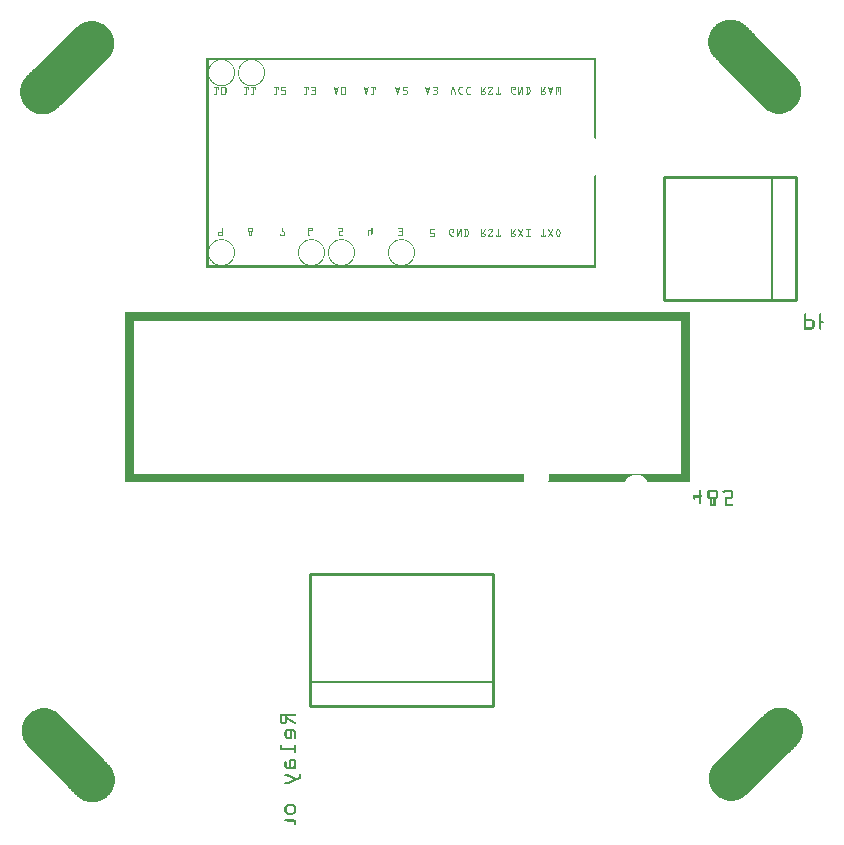
<source format=gbo>
G04 MADE WITH FRITZING*
G04 WWW.FRITZING.ORG*
G04 DOUBLE SIDED*
G04 HOLES PLATED*
G04 CONTOUR ON CENTER OF CONTOUR VECTOR*
%ASAXBY*%
%FSLAX23Y23*%
%MOIN*%
%OFA0B0*%
%SFA1.0B1.0*%
%ADD10C,0.010000*%
%ADD11C,0.005000*%
%ADD12R,0.001000X0.001000*%
%LNSILK0*%
G90*
G70*
G54D10*
X1039Y836D02*
X1649Y836D01*
D02*
X1649Y836D02*
X1649Y396D01*
D02*
X1649Y396D02*
X1039Y396D01*
D02*
X1039Y396D02*
X1039Y836D01*
G54D11*
D02*
X1649Y476D02*
X1039Y476D01*
G54D10*
D02*
X2220Y1750D02*
X2220Y2160D01*
D02*
X2220Y2160D02*
X2660Y2160D01*
D02*
X2660Y2160D02*
X2660Y1750D01*
D02*
X2660Y1750D02*
X2220Y1750D01*
G54D11*
D02*
X2580Y2160D02*
X2580Y1750D01*
G54D12*
X2433Y2683D02*
X2448Y2683D01*
X2426Y2682D02*
X2454Y2682D01*
X2422Y2681D02*
X2458Y2681D01*
X2418Y2680D02*
X2462Y2680D01*
X2416Y2679D02*
X2465Y2679D01*
X305Y2678D02*
X318Y2678D01*
X2413Y2678D02*
X2468Y2678D01*
X298Y2677D02*
X325Y2677D01*
X2411Y2677D02*
X2470Y2677D01*
X294Y2676D02*
X330Y2676D01*
X2408Y2676D02*
X2472Y2676D01*
X290Y2675D02*
X333Y2675D01*
X2406Y2675D02*
X2474Y2675D01*
X287Y2674D02*
X336Y2674D01*
X2405Y2674D02*
X2476Y2674D01*
X284Y2673D02*
X339Y2673D01*
X2403Y2673D02*
X2478Y2673D01*
X282Y2672D02*
X341Y2672D01*
X2401Y2672D02*
X2479Y2672D01*
X280Y2671D02*
X343Y2671D01*
X2400Y2671D02*
X2481Y2671D01*
X278Y2670D02*
X346Y2670D01*
X2398Y2670D02*
X2482Y2670D01*
X276Y2669D02*
X347Y2669D01*
X2397Y2669D02*
X2484Y2669D01*
X274Y2668D02*
X349Y2668D01*
X2395Y2668D02*
X2485Y2668D01*
X273Y2667D02*
X351Y2667D01*
X2394Y2667D02*
X2486Y2667D01*
X271Y2666D02*
X352Y2666D01*
X2393Y2666D02*
X2488Y2666D01*
X270Y2665D02*
X354Y2665D01*
X2392Y2665D02*
X2489Y2665D01*
X268Y2664D02*
X355Y2664D01*
X2391Y2664D02*
X2490Y2664D01*
X267Y2663D02*
X356Y2663D01*
X2390Y2663D02*
X2491Y2663D01*
X266Y2662D02*
X358Y2662D01*
X2388Y2662D02*
X2492Y2662D01*
X265Y2661D02*
X359Y2661D01*
X2388Y2661D02*
X2493Y2661D01*
X263Y2660D02*
X360Y2660D01*
X2387Y2660D02*
X2494Y2660D01*
X262Y2659D02*
X361Y2659D01*
X2386Y2659D02*
X2495Y2659D01*
X261Y2658D02*
X362Y2658D01*
X2385Y2658D02*
X2496Y2658D01*
X260Y2657D02*
X363Y2657D01*
X2384Y2657D02*
X2497Y2657D01*
X259Y2656D02*
X364Y2656D01*
X2383Y2656D02*
X2498Y2656D01*
X258Y2655D02*
X365Y2655D01*
X2382Y2655D02*
X2499Y2655D01*
X257Y2654D02*
X366Y2654D01*
X2382Y2654D02*
X2500Y2654D01*
X256Y2653D02*
X367Y2653D01*
X2381Y2653D02*
X2501Y2653D01*
X255Y2652D02*
X368Y2652D01*
X2380Y2652D02*
X2502Y2652D01*
X254Y2651D02*
X369Y2651D01*
X2379Y2651D02*
X2503Y2651D01*
X253Y2650D02*
X370Y2650D01*
X2379Y2650D02*
X2504Y2650D01*
X252Y2649D02*
X370Y2649D01*
X2378Y2649D02*
X2505Y2649D01*
X251Y2648D02*
X371Y2648D01*
X2377Y2648D02*
X2506Y2648D01*
X250Y2647D02*
X372Y2647D01*
X2377Y2647D02*
X2507Y2647D01*
X249Y2646D02*
X373Y2646D01*
X2376Y2646D02*
X2508Y2646D01*
X248Y2645D02*
X373Y2645D01*
X2376Y2645D02*
X2509Y2645D01*
X247Y2644D02*
X374Y2644D01*
X2375Y2644D02*
X2510Y2644D01*
X246Y2643D02*
X375Y2643D01*
X2375Y2643D02*
X2511Y2643D01*
X245Y2642D02*
X375Y2642D01*
X2374Y2642D02*
X2512Y2642D01*
X244Y2641D02*
X376Y2641D01*
X2374Y2641D02*
X2513Y2641D01*
X243Y2640D02*
X376Y2640D01*
X2373Y2640D02*
X2514Y2640D01*
X242Y2639D02*
X377Y2639D01*
X2373Y2639D02*
X2515Y2639D01*
X241Y2638D02*
X377Y2638D01*
X2372Y2638D02*
X2516Y2638D01*
X240Y2637D02*
X378Y2637D01*
X2372Y2637D02*
X2517Y2637D01*
X239Y2636D02*
X378Y2636D01*
X2371Y2636D02*
X2518Y2636D01*
X238Y2635D02*
X379Y2635D01*
X2371Y2635D02*
X2519Y2635D01*
X237Y2634D02*
X379Y2634D01*
X2371Y2634D02*
X2520Y2634D01*
X236Y2633D02*
X380Y2633D01*
X2370Y2633D02*
X2521Y2633D01*
X235Y2632D02*
X380Y2632D01*
X2370Y2632D02*
X2521Y2632D01*
X234Y2631D02*
X381Y2631D01*
X2370Y2631D02*
X2522Y2631D01*
X233Y2630D02*
X381Y2630D01*
X2369Y2630D02*
X2523Y2630D01*
X232Y2629D02*
X381Y2629D01*
X2369Y2629D02*
X2524Y2629D01*
X231Y2628D02*
X382Y2628D01*
X2369Y2628D02*
X2525Y2628D01*
X229Y2627D02*
X382Y2627D01*
X2369Y2627D02*
X2526Y2627D01*
X228Y2626D02*
X382Y2626D01*
X2368Y2626D02*
X2527Y2626D01*
X227Y2625D02*
X383Y2625D01*
X2368Y2625D02*
X2528Y2625D01*
X226Y2624D02*
X383Y2624D01*
X2368Y2624D02*
X2529Y2624D01*
X225Y2623D02*
X383Y2623D01*
X2368Y2623D02*
X2530Y2623D01*
X224Y2622D02*
X383Y2622D01*
X2368Y2622D02*
X2531Y2622D01*
X223Y2621D02*
X384Y2621D01*
X2367Y2621D02*
X2532Y2621D01*
X222Y2620D02*
X384Y2620D01*
X2367Y2620D02*
X2533Y2620D01*
X221Y2619D02*
X384Y2619D01*
X2367Y2619D02*
X2534Y2619D01*
X220Y2618D02*
X384Y2618D01*
X2367Y2618D02*
X2535Y2618D01*
X219Y2617D02*
X384Y2617D01*
X2367Y2617D02*
X2536Y2617D01*
X218Y2616D02*
X385Y2616D01*
X2367Y2616D02*
X2537Y2616D01*
X217Y2615D02*
X385Y2615D01*
X2367Y2615D02*
X2538Y2615D01*
X216Y2614D02*
X385Y2614D01*
X2367Y2614D02*
X2539Y2614D01*
X215Y2613D02*
X385Y2613D01*
X2367Y2613D02*
X2540Y2613D01*
X214Y2612D02*
X385Y2612D01*
X2367Y2612D02*
X2541Y2612D01*
X213Y2611D02*
X385Y2611D01*
X2367Y2611D02*
X2542Y2611D01*
X212Y2610D02*
X385Y2610D01*
X2366Y2610D02*
X2543Y2610D01*
X211Y2609D02*
X385Y2609D01*
X2366Y2609D02*
X2544Y2609D01*
X210Y2608D02*
X385Y2608D01*
X2367Y2608D02*
X2545Y2608D01*
X209Y2607D02*
X385Y2607D01*
X2367Y2607D02*
X2546Y2607D01*
X208Y2606D02*
X385Y2606D01*
X2367Y2606D02*
X2547Y2606D01*
X207Y2605D02*
X386Y2605D01*
X2367Y2605D02*
X2548Y2605D01*
X206Y2604D02*
X386Y2604D01*
X2367Y2604D02*
X2549Y2604D01*
X205Y2603D02*
X386Y2603D01*
X2367Y2603D02*
X2550Y2603D01*
X204Y2602D02*
X386Y2602D01*
X2367Y2602D02*
X2551Y2602D01*
X203Y2601D02*
X385Y2601D01*
X2367Y2601D02*
X2552Y2601D01*
X202Y2600D02*
X385Y2600D01*
X2367Y2600D02*
X2553Y2600D01*
X201Y2599D02*
X385Y2599D01*
X2367Y2599D02*
X2554Y2599D01*
X200Y2598D02*
X385Y2598D01*
X2367Y2598D02*
X2555Y2598D01*
X199Y2597D02*
X385Y2597D01*
X2367Y2597D02*
X2556Y2597D01*
X198Y2596D02*
X385Y2596D01*
X2368Y2596D02*
X2557Y2596D01*
X197Y2595D02*
X385Y2595D01*
X2368Y2595D02*
X2558Y2595D01*
X196Y2594D02*
X385Y2594D01*
X2368Y2594D02*
X2559Y2594D01*
X195Y2593D02*
X385Y2593D01*
X2368Y2593D02*
X2560Y2593D01*
X194Y2592D02*
X385Y2592D01*
X2369Y2592D02*
X2561Y2592D01*
X193Y2591D02*
X384Y2591D01*
X2369Y2591D02*
X2562Y2591D01*
X192Y2590D02*
X384Y2590D01*
X2369Y2590D02*
X2563Y2590D01*
X191Y2589D02*
X384Y2589D01*
X2369Y2589D02*
X2564Y2589D01*
X190Y2588D02*
X384Y2588D01*
X2370Y2588D02*
X2565Y2588D01*
X189Y2587D02*
X384Y2587D01*
X2370Y2587D02*
X2566Y2587D01*
X188Y2586D02*
X383Y2586D01*
X2370Y2586D02*
X2567Y2586D01*
X187Y2585D02*
X383Y2585D01*
X2371Y2585D02*
X2568Y2585D01*
X186Y2584D02*
X383Y2584D01*
X2371Y2584D02*
X2569Y2584D01*
X185Y2583D02*
X383Y2583D01*
X2371Y2583D02*
X2570Y2583D01*
X184Y2582D02*
X382Y2582D01*
X2372Y2582D02*
X2571Y2582D01*
X183Y2581D02*
X382Y2581D01*
X2372Y2581D02*
X2572Y2581D01*
X182Y2580D02*
X382Y2580D01*
X2372Y2580D02*
X2573Y2580D01*
X181Y2579D02*
X381Y2579D01*
X2373Y2579D02*
X2573Y2579D01*
X180Y2578D02*
X381Y2578D01*
X2373Y2578D02*
X2574Y2578D01*
X179Y2577D02*
X380Y2577D01*
X2374Y2577D02*
X2575Y2577D01*
X178Y2576D02*
X380Y2576D01*
X2374Y2576D02*
X2576Y2576D01*
X176Y2575D02*
X380Y2575D01*
X2375Y2575D02*
X2577Y2575D01*
X175Y2574D02*
X379Y2574D01*
X2375Y2574D02*
X2578Y2574D01*
X174Y2573D02*
X379Y2573D01*
X2376Y2573D02*
X2579Y2573D01*
X173Y2572D02*
X378Y2572D01*
X2376Y2572D02*
X2580Y2572D01*
X172Y2571D02*
X378Y2571D01*
X2377Y2571D02*
X2581Y2571D01*
X171Y2570D02*
X377Y2570D01*
X2378Y2570D02*
X2582Y2570D01*
X170Y2569D02*
X377Y2569D01*
X2378Y2569D02*
X2583Y2569D01*
X169Y2568D02*
X376Y2568D01*
X2379Y2568D02*
X2584Y2568D01*
X168Y2567D02*
X376Y2567D01*
X2380Y2567D02*
X2585Y2567D01*
X167Y2566D02*
X375Y2566D01*
X2380Y2566D02*
X2586Y2566D01*
X166Y2565D02*
X374Y2565D01*
X2381Y2565D02*
X2587Y2565D01*
X165Y2564D02*
X374Y2564D01*
X2382Y2564D02*
X2588Y2564D01*
X164Y2563D02*
X373Y2563D01*
X2382Y2563D02*
X2589Y2563D01*
X163Y2562D02*
X373Y2562D01*
X2383Y2562D02*
X2590Y2562D01*
X162Y2561D02*
X372Y2561D01*
X2384Y2561D02*
X2591Y2561D01*
X161Y2560D02*
X371Y2560D01*
X2385Y2560D02*
X2592Y2560D01*
X160Y2559D02*
X370Y2559D01*
X2386Y2559D02*
X2593Y2559D01*
X159Y2558D02*
X370Y2558D01*
X2387Y2558D02*
X2594Y2558D01*
X158Y2557D02*
X369Y2557D01*
X2388Y2557D02*
X2595Y2557D01*
X157Y2556D02*
X368Y2556D01*
X694Y2556D02*
X1993Y2556D01*
X2389Y2556D02*
X2596Y2556D01*
X156Y2555D02*
X367Y2555D01*
X694Y2555D02*
X1993Y2555D01*
X2390Y2555D02*
X2597Y2555D01*
X155Y2554D02*
X366Y2554D01*
X694Y2554D02*
X1993Y2554D01*
X2391Y2554D02*
X2598Y2554D01*
X154Y2553D02*
X365Y2553D01*
X694Y2553D02*
X1993Y2553D01*
X2392Y2553D02*
X2599Y2553D01*
X153Y2552D02*
X364Y2552D01*
X694Y2552D02*
X1993Y2552D01*
X2393Y2552D02*
X2600Y2552D01*
X152Y2551D02*
X363Y2551D01*
X694Y2551D02*
X1993Y2551D01*
X2394Y2551D02*
X2601Y2551D01*
X151Y2550D02*
X362Y2550D01*
X694Y2550D02*
X1993Y2550D01*
X2395Y2550D02*
X2602Y2550D01*
X150Y2549D02*
X361Y2549D01*
X694Y2549D02*
X1993Y2549D01*
X2396Y2549D02*
X2603Y2549D01*
X149Y2548D02*
X360Y2548D01*
X694Y2548D02*
X701Y2548D01*
X727Y2548D02*
X737Y2548D01*
X750Y2548D02*
X761Y2548D01*
X827Y2548D02*
X837Y2548D01*
X850Y2548D02*
X860Y2548D01*
X1986Y2548D02*
X1993Y2548D01*
X2397Y2548D02*
X2604Y2548D01*
X148Y2547D02*
X359Y2547D01*
X694Y2547D02*
X701Y2547D01*
X725Y2547D02*
X732Y2547D01*
X755Y2547D02*
X763Y2547D01*
X825Y2547D02*
X832Y2547D01*
X855Y2547D02*
X863Y2547D01*
X1986Y2547D02*
X1993Y2547D01*
X2398Y2547D02*
X2605Y2547D01*
X147Y2546D02*
X358Y2546D01*
X694Y2546D02*
X701Y2546D01*
X723Y2546D02*
X729Y2546D01*
X758Y2546D02*
X765Y2546D01*
X823Y2546D02*
X829Y2546D01*
X858Y2546D02*
X865Y2546D01*
X1986Y2546D02*
X1993Y2546D01*
X2399Y2546D02*
X2606Y2546D01*
X146Y2545D02*
X357Y2545D01*
X694Y2545D02*
X701Y2545D01*
X721Y2545D02*
X726Y2545D01*
X761Y2545D02*
X766Y2545D01*
X821Y2545D02*
X826Y2545D01*
X861Y2545D02*
X866Y2545D01*
X1986Y2545D02*
X1993Y2545D01*
X2400Y2545D02*
X2607Y2545D01*
X145Y2544D02*
X356Y2544D01*
X694Y2544D02*
X701Y2544D01*
X719Y2544D02*
X724Y2544D01*
X763Y2544D02*
X768Y2544D01*
X819Y2544D02*
X824Y2544D01*
X863Y2544D02*
X868Y2544D01*
X1986Y2544D02*
X1993Y2544D01*
X2401Y2544D02*
X2608Y2544D01*
X144Y2543D02*
X355Y2543D01*
X694Y2543D02*
X701Y2543D01*
X718Y2543D02*
X722Y2543D01*
X765Y2543D02*
X769Y2543D01*
X818Y2543D02*
X822Y2543D01*
X865Y2543D02*
X869Y2543D01*
X1986Y2543D02*
X1993Y2543D01*
X2401Y2543D02*
X2609Y2543D01*
X143Y2542D02*
X354Y2542D01*
X694Y2542D02*
X701Y2542D01*
X717Y2542D02*
X721Y2542D01*
X767Y2542D02*
X771Y2542D01*
X817Y2542D02*
X821Y2542D01*
X867Y2542D02*
X871Y2542D01*
X1986Y2542D02*
X1993Y2542D01*
X2402Y2542D02*
X2610Y2542D01*
X142Y2541D02*
X353Y2541D01*
X694Y2541D02*
X701Y2541D01*
X715Y2541D02*
X719Y2541D01*
X768Y2541D02*
X772Y2541D01*
X815Y2541D02*
X819Y2541D01*
X868Y2541D02*
X872Y2541D01*
X1986Y2541D02*
X1993Y2541D01*
X2403Y2541D02*
X2611Y2541D01*
X141Y2540D02*
X352Y2540D01*
X694Y2540D02*
X701Y2540D01*
X714Y2540D02*
X718Y2540D01*
X769Y2540D02*
X773Y2540D01*
X814Y2540D02*
X818Y2540D01*
X869Y2540D02*
X873Y2540D01*
X1986Y2540D02*
X1993Y2540D01*
X2404Y2540D02*
X2612Y2540D01*
X140Y2539D02*
X351Y2539D01*
X694Y2539D02*
X701Y2539D01*
X713Y2539D02*
X717Y2539D01*
X771Y2539D02*
X774Y2539D01*
X813Y2539D02*
X817Y2539D01*
X871Y2539D02*
X874Y2539D01*
X1986Y2539D02*
X1993Y2539D01*
X2405Y2539D02*
X2613Y2539D01*
X139Y2538D02*
X350Y2538D01*
X694Y2538D02*
X701Y2538D01*
X712Y2538D02*
X715Y2538D01*
X772Y2538D02*
X775Y2538D01*
X812Y2538D02*
X815Y2538D01*
X872Y2538D02*
X875Y2538D01*
X1986Y2538D02*
X1993Y2538D01*
X2406Y2538D02*
X2614Y2538D01*
X138Y2537D02*
X349Y2537D01*
X694Y2537D02*
X701Y2537D01*
X711Y2537D02*
X714Y2537D01*
X773Y2537D02*
X776Y2537D01*
X811Y2537D02*
X814Y2537D01*
X873Y2537D02*
X876Y2537D01*
X1986Y2537D02*
X1993Y2537D01*
X2407Y2537D02*
X2615Y2537D01*
X137Y2536D02*
X348Y2536D01*
X694Y2536D02*
X701Y2536D01*
X710Y2536D02*
X713Y2536D01*
X774Y2536D02*
X777Y2536D01*
X810Y2536D02*
X813Y2536D01*
X874Y2536D02*
X877Y2536D01*
X1986Y2536D02*
X1993Y2536D01*
X2408Y2536D02*
X2616Y2536D01*
X136Y2535D02*
X347Y2535D01*
X694Y2535D02*
X701Y2535D01*
X709Y2535D02*
X712Y2535D01*
X775Y2535D02*
X778Y2535D01*
X809Y2535D02*
X812Y2535D01*
X875Y2535D02*
X878Y2535D01*
X1986Y2535D02*
X1993Y2535D01*
X2409Y2535D02*
X2617Y2535D01*
X135Y2534D02*
X346Y2534D01*
X694Y2534D02*
X701Y2534D01*
X709Y2534D02*
X711Y2534D01*
X776Y2534D02*
X779Y2534D01*
X809Y2534D02*
X811Y2534D01*
X876Y2534D02*
X879Y2534D01*
X1986Y2534D02*
X1993Y2534D01*
X2410Y2534D02*
X2618Y2534D01*
X134Y2533D02*
X345Y2533D01*
X694Y2533D02*
X701Y2533D01*
X708Y2533D02*
X711Y2533D01*
X777Y2533D02*
X779Y2533D01*
X808Y2533D02*
X811Y2533D01*
X877Y2533D02*
X879Y2533D01*
X1986Y2533D02*
X1993Y2533D01*
X2411Y2533D02*
X2619Y2533D01*
X133Y2532D02*
X344Y2532D01*
X694Y2532D02*
X701Y2532D01*
X707Y2532D02*
X710Y2532D01*
X777Y2532D02*
X780Y2532D01*
X807Y2532D02*
X810Y2532D01*
X877Y2532D02*
X880Y2532D01*
X1986Y2532D02*
X1993Y2532D01*
X2412Y2532D02*
X2620Y2532D01*
X132Y2531D02*
X343Y2531D01*
X694Y2531D02*
X701Y2531D01*
X707Y2531D02*
X709Y2531D01*
X778Y2531D02*
X781Y2531D01*
X806Y2531D02*
X809Y2531D01*
X878Y2531D02*
X881Y2531D01*
X1986Y2531D02*
X1993Y2531D01*
X2413Y2531D02*
X2621Y2531D01*
X131Y2530D02*
X342Y2530D01*
X694Y2530D02*
X701Y2530D01*
X706Y2530D02*
X708Y2530D01*
X779Y2530D02*
X781Y2530D01*
X806Y2530D02*
X808Y2530D01*
X879Y2530D02*
X881Y2530D01*
X1986Y2530D02*
X1993Y2530D01*
X2414Y2530D02*
X2622Y2530D01*
X130Y2529D02*
X341Y2529D01*
X694Y2529D02*
X701Y2529D01*
X705Y2529D02*
X708Y2529D01*
X780Y2529D02*
X782Y2529D01*
X805Y2529D02*
X808Y2529D01*
X880Y2529D02*
X882Y2529D01*
X1986Y2529D02*
X1993Y2529D01*
X2415Y2529D02*
X2623Y2529D01*
X129Y2528D02*
X340Y2528D01*
X694Y2528D02*
X701Y2528D01*
X705Y2528D02*
X707Y2528D01*
X780Y2528D02*
X783Y2528D01*
X805Y2528D02*
X807Y2528D01*
X880Y2528D02*
X883Y2528D01*
X1986Y2528D02*
X1993Y2528D01*
X2416Y2528D02*
X2624Y2528D01*
X128Y2527D02*
X339Y2527D01*
X694Y2527D02*
X701Y2527D01*
X704Y2527D02*
X707Y2527D01*
X781Y2527D02*
X783Y2527D01*
X804Y2527D02*
X807Y2527D01*
X881Y2527D02*
X883Y2527D01*
X1986Y2527D02*
X1993Y2527D01*
X2417Y2527D02*
X2625Y2527D01*
X127Y2526D02*
X338Y2526D01*
X694Y2526D02*
X701Y2526D01*
X704Y2526D02*
X706Y2526D01*
X781Y2526D02*
X784Y2526D01*
X804Y2526D02*
X806Y2526D01*
X881Y2526D02*
X884Y2526D01*
X1986Y2526D02*
X1993Y2526D01*
X2418Y2526D02*
X2625Y2526D01*
X126Y2525D02*
X337Y2525D01*
X694Y2525D02*
X701Y2525D01*
X703Y2525D02*
X706Y2525D01*
X782Y2525D02*
X784Y2525D01*
X803Y2525D02*
X805Y2525D01*
X882Y2525D02*
X884Y2525D01*
X1986Y2525D02*
X1993Y2525D01*
X2419Y2525D02*
X2626Y2525D01*
X125Y2524D02*
X336Y2524D01*
X694Y2524D02*
X701Y2524D01*
X703Y2524D02*
X705Y2524D01*
X782Y2524D02*
X785Y2524D01*
X803Y2524D02*
X805Y2524D01*
X882Y2524D02*
X885Y2524D01*
X1986Y2524D02*
X1993Y2524D01*
X2420Y2524D02*
X2627Y2524D01*
X123Y2523D02*
X335Y2523D01*
X694Y2523D02*
X705Y2523D01*
X783Y2523D02*
X785Y2523D01*
X802Y2523D02*
X805Y2523D01*
X883Y2523D02*
X885Y2523D01*
X1986Y2523D02*
X1993Y2523D01*
X2421Y2523D02*
X2628Y2523D01*
X122Y2522D02*
X334Y2522D01*
X694Y2522D02*
X704Y2522D01*
X783Y2522D02*
X785Y2522D01*
X802Y2522D02*
X804Y2522D01*
X883Y2522D02*
X885Y2522D01*
X1986Y2522D02*
X1993Y2522D01*
X2422Y2522D02*
X2629Y2522D01*
X121Y2521D02*
X333Y2521D01*
X694Y2521D02*
X704Y2521D01*
X784Y2521D02*
X786Y2521D01*
X802Y2521D02*
X804Y2521D01*
X884Y2521D02*
X886Y2521D01*
X1986Y2521D02*
X1993Y2521D01*
X2423Y2521D02*
X2630Y2521D01*
X120Y2520D02*
X332Y2520D01*
X694Y2520D02*
X703Y2520D01*
X784Y2520D02*
X786Y2520D01*
X801Y2520D02*
X803Y2520D01*
X884Y2520D02*
X886Y2520D01*
X1986Y2520D02*
X1993Y2520D01*
X2424Y2520D02*
X2631Y2520D01*
X119Y2519D02*
X331Y2519D01*
X694Y2519D02*
X703Y2519D01*
X784Y2519D02*
X786Y2519D01*
X801Y2519D02*
X803Y2519D01*
X884Y2519D02*
X886Y2519D01*
X1986Y2519D02*
X1993Y2519D01*
X2425Y2519D02*
X2632Y2519D01*
X118Y2518D02*
X330Y2518D01*
X694Y2518D02*
X703Y2518D01*
X785Y2518D02*
X787Y2518D01*
X801Y2518D02*
X803Y2518D01*
X884Y2518D02*
X887Y2518D01*
X1986Y2518D02*
X1993Y2518D01*
X2426Y2518D02*
X2633Y2518D01*
X117Y2517D02*
X329Y2517D01*
X694Y2517D02*
X703Y2517D01*
X785Y2517D02*
X787Y2517D01*
X801Y2517D02*
X803Y2517D01*
X885Y2517D02*
X887Y2517D01*
X1986Y2517D02*
X1993Y2517D01*
X2427Y2517D02*
X2634Y2517D01*
X116Y2516D02*
X328Y2516D01*
X694Y2516D02*
X702Y2516D01*
X785Y2516D02*
X787Y2516D01*
X800Y2516D02*
X802Y2516D01*
X885Y2516D02*
X887Y2516D01*
X1986Y2516D02*
X1993Y2516D01*
X2428Y2516D02*
X2635Y2516D01*
X115Y2515D02*
X327Y2515D01*
X694Y2515D02*
X702Y2515D01*
X785Y2515D02*
X787Y2515D01*
X800Y2515D02*
X802Y2515D01*
X885Y2515D02*
X887Y2515D01*
X1986Y2515D02*
X1993Y2515D01*
X2429Y2515D02*
X2636Y2515D01*
X114Y2514D02*
X326Y2514D01*
X694Y2514D02*
X702Y2514D01*
X785Y2514D02*
X787Y2514D01*
X800Y2514D02*
X802Y2514D01*
X885Y2514D02*
X887Y2514D01*
X1986Y2514D02*
X1993Y2514D01*
X2430Y2514D02*
X2637Y2514D01*
X113Y2513D02*
X325Y2513D01*
X694Y2513D02*
X702Y2513D01*
X786Y2513D02*
X788Y2513D01*
X800Y2513D02*
X802Y2513D01*
X886Y2513D02*
X888Y2513D01*
X1986Y2513D02*
X1993Y2513D01*
X2431Y2513D02*
X2638Y2513D01*
X112Y2512D02*
X324Y2512D01*
X694Y2512D02*
X702Y2512D01*
X786Y2512D02*
X788Y2512D01*
X800Y2512D02*
X802Y2512D01*
X886Y2512D02*
X888Y2512D01*
X1986Y2512D02*
X1993Y2512D01*
X2432Y2512D02*
X2639Y2512D01*
X111Y2511D02*
X323Y2511D01*
X694Y2511D02*
X701Y2511D01*
X786Y2511D02*
X788Y2511D01*
X799Y2511D02*
X801Y2511D01*
X886Y2511D02*
X888Y2511D01*
X1986Y2511D02*
X1993Y2511D01*
X2433Y2511D02*
X2640Y2511D01*
X110Y2510D02*
X322Y2510D01*
X694Y2510D02*
X701Y2510D01*
X786Y2510D02*
X788Y2510D01*
X799Y2510D02*
X801Y2510D01*
X886Y2510D02*
X888Y2510D01*
X1986Y2510D02*
X1993Y2510D01*
X2434Y2510D02*
X2641Y2510D01*
X109Y2509D02*
X321Y2509D01*
X694Y2509D02*
X701Y2509D01*
X786Y2509D02*
X788Y2509D01*
X799Y2509D02*
X801Y2509D01*
X886Y2509D02*
X888Y2509D01*
X1986Y2509D02*
X1993Y2509D01*
X2435Y2509D02*
X2642Y2509D01*
X108Y2508D02*
X320Y2508D01*
X694Y2508D02*
X701Y2508D01*
X786Y2508D02*
X788Y2508D01*
X799Y2508D02*
X801Y2508D01*
X886Y2508D02*
X888Y2508D01*
X1986Y2508D02*
X1993Y2508D01*
X2436Y2508D02*
X2643Y2508D01*
X107Y2507D02*
X318Y2507D01*
X694Y2507D02*
X701Y2507D01*
X786Y2507D02*
X788Y2507D01*
X799Y2507D02*
X801Y2507D01*
X886Y2507D02*
X888Y2507D01*
X1986Y2507D02*
X1993Y2507D01*
X2437Y2507D02*
X2644Y2507D01*
X106Y2506D02*
X317Y2506D01*
X694Y2506D02*
X701Y2506D01*
X786Y2506D02*
X788Y2506D01*
X799Y2506D02*
X801Y2506D01*
X886Y2506D02*
X888Y2506D01*
X1986Y2506D02*
X1993Y2506D01*
X2438Y2506D02*
X2645Y2506D01*
X105Y2505D02*
X316Y2505D01*
X694Y2505D02*
X701Y2505D01*
X786Y2505D02*
X788Y2505D01*
X799Y2505D02*
X801Y2505D01*
X886Y2505D02*
X888Y2505D01*
X1986Y2505D02*
X1993Y2505D01*
X2439Y2505D02*
X2646Y2505D01*
X104Y2504D02*
X315Y2504D01*
X694Y2504D02*
X701Y2504D01*
X786Y2504D02*
X788Y2504D01*
X799Y2504D02*
X801Y2504D01*
X886Y2504D02*
X888Y2504D01*
X1986Y2504D02*
X1993Y2504D01*
X2440Y2504D02*
X2647Y2504D01*
X103Y2503D02*
X314Y2503D01*
X694Y2503D02*
X701Y2503D01*
X786Y2503D02*
X788Y2503D01*
X799Y2503D02*
X801Y2503D01*
X886Y2503D02*
X888Y2503D01*
X1986Y2503D02*
X1993Y2503D01*
X2441Y2503D02*
X2648Y2503D01*
X102Y2502D02*
X313Y2502D01*
X694Y2502D02*
X702Y2502D01*
X786Y2502D02*
X788Y2502D01*
X799Y2502D02*
X801Y2502D01*
X886Y2502D02*
X888Y2502D01*
X1986Y2502D02*
X1993Y2502D01*
X2442Y2502D02*
X2649Y2502D01*
X101Y2501D02*
X312Y2501D01*
X694Y2501D02*
X702Y2501D01*
X786Y2501D02*
X788Y2501D01*
X800Y2501D02*
X802Y2501D01*
X886Y2501D02*
X888Y2501D01*
X1986Y2501D02*
X1993Y2501D01*
X2443Y2501D02*
X2650Y2501D01*
X100Y2500D02*
X311Y2500D01*
X694Y2500D02*
X702Y2500D01*
X786Y2500D02*
X788Y2500D01*
X800Y2500D02*
X802Y2500D01*
X886Y2500D02*
X888Y2500D01*
X1986Y2500D02*
X1993Y2500D01*
X2444Y2500D02*
X2651Y2500D01*
X99Y2499D02*
X310Y2499D01*
X694Y2499D02*
X702Y2499D01*
X785Y2499D02*
X787Y2499D01*
X800Y2499D02*
X802Y2499D01*
X885Y2499D02*
X887Y2499D01*
X1986Y2499D02*
X1993Y2499D01*
X2445Y2499D02*
X2652Y2499D01*
X98Y2498D02*
X309Y2498D01*
X694Y2498D02*
X702Y2498D01*
X785Y2498D02*
X787Y2498D01*
X800Y2498D02*
X802Y2498D01*
X885Y2498D02*
X887Y2498D01*
X1986Y2498D02*
X1993Y2498D01*
X2446Y2498D02*
X2653Y2498D01*
X97Y2497D02*
X308Y2497D01*
X694Y2497D02*
X702Y2497D01*
X785Y2497D02*
X787Y2497D01*
X800Y2497D02*
X802Y2497D01*
X885Y2497D02*
X887Y2497D01*
X1986Y2497D02*
X1993Y2497D01*
X2447Y2497D02*
X2654Y2497D01*
X96Y2496D02*
X307Y2496D01*
X694Y2496D02*
X703Y2496D01*
X785Y2496D02*
X787Y2496D01*
X801Y2496D02*
X803Y2496D01*
X885Y2496D02*
X887Y2496D01*
X1986Y2496D02*
X1993Y2496D01*
X2448Y2496D02*
X2655Y2496D01*
X95Y2495D02*
X306Y2495D01*
X694Y2495D02*
X703Y2495D01*
X784Y2495D02*
X787Y2495D01*
X801Y2495D02*
X803Y2495D01*
X884Y2495D02*
X887Y2495D01*
X1986Y2495D02*
X1993Y2495D01*
X2449Y2495D02*
X2656Y2495D01*
X94Y2494D02*
X305Y2494D01*
X694Y2494D02*
X703Y2494D01*
X784Y2494D02*
X786Y2494D01*
X801Y2494D02*
X803Y2494D01*
X884Y2494D02*
X886Y2494D01*
X1986Y2494D02*
X1993Y2494D01*
X2450Y2494D02*
X2657Y2494D01*
X93Y2493D02*
X304Y2493D01*
X694Y2493D02*
X704Y2493D01*
X784Y2493D02*
X786Y2493D01*
X801Y2493D02*
X803Y2493D01*
X884Y2493D02*
X886Y2493D01*
X1986Y2493D02*
X1993Y2493D01*
X2451Y2493D02*
X2658Y2493D01*
X92Y2492D02*
X303Y2492D01*
X694Y2492D02*
X704Y2492D01*
X784Y2492D02*
X786Y2492D01*
X802Y2492D02*
X804Y2492D01*
X883Y2492D02*
X886Y2492D01*
X1986Y2492D02*
X1993Y2492D01*
X2452Y2492D02*
X2658Y2492D01*
X91Y2491D02*
X302Y2491D01*
X694Y2491D02*
X704Y2491D01*
X783Y2491D02*
X785Y2491D01*
X802Y2491D02*
X804Y2491D01*
X883Y2491D02*
X885Y2491D01*
X1986Y2491D02*
X1993Y2491D01*
X2453Y2491D02*
X2659Y2491D01*
X90Y2490D02*
X301Y2490D01*
X694Y2490D02*
X701Y2490D01*
X703Y2490D02*
X705Y2490D01*
X783Y2490D02*
X785Y2490D01*
X802Y2490D02*
X805Y2490D01*
X883Y2490D02*
X885Y2490D01*
X1986Y2490D02*
X1993Y2490D01*
X2454Y2490D02*
X2660Y2490D01*
X90Y2489D02*
X300Y2489D01*
X694Y2489D02*
X701Y2489D01*
X703Y2489D02*
X705Y2489D01*
X782Y2489D02*
X784Y2489D01*
X803Y2489D02*
X805Y2489D01*
X882Y2489D02*
X884Y2489D01*
X1986Y2489D02*
X1993Y2489D01*
X2454Y2489D02*
X2661Y2489D01*
X89Y2488D02*
X299Y2488D01*
X694Y2488D02*
X701Y2488D01*
X703Y2488D02*
X706Y2488D01*
X782Y2488D02*
X784Y2488D01*
X803Y2488D02*
X806Y2488D01*
X882Y2488D02*
X884Y2488D01*
X1986Y2488D02*
X1993Y2488D01*
X2455Y2488D02*
X2662Y2488D01*
X88Y2487D02*
X298Y2487D01*
X694Y2487D02*
X701Y2487D01*
X704Y2487D02*
X706Y2487D01*
X781Y2487D02*
X784Y2487D01*
X804Y2487D02*
X806Y2487D01*
X881Y2487D02*
X884Y2487D01*
X1986Y2487D02*
X1993Y2487D01*
X2456Y2487D02*
X2662Y2487D01*
X87Y2486D02*
X297Y2486D01*
X694Y2486D02*
X701Y2486D01*
X704Y2486D02*
X707Y2486D01*
X781Y2486D02*
X783Y2486D01*
X804Y2486D02*
X807Y2486D01*
X881Y2486D02*
X883Y2486D01*
X1986Y2486D02*
X1993Y2486D01*
X2457Y2486D02*
X2663Y2486D01*
X87Y2485D02*
X296Y2485D01*
X694Y2485D02*
X701Y2485D01*
X705Y2485D02*
X707Y2485D01*
X780Y2485D02*
X783Y2485D01*
X805Y2485D02*
X807Y2485D01*
X880Y2485D02*
X883Y2485D01*
X1986Y2485D02*
X1993Y2485D01*
X2458Y2485D02*
X2664Y2485D01*
X86Y2484D02*
X295Y2484D01*
X694Y2484D02*
X701Y2484D01*
X705Y2484D02*
X708Y2484D01*
X779Y2484D02*
X782Y2484D01*
X805Y2484D02*
X808Y2484D01*
X879Y2484D02*
X882Y2484D01*
X1986Y2484D02*
X1993Y2484D01*
X2459Y2484D02*
X2664Y2484D01*
X85Y2483D02*
X294Y2483D01*
X694Y2483D02*
X701Y2483D01*
X706Y2483D02*
X709Y2483D01*
X779Y2483D02*
X781Y2483D01*
X806Y2483D02*
X809Y2483D01*
X879Y2483D02*
X881Y2483D01*
X1986Y2483D02*
X1993Y2483D01*
X2460Y2483D02*
X2665Y2483D01*
X85Y2482D02*
X293Y2482D01*
X694Y2482D02*
X701Y2482D01*
X707Y2482D02*
X709Y2482D01*
X778Y2482D02*
X781Y2482D01*
X807Y2482D02*
X809Y2482D01*
X878Y2482D02*
X881Y2482D01*
X1986Y2482D02*
X1993Y2482D01*
X2461Y2482D02*
X2666Y2482D01*
X84Y2481D02*
X292Y2481D01*
X694Y2481D02*
X701Y2481D01*
X707Y2481D02*
X710Y2481D01*
X777Y2481D02*
X780Y2481D01*
X807Y2481D02*
X810Y2481D01*
X877Y2481D02*
X880Y2481D01*
X1986Y2481D02*
X1993Y2481D01*
X2462Y2481D02*
X2666Y2481D01*
X83Y2480D02*
X291Y2480D01*
X694Y2480D02*
X701Y2480D01*
X708Y2480D02*
X711Y2480D01*
X777Y2480D02*
X779Y2480D01*
X808Y2480D02*
X811Y2480D01*
X877Y2480D02*
X879Y2480D01*
X1986Y2480D02*
X1993Y2480D01*
X2463Y2480D02*
X2667Y2480D01*
X83Y2479D02*
X290Y2479D01*
X694Y2479D02*
X701Y2479D01*
X709Y2479D02*
X712Y2479D01*
X776Y2479D02*
X779Y2479D01*
X809Y2479D02*
X812Y2479D01*
X876Y2479D02*
X879Y2479D01*
X1986Y2479D02*
X1993Y2479D01*
X2464Y2479D02*
X2667Y2479D01*
X82Y2478D02*
X289Y2478D01*
X694Y2478D02*
X701Y2478D01*
X709Y2478D02*
X713Y2478D01*
X775Y2478D02*
X778Y2478D01*
X809Y2478D02*
X812Y2478D01*
X875Y2478D02*
X878Y2478D01*
X1986Y2478D02*
X1993Y2478D01*
X2465Y2478D02*
X2668Y2478D01*
X82Y2477D02*
X288Y2477D01*
X694Y2477D02*
X701Y2477D01*
X710Y2477D02*
X713Y2477D01*
X774Y2477D02*
X777Y2477D01*
X810Y2477D02*
X813Y2477D01*
X874Y2477D02*
X877Y2477D01*
X1986Y2477D02*
X1993Y2477D01*
X2466Y2477D02*
X2668Y2477D01*
X81Y2476D02*
X287Y2476D01*
X694Y2476D02*
X701Y2476D01*
X711Y2476D02*
X714Y2476D01*
X773Y2476D02*
X776Y2476D01*
X811Y2476D02*
X814Y2476D01*
X873Y2476D02*
X876Y2476D01*
X1986Y2476D02*
X1993Y2476D01*
X2467Y2476D02*
X2669Y2476D01*
X81Y2475D02*
X286Y2475D01*
X694Y2475D02*
X701Y2475D01*
X712Y2475D02*
X716Y2475D01*
X772Y2475D02*
X775Y2475D01*
X812Y2475D02*
X816Y2475D01*
X872Y2475D02*
X875Y2475D01*
X1986Y2475D02*
X1993Y2475D01*
X2468Y2475D02*
X2669Y2475D01*
X80Y2474D02*
X285Y2474D01*
X694Y2474D02*
X701Y2474D01*
X713Y2474D02*
X717Y2474D01*
X771Y2474D02*
X774Y2474D01*
X813Y2474D02*
X817Y2474D01*
X871Y2474D02*
X874Y2474D01*
X1986Y2474D02*
X1993Y2474D01*
X2469Y2474D02*
X2670Y2474D01*
X80Y2473D02*
X284Y2473D01*
X694Y2473D02*
X701Y2473D01*
X714Y2473D02*
X718Y2473D01*
X769Y2473D02*
X773Y2473D01*
X814Y2473D02*
X818Y2473D01*
X869Y2473D02*
X873Y2473D01*
X1986Y2473D02*
X1993Y2473D01*
X2470Y2473D02*
X2670Y2473D01*
X79Y2472D02*
X283Y2472D01*
X694Y2472D02*
X701Y2472D01*
X715Y2472D02*
X720Y2472D01*
X768Y2472D02*
X772Y2472D01*
X815Y2472D02*
X819Y2472D01*
X868Y2472D02*
X872Y2472D01*
X1986Y2472D02*
X1993Y2472D01*
X2471Y2472D02*
X2671Y2472D01*
X79Y2471D02*
X282Y2471D01*
X694Y2471D02*
X701Y2471D01*
X717Y2471D02*
X721Y2471D01*
X766Y2471D02*
X771Y2471D01*
X817Y2471D02*
X821Y2471D01*
X866Y2471D02*
X871Y2471D01*
X1986Y2471D02*
X1993Y2471D01*
X2472Y2471D02*
X2671Y2471D01*
X78Y2470D02*
X281Y2470D01*
X694Y2470D02*
X701Y2470D01*
X718Y2470D02*
X723Y2470D01*
X765Y2470D02*
X769Y2470D01*
X818Y2470D02*
X823Y2470D01*
X865Y2470D02*
X869Y2470D01*
X1986Y2470D02*
X1993Y2470D01*
X2473Y2470D02*
X2671Y2470D01*
X78Y2469D02*
X280Y2469D01*
X694Y2469D02*
X701Y2469D01*
X720Y2469D02*
X725Y2469D01*
X763Y2469D02*
X768Y2469D01*
X820Y2469D02*
X825Y2469D01*
X863Y2469D02*
X868Y2469D01*
X1986Y2469D02*
X1993Y2469D01*
X2474Y2469D02*
X2672Y2469D01*
X78Y2468D02*
X279Y2468D01*
X694Y2468D02*
X701Y2468D01*
X721Y2468D02*
X727Y2468D01*
X761Y2468D02*
X766Y2468D01*
X821Y2468D02*
X827Y2468D01*
X861Y2468D02*
X866Y2468D01*
X1986Y2468D02*
X1993Y2468D01*
X2475Y2468D02*
X2672Y2468D01*
X77Y2467D02*
X278Y2467D01*
X694Y2467D02*
X701Y2467D01*
X723Y2467D02*
X729Y2467D01*
X758Y2467D02*
X764Y2467D01*
X823Y2467D02*
X829Y2467D01*
X858Y2467D02*
X864Y2467D01*
X1986Y2467D02*
X1993Y2467D01*
X2476Y2467D02*
X2672Y2467D01*
X77Y2466D02*
X277Y2466D01*
X694Y2466D02*
X701Y2466D01*
X725Y2466D02*
X733Y2466D01*
X755Y2466D02*
X762Y2466D01*
X825Y2466D02*
X833Y2466D01*
X855Y2466D02*
X862Y2466D01*
X1986Y2466D02*
X1993Y2466D01*
X2477Y2466D02*
X2673Y2466D01*
X77Y2465D02*
X276Y2465D01*
X694Y2465D02*
X701Y2465D01*
X727Y2465D02*
X738Y2465D01*
X749Y2465D02*
X760Y2465D01*
X827Y2465D02*
X838Y2465D01*
X849Y2465D02*
X860Y2465D01*
X1986Y2465D02*
X1993Y2465D01*
X2478Y2465D02*
X2673Y2465D01*
X76Y2464D02*
X275Y2464D01*
X694Y2464D02*
X701Y2464D01*
X730Y2464D02*
X757Y2464D01*
X830Y2464D02*
X857Y2464D01*
X1986Y2464D02*
X1993Y2464D01*
X2479Y2464D02*
X2673Y2464D01*
X76Y2463D02*
X274Y2463D01*
X694Y2463D02*
X701Y2463D01*
X734Y2463D02*
X754Y2463D01*
X833Y2463D02*
X854Y2463D01*
X1986Y2463D02*
X1993Y2463D01*
X2480Y2463D02*
X2673Y2463D01*
X76Y2462D02*
X273Y2462D01*
X694Y2462D02*
X701Y2462D01*
X739Y2462D02*
X749Y2462D01*
X839Y2462D02*
X849Y2462D01*
X1986Y2462D02*
X1993Y2462D01*
X2481Y2462D02*
X2674Y2462D01*
X76Y2461D02*
X272Y2461D01*
X694Y2461D02*
X701Y2461D01*
X1986Y2461D02*
X1993Y2461D01*
X2482Y2461D02*
X2674Y2461D01*
X75Y2460D02*
X271Y2460D01*
X694Y2460D02*
X701Y2460D01*
X719Y2460D02*
X733Y2460D01*
X746Y2460D02*
X756Y2460D01*
X819Y2460D02*
X833Y2460D01*
X845Y2460D02*
X858Y2460D01*
X919Y2460D02*
X933Y2460D01*
X943Y2460D02*
X958Y2460D01*
X1019Y2460D02*
X1033Y2460D01*
X1044Y2460D02*
X1056Y2460D01*
X1119Y2460D02*
X1119Y2460D01*
X1133Y2460D02*
X1133Y2460D01*
X1146Y2460D02*
X1156Y2460D01*
X1219Y2460D02*
X1219Y2460D01*
X1233Y2460D02*
X1233Y2460D01*
X1244Y2460D02*
X1258Y2460D01*
X1324Y2460D02*
X1324Y2460D01*
X1338Y2460D02*
X1338Y2460D01*
X1348Y2460D02*
X1363Y2460D01*
X1424Y2460D02*
X1424Y2460D01*
X1438Y2460D02*
X1438Y2460D01*
X1449Y2460D02*
X1461Y2460D01*
X1516Y2460D02*
X1516Y2460D01*
X1541Y2460D02*
X1548Y2460D01*
X1566Y2460D02*
X1573Y2460D01*
X1609Y2460D02*
X1609Y2460D01*
X1623Y2460D02*
X1623Y2460D01*
X1637Y2460D02*
X1646Y2460D01*
X1666Y2460D02*
X1666Y2460D01*
X1713Y2460D02*
X1719Y2460D01*
X1734Y2460D02*
X1734Y2460D01*
X1746Y2460D02*
X1749Y2460D01*
X1759Y2460D02*
X1766Y2460D01*
X1809Y2460D02*
X1809Y2460D01*
X1823Y2460D02*
X1823Y2460D01*
X1834Y2460D02*
X1834Y2460D01*
X1848Y2460D02*
X1848Y2460D01*
X1861Y2460D02*
X1864Y2460D01*
X1868Y2460D02*
X1871Y2460D01*
X1986Y2460D02*
X1993Y2460D01*
X2483Y2460D02*
X2674Y2460D01*
X75Y2459D02*
X270Y2459D01*
X694Y2459D02*
X701Y2459D01*
X718Y2459D02*
X734Y2459D01*
X744Y2459D02*
X758Y2459D01*
X818Y2459D02*
X834Y2459D01*
X843Y2459D02*
X859Y2459D01*
X918Y2459D02*
X934Y2459D01*
X943Y2459D02*
X959Y2459D01*
X1018Y2459D02*
X1034Y2459D01*
X1043Y2459D02*
X1058Y2459D01*
X1118Y2459D02*
X1120Y2459D01*
X1132Y2459D02*
X1134Y2459D01*
X1144Y2459D02*
X1158Y2459D01*
X1218Y2459D02*
X1220Y2459D01*
X1232Y2459D02*
X1234Y2459D01*
X1243Y2459D02*
X1259Y2459D01*
X1323Y2459D02*
X1325Y2459D01*
X1337Y2459D02*
X1339Y2459D01*
X1348Y2459D02*
X1364Y2459D01*
X1423Y2459D02*
X1425Y2459D01*
X1437Y2459D02*
X1439Y2459D01*
X1448Y2459D02*
X1463Y2459D01*
X1515Y2459D02*
X1517Y2459D01*
X1539Y2459D02*
X1549Y2459D01*
X1564Y2459D02*
X1574Y2459D01*
X1608Y2459D02*
X1610Y2459D01*
X1622Y2459D02*
X1624Y2459D01*
X1635Y2459D02*
X1648Y2459D01*
X1665Y2459D02*
X1667Y2459D01*
X1710Y2459D02*
X1722Y2459D01*
X1733Y2459D02*
X1735Y2459D01*
X1745Y2459D02*
X1749Y2459D01*
X1758Y2459D02*
X1768Y2459D01*
X1808Y2459D02*
X1810Y2459D01*
X1822Y2459D02*
X1824Y2459D01*
X1833Y2459D02*
X1835Y2459D01*
X1847Y2459D02*
X1849Y2459D01*
X1860Y2459D02*
X1872Y2459D01*
X1986Y2459D02*
X1993Y2459D01*
X2484Y2459D02*
X2674Y2459D01*
X75Y2458D02*
X269Y2458D01*
X694Y2458D02*
X701Y2458D01*
X718Y2458D02*
X734Y2458D01*
X744Y2458D02*
X759Y2458D01*
X818Y2458D02*
X834Y2458D01*
X843Y2458D02*
X859Y2458D01*
X918Y2458D02*
X934Y2458D01*
X943Y2458D02*
X959Y2458D01*
X1018Y2458D02*
X1034Y2458D01*
X1043Y2458D02*
X1059Y2458D01*
X1118Y2458D02*
X1121Y2458D01*
X1132Y2458D02*
X1134Y2458D01*
X1143Y2458D02*
X1159Y2458D01*
X1218Y2458D02*
X1221Y2458D01*
X1232Y2458D02*
X1234Y2458D01*
X1243Y2458D02*
X1259Y2458D01*
X1323Y2458D02*
X1326Y2458D01*
X1337Y2458D02*
X1339Y2458D01*
X1348Y2458D02*
X1364Y2458D01*
X1423Y2458D02*
X1426Y2458D01*
X1437Y2458D02*
X1439Y2458D01*
X1448Y2458D02*
X1464Y2458D01*
X1514Y2458D02*
X1518Y2458D01*
X1538Y2458D02*
X1549Y2458D01*
X1563Y2458D02*
X1574Y2458D01*
X1608Y2458D02*
X1610Y2458D01*
X1621Y2458D02*
X1624Y2458D01*
X1634Y2458D02*
X1649Y2458D01*
X1665Y2458D02*
X1667Y2458D01*
X1709Y2458D02*
X1723Y2458D01*
X1733Y2458D02*
X1735Y2458D01*
X1745Y2458D02*
X1749Y2458D01*
X1758Y2458D02*
X1769Y2458D01*
X1808Y2458D02*
X1810Y2458D01*
X1821Y2458D02*
X1824Y2458D01*
X1833Y2458D02*
X1836Y2458D01*
X1846Y2458D02*
X1849Y2458D01*
X1859Y2458D02*
X1873Y2458D01*
X1986Y2458D02*
X1993Y2458D01*
X2485Y2458D02*
X2675Y2458D01*
X75Y2457D02*
X268Y2457D01*
X694Y2457D02*
X701Y2457D01*
X719Y2457D02*
X734Y2457D01*
X743Y2457D02*
X759Y2457D01*
X819Y2457D02*
X834Y2457D01*
X844Y2457D02*
X859Y2457D01*
X919Y2457D02*
X934Y2457D01*
X943Y2457D02*
X959Y2457D01*
X1019Y2457D02*
X1034Y2457D01*
X1044Y2457D02*
X1059Y2457D01*
X1118Y2457D02*
X1121Y2457D01*
X1131Y2457D02*
X1134Y2457D01*
X1143Y2457D02*
X1159Y2457D01*
X1218Y2457D02*
X1221Y2457D01*
X1231Y2457D02*
X1234Y2457D01*
X1244Y2457D02*
X1259Y2457D01*
X1323Y2457D02*
X1326Y2457D01*
X1336Y2457D02*
X1339Y2457D01*
X1348Y2457D02*
X1364Y2457D01*
X1423Y2457D02*
X1426Y2457D01*
X1436Y2457D02*
X1439Y2457D01*
X1449Y2457D02*
X1464Y2457D01*
X1514Y2457D02*
X1518Y2457D01*
X1537Y2457D02*
X1549Y2457D01*
X1562Y2457D02*
X1574Y2457D01*
X1608Y2457D02*
X1610Y2457D01*
X1621Y2457D02*
X1624Y2457D01*
X1633Y2457D02*
X1649Y2457D01*
X1665Y2457D02*
X1667Y2457D01*
X1708Y2457D02*
X1724Y2457D01*
X1733Y2457D02*
X1735Y2457D01*
X1744Y2457D02*
X1749Y2457D01*
X1759Y2457D02*
X1770Y2457D01*
X1808Y2457D02*
X1810Y2457D01*
X1820Y2457D02*
X1824Y2457D01*
X1833Y2457D02*
X1836Y2457D01*
X1846Y2457D02*
X1849Y2457D01*
X1859Y2457D02*
X1874Y2457D01*
X1986Y2457D02*
X1993Y2457D01*
X2486Y2457D02*
X2675Y2457D01*
X74Y2456D02*
X267Y2456D01*
X694Y2456D02*
X701Y2456D01*
X725Y2456D02*
X728Y2456D01*
X732Y2456D02*
X734Y2456D01*
X743Y2456D02*
X746Y2456D01*
X757Y2456D02*
X760Y2456D01*
X825Y2456D02*
X827Y2456D01*
X832Y2456D02*
X834Y2456D01*
X850Y2456D02*
X853Y2456D01*
X857Y2456D02*
X859Y2456D01*
X925Y2456D02*
X927Y2456D01*
X932Y2456D02*
X934Y2456D01*
X943Y2456D02*
X946Y2456D01*
X1025Y2456D02*
X1027Y2456D01*
X1032Y2456D02*
X1034Y2456D01*
X1057Y2456D02*
X1059Y2456D01*
X1119Y2456D02*
X1121Y2456D01*
X1131Y2456D02*
X1134Y2456D01*
X1143Y2456D02*
X1146Y2456D01*
X1157Y2456D02*
X1159Y2456D01*
X1219Y2456D02*
X1221Y2456D01*
X1231Y2456D02*
X1234Y2456D01*
X1250Y2456D02*
X1252Y2456D01*
X1257Y2456D02*
X1259Y2456D01*
X1324Y2456D02*
X1326Y2456D01*
X1336Y2456D02*
X1339Y2456D01*
X1348Y2456D02*
X1351Y2456D01*
X1423Y2456D02*
X1426Y2456D01*
X1436Y2456D02*
X1439Y2456D01*
X1462Y2456D02*
X1464Y2456D01*
X1514Y2456D02*
X1518Y2456D01*
X1537Y2456D02*
X1540Y2456D01*
X1562Y2456D02*
X1565Y2456D01*
X1608Y2456D02*
X1610Y2456D01*
X1620Y2456D02*
X1623Y2456D01*
X1633Y2456D02*
X1636Y2456D01*
X1647Y2456D02*
X1649Y2456D01*
X1665Y2456D02*
X1667Y2456D01*
X1708Y2456D02*
X1711Y2456D01*
X1721Y2456D02*
X1724Y2456D01*
X1733Y2456D02*
X1735Y2456D01*
X1744Y2456D02*
X1749Y2456D01*
X1761Y2456D02*
X1764Y2456D01*
X1767Y2456D02*
X1771Y2456D01*
X1808Y2456D02*
X1810Y2456D01*
X1820Y2456D02*
X1823Y2456D01*
X1833Y2456D02*
X1836Y2456D01*
X1846Y2456D02*
X1849Y2456D01*
X1858Y2456D02*
X1861Y2456D01*
X1864Y2456D02*
X1868Y2456D01*
X1871Y2456D02*
X1874Y2456D01*
X1986Y2456D02*
X1993Y2456D01*
X2487Y2456D02*
X2675Y2456D01*
X74Y2455D02*
X265Y2455D01*
X694Y2455D02*
X701Y2455D01*
X725Y2455D02*
X728Y2455D01*
X732Y2455D02*
X734Y2455D01*
X743Y2455D02*
X746Y2455D01*
X757Y2455D02*
X760Y2455D01*
X825Y2455D02*
X827Y2455D01*
X832Y2455D02*
X834Y2455D01*
X850Y2455D02*
X853Y2455D01*
X857Y2455D02*
X859Y2455D01*
X925Y2455D02*
X927Y2455D01*
X932Y2455D02*
X934Y2455D01*
X943Y2455D02*
X946Y2455D01*
X1025Y2455D02*
X1027Y2455D01*
X1032Y2455D02*
X1034Y2455D01*
X1057Y2455D02*
X1059Y2455D01*
X1119Y2455D02*
X1122Y2455D01*
X1131Y2455D02*
X1133Y2455D01*
X1143Y2455D02*
X1146Y2455D01*
X1157Y2455D02*
X1159Y2455D01*
X1219Y2455D02*
X1221Y2455D01*
X1231Y2455D02*
X1233Y2455D01*
X1250Y2455D02*
X1252Y2455D01*
X1257Y2455D02*
X1259Y2455D01*
X1324Y2455D02*
X1326Y2455D01*
X1336Y2455D02*
X1338Y2455D01*
X1348Y2455D02*
X1351Y2455D01*
X1424Y2455D02*
X1426Y2455D01*
X1436Y2455D02*
X1438Y2455D01*
X1462Y2455D02*
X1464Y2455D01*
X1513Y2455D02*
X1519Y2455D01*
X1536Y2455D02*
X1539Y2455D01*
X1561Y2455D02*
X1564Y2455D01*
X1608Y2455D02*
X1610Y2455D01*
X1619Y2455D02*
X1622Y2455D01*
X1633Y2455D02*
X1635Y2455D01*
X1646Y2455D02*
X1649Y2455D01*
X1665Y2455D02*
X1667Y2455D01*
X1708Y2455D02*
X1710Y2455D01*
X1722Y2455D02*
X1724Y2455D01*
X1733Y2455D02*
X1735Y2455D01*
X1743Y2455D02*
X1749Y2455D01*
X1761Y2455D02*
X1764Y2455D01*
X1768Y2455D02*
X1771Y2455D01*
X1808Y2455D02*
X1810Y2455D01*
X1819Y2455D02*
X1822Y2455D01*
X1834Y2455D02*
X1836Y2455D01*
X1846Y2455D02*
X1848Y2455D01*
X1858Y2455D02*
X1861Y2455D01*
X1865Y2455D02*
X1867Y2455D01*
X1872Y2455D02*
X1874Y2455D01*
X1986Y2455D02*
X1993Y2455D01*
X2488Y2455D02*
X2675Y2455D01*
X74Y2454D02*
X264Y2454D01*
X694Y2454D02*
X701Y2454D01*
X725Y2454D02*
X728Y2454D01*
X732Y2454D02*
X734Y2454D01*
X743Y2454D02*
X746Y2454D01*
X757Y2454D02*
X760Y2454D01*
X825Y2454D02*
X827Y2454D01*
X832Y2454D02*
X834Y2454D01*
X850Y2454D02*
X853Y2454D01*
X857Y2454D02*
X859Y2454D01*
X925Y2454D02*
X927Y2454D01*
X932Y2454D02*
X934Y2454D01*
X943Y2454D02*
X946Y2454D01*
X1025Y2454D02*
X1027Y2454D01*
X1032Y2454D02*
X1034Y2454D01*
X1057Y2454D02*
X1059Y2454D01*
X1119Y2454D02*
X1133Y2454D01*
X1143Y2454D02*
X1146Y2454D01*
X1157Y2454D02*
X1159Y2454D01*
X1219Y2454D02*
X1233Y2454D01*
X1250Y2454D02*
X1252Y2454D01*
X1257Y2454D02*
X1259Y2454D01*
X1324Y2454D02*
X1338Y2454D01*
X1348Y2454D02*
X1351Y2454D01*
X1424Y2454D02*
X1438Y2454D01*
X1462Y2454D02*
X1464Y2454D01*
X1513Y2454D02*
X1519Y2454D01*
X1536Y2454D02*
X1539Y2454D01*
X1561Y2454D02*
X1564Y2454D01*
X1608Y2454D02*
X1610Y2454D01*
X1619Y2454D02*
X1622Y2454D01*
X1634Y2454D02*
X1635Y2454D01*
X1645Y2454D02*
X1648Y2454D01*
X1665Y2454D02*
X1667Y2454D01*
X1708Y2454D02*
X1710Y2454D01*
X1722Y2454D02*
X1724Y2454D01*
X1733Y2454D02*
X1735Y2454D01*
X1743Y2454D02*
X1749Y2454D01*
X1761Y2454D02*
X1764Y2454D01*
X1769Y2454D02*
X1772Y2454D01*
X1808Y2454D02*
X1810Y2454D01*
X1819Y2454D02*
X1822Y2454D01*
X1834Y2454D02*
X1848Y2454D01*
X1858Y2454D02*
X1860Y2454D01*
X1865Y2454D02*
X1867Y2454D01*
X1872Y2454D02*
X1874Y2454D01*
X1986Y2454D02*
X1993Y2454D01*
X2489Y2454D02*
X2675Y2454D01*
X74Y2453D02*
X263Y2453D01*
X694Y2453D02*
X701Y2453D01*
X725Y2453D02*
X728Y2453D01*
X732Y2453D02*
X734Y2453D01*
X743Y2453D02*
X746Y2453D01*
X757Y2453D02*
X760Y2453D01*
X825Y2453D02*
X827Y2453D01*
X832Y2453D02*
X834Y2453D01*
X850Y2453D02*
X853Y2453D01*
X857Y2453D02*
X859Y2453D01*
X925Y2453D02*
X927Y2453D01*
X932Y2453D02*
X934Y2453D01*
X943Y2453D02*
X946Y2453D01*
X1025Y2453D02*
X1027Y2453D01*
X1032Y2453D02*
X1034Y2453D01*
X1057Y2453D02*
X1059Y2453D01*
X1119Y2453D02*
X1133Y2453D01*
X1143Y2453D02*
X1146Y2453D01*
X1157Y2453D02*
X1159Y2453D01*
X1219Y2453D02*
X1233Y2453D01*
X1250Y2453D02*
X1252Y2453D01*
X1257Y2453D02*
X1259Y2453D01*
X1324Y2453D02*
X1338Y2453D01*
X1348Y2453D02*
X1351Y2453D01*
X1424Y2453D02*
X1438Y2453D01*
X1462Y2453D02*
X1464Y2453D01*
X1513Y2453D02*
X1519Y2453D01*
X1535Y2453D02*
X1538Y2453D01*
X1560Y2453D02*
X1563Y2453D01*
X1608Y2453D02*
X1610Y2453D01*
X1618Y2453D02*
X1621Y2453D01*
X1644Y2453D02*
X1648Y2453D01*
X1665Y2453D02*
X1667Y2453D01*
X1708Y2453D02*
X1710Y2453D01*
X1722Y2453D02*
X1724Y2453D01*
X1733Y2453D02*
X1735Y2453D01*
X1742Y2453D02*
X1749Y2453D01*
X1761Y2453D02*
X1764Y2453D01*
X1769Y2453D02*
X1772Y2453D01*
X1808Y2453D02*
X1810Y2453D01*
X1818Y2453D02*
X1821Y2453D01*
X1834Y2453D02*
X1848Y2453D01*
X1858Y2453D02*
X1860Y2453D01*
X1865Y2453D02*
X1867Y2453D01*
X1872Y2453D02*
X1874Y2453D01*
X1986Y2453D02*
X1993Y2453D01*
X2490Y2453D02*
X2675Y2453D01*
X74Y2452D02*
X262Y2452D01*
X694Y2452D02*
X701Y2452D01*
X725Y2452D02*
X728Y2452D01*
X732Y2452D02*
X734Y2452D01*
X743Y2452D02*
X746Y2452D01*
X757Y2452D02*
X760Y2452D01*
X825Y2452D02*
X827Y2452D01*
X832Y2452D02*
X834Y2452D01*
X850Y2452D02*
X853Y2452D01*
X857Y2452D02*
X859Y2452D01*
X925Y2452D02*
X927Y2452D01*
X932Y2452D02*
X934Y2452D01*
X943Y2452D02*
X946Y2452D01*
X1025Y2452D02*
X1027Y2452D01*
X1032Y2452D02*
X1034Y2452D01*
X1057Y2452D02*
X1059Y2452D01*
X1120Y2452D02*
X1132Y2452D01*
X1143Y2452D02*
X1146Y2452D01*
X1157Y2452D02*
X1159Y2452D01*
X1220Y2452D02*
X1232Y2452D01*
X1250Y2452D02*
X1252Y2452D01*
X1257Y2452D02*
X1259Y2452D01*
X1325Y2452D02*
X1337Y2452D01*
X1348Y2452D02*
X1351Y2452D01*
X1425Y2452D02*
X1437Y2452D01*
X1462Y2452D02*
X1464Y2452D01*
X1512Y2452D02*
X1515Y2452D01*
X1517Y2452D02*
X1520Y2452D01*
X1535Y2452D02*
X1538Y2452D01*
X1560Y2452D02*
X1563Y2452D01*
X1608Y2452D02*
X1610Y2452D01*
X1618Y2452D02*
X1621Y2452D01*
X1643Y2452D02*
X1647Y2452D01*
X1665Y2452D02*
X1667Y2452D01*
X1708Y2452D02*
X1710Y2452D01*
X1722Y2452D02*
X1724Y2452D01*
X1733Y2452D02*
X1735Y2452D01*
X1742Y2452D02*
X1745Y2452D01*
X1747Y2452D02*
X1749Y2452D01*
X1761Y2452D02*
X1764Y2452D01*
X1770Y2452D02*
X1772Y2452D01*
X1808Y2452D02*
X1810Y2452D01*
X1818Y2452D02*
X1821Y2452D01*
X1835Y2452D02*
X1847Y2452D01*
X1858Y2452D02*
X1860Y2452D01*
X1865Y2452D02*
X1867Y2452D01*
X1872Y2452D02*
X1874Y2452D01*
X1986Y2452D02*
X1993Y2452D01*
X2491Y2452D02*
X2675Y2452D01*
X74Y2451D02*
X261Y2451D01*
X694Y2451D02*
X701Y2451D01*
X725Y2451D02*
X728Y2451D01*
X732Y2451D02*
X734Y2451D01*
X743Y2451D02*
X746Y2451D01*
X757Y2451D02*
X760Y2451D01*
X825Y2451D02*
X827Y2451D01*
X832Y2451D02*
X834Y2451D01*
X850Y2451D02*
X853Y2451D01*
X857Y2451D02*
X859Y2451D01*
X925Y2451D02*
X927Y2451D01*
X932Y2451D02*
X934Y2451D01*
X943Y2451D02*
X946Y2451D01*
X1025Y2451D02*
X1027Y2451D01*
X1032Y2451D02*
X1034Y2451D01*
X1057Y2451D02*
X1059Y2451D01*
X1120Y2451D02*
X1132Y2451D01*
X1143Y2451D02*
X1146Y2451D01*
X1157Y2451D02*
X1159Y2451D01*
X1220Y2451D02*
X1232Y2451D01*
X1250Y2451D02*
X1252Y2451D01*
X1257Y2451D02*
X1259Y2451D01*
X1325Y2451D02*
X1337Y2451D01*
X1348Y2451D02*
X1351Y2451D01*
X1425Y2451D02*
X1437Y2451D01*
X1462Y2451D02*
X1464Y2451D01*
X1512Y2451D02*
X1515Y2451D01*
X1517Y2451D02*
X1520Y2451D01*
X1534Y2451D02*
X1537Y2451D01*
X1559Y2451D02*
X1562Y2451D01*
X1608Y2451D02*
X1610Y2451D01*
X1617Y2451D02*
X1620Y2451D01*
X1643Y2451D02*
X1646Y2451D01*
X1665Y2451D02*
X1667Y2451D01*
X1708Y2451D02*
X1710Y2451D01*
X1717Y2451D02*
X1724Y2451D01*
X1733Y2451D02*
X1735Y2451D01*
X1742Y2451D02*
X1744Y2451D01*
X1747Y2451D02*
X1749Y2451D01*
X1761Y2451D02*
X1764Y2451D01*
X1770Y2451D02*
X1773Y2451D01*
X1808Y2451D02*
X1810Y2451D01*
X1817Y2451D02*
X1820Y2451D01*
X1835Y2451D02*
X1847Y2451D01*
X1858Y2451D02*
X1860Y2451D01*
X1865Y2451D02*
X1867Y2451D01*
X1872Y2451D02*
X1874Y2451D01*
X1986Y2451D02*
X1993Y2451D01*
X2492Y2451D02*
X2676Y2451D01*
X73Y2450D02*
X260Y2450D01*
X694Y2450D02*
X701Y2450D01*
X725Y2450D02*
X728Y2450D01*
X732Y2450D02*
X734Y2450D01*
X743Y2450D02*
X746Y2450D01*
X757Y2450D02*
X760Y2450D01*
X825Y2450D02*
X827Y2450D01*
X832Y2450D02*
X834Y2450D01*
X850Y2450D02*
X853Y2450D01*
X857Y2450D02*
X859Y2450D01*
X925Y2450D02*
X927Y2450D01*
X932Y2450D02*
X934Y2450D01*
X943Y2450D02*
X946Y2450D01*
X1025Y2450D02*
X1027Y2450D01*
X1032Y2450D02*
X1034Y2450D01*
X1057Y2450D02*
X1059Y2450D01*
X1120Y2450D02*
X1123Y2450D01*
X1129Y2450D02*
X1132Y2450D01*
X1143Y2450D02*
X1146Y2450D01*
X1157Y2450D02*
X1159Y2450D01*
X1220Y2450D02*
X1223Y2450D01*
X1229Y2450D02*
X1232Y2450D01*
X1250Y2450D02*
X1252Y2450D01*
X1257Y2450D02*
X1259Y2450D01*
X1325Y2450D02*
X1328Y2450D01*
X1334Y2450D02*
X1337Y2450D01*
X1348Y2450D02*
X1351Y2450D01*
X1425Y2450D02*
X1428Y2450D01*
X1434Y2450D02*
X1437Y2450D01*
X1462Y2450D02*
X1464Y2450D01*
X1511Y2450D02*
X1514Y2450D01*
X1518Y2450D02*
X1521Y2450D01*
X1534Y2450D02*
X1537Y2450D01*
X1559Y2450D02*
X1562Y2450D01*
X1608Y2450D02*
X1610Y2450D01*
X1616Y2450D02*
X1620Y2450D01*
X1642Y2450D02*
X1645Y2450D01*
X1665Y2450D02*
X1667Y2450D01*
X1708Y2450D02*
X1710Y2450D01*
X1717Y2450D02*
X1724Y2450D01*
X1733Y2450D02*
X1735Y2450D01*
X1741Y2450D02*
X1744Y2450D01*
X1747Y2450D02*
X1749Y2450D01*
X1761Y2450D02*
X1764Y2450D01*
X1771Y2450D02*
X1773Y2450D01*
X1808Y2450D02*
X1810Y2450D01*
X1816Y2450D02*
X1819Y2450D01*
X1835Y2450D02*
X1838Y2450D01*
X1844Y2450D02*
X1847Y2450D01*
X1858Y2450D02*
X1860Y2450D01*
X1865Y2450D02*
X1867Y2450D01*
X1872Y2450D02*
X1874Y2450D01*
X1986Y2450D02*
X1993Y2450D01*
X2493Y2450D02*
X2676Y2450D01*
X73Y2449D02*
X259Y2449D01*
X694Y2449D02*
X701Y2449D01*
X725Y2449D02*
X728Y2449D01*
X732Y2449D02*
X734Y2449D01*
X743Y2449D02*
X746Y2449D01*
X757Y2449D02*
X760Y2449D01*
X825Y2449D02*
X827Y2449D01*
X832Y2449D02*
X834Y2449D01*
X850Y2449D02*
X853Y2449D01*
X857Y2449D02*
X859Y2449D01*
X925Y2449D02*
X927Y2449D01*
X932Y2449D02*
X934Y2449D01*
X943Y2449D02*
X946Y2449D01*
X1025Y2449D02*
X1027Y2449D01*
X1032Y2449D02*
X1034Y2449D01*
X1056Y2449D02*
X1059Y2449D01*
X1121Y2449D02*
X1123Y2449D01*
X1129Y2449D02*
X1132Y2449D01*
X1143Y2449D02*
X1146Y2449D01*
X1157Y2449D02*
X1159Y2449D01*
X1221Y2449D02*
X1223Y2449D01*
X1229Y2449D02*
X1232Y2449D01*
X1250Y2449D02*
X1252Y2449D01*
X1257Y2449D02*
X1259Y2449D01*
X1326Y2449D02*
X1328Y2449D01*
X1334Y2449D02*
X1337Y2449D01*
X1348Y2449D02*
X1351Y2449D01*
X1426Y2449D02*
X1428Y2449D01*
X1434Y2449D02*
X1436Y2449D01*
X1461Y2449D02*
X1464Y2449D01*
X1511Y2449D02*
X1514Y2449D01*
X1518Y2449D02*
X1521Y2449D01*
X1533Y2449D02*
X1536Y2449D01*
X1558Y2449D02*
X1561Y2449D01*
X1608Y2449D02*
X1610Y2449D01*
X1616Y2449D02*
X1619Y2449D01*
X1641Y2449D02*
X1645Y2449D01*
X1665Y2449D02*
X1667Y2449D01*
X1708Y2449D02*
X1710Y2449D01*
X1717Y2449D02*
X1724Y2449D01*
X1733Y2449D02*
X1735Y2449D01*
X1741Y2449D02*
X1744Y2449D01*
X1747Y2449D02*
X1749Y2449D01*
X1761Y2449D02*
X1764Y2449D01*
X1771Y2449D02*
X1774Y2449D01*
X1808Y2449D02*
X1810Y2449D01*
X1816Y2449D02*
X1819Y2449D01*
X1835Y2449D02*
X1838Y2449D01*
X1844Y2449D02*
X1846Y2449D01*
X1858Y2449D02*
X1860Y2449D01*
X1865Y2449D02*
X1867Y2449D01*
X1872Y2449D02*
X1874Y2449D01*
X1986Y2449D02*
X1993Y2449D01*
X2494Y2449D02*
X2676Y2449D01*
X73Y2448D02*
X258Y2448D01*
X694Y2448D02*
X701Y2448D01*
X725Y2448D02*
X728Y2448D01*
X733Y2448D02*
X733Y2448D01*
X743Y2448D02*
X746Y2448D01*
X757Y2448D02*
X760Y2448D01*
X825Y2448D02*
X827Y2448D01*
X833Y2448D02*
X833Y2448D01*
X850Y2448D02*
X853Y2448D01*
X858Y2448D02*
X859Y2448D01*
X925Y2448D02*
X927Y2448D01*
X933Y2448D02*
X933Y2448D01*
X943Y2448D02*
X957Y2448D01*
X1025Y2448D02*
X1027Y2448D01*
X1033Y2448D02*
X1033Y2448D01*
X1047Y2448D02*
X1059Y2448D01*
X1121Y2448D02*
X1124Y2448D01*
X1129Y2448D02*
X1131Y2448D01*
X1143Y2448D02*
X1146Y2448D01*
X1157Y2448D02*
X1159Y2448D01*
X1221Y2448D02*
X1224Y2448D01*
X1229Y2448D02*
X1231Y2448D01*
X1250Y2448D02*
X1252Y2448D01*
X1258Y2448D02*
X1258Y2448D01*
X1326Y2448D02*
X1329Y2448D01*
X1334Y2448D02*
X1336Y2448D01*
X1348Y2448D02*
X1362Y2448D01*
X1426Y2448D02*
X1428Y2448D01*
X1434Y2448D02*
X1436Y2448D01*
X1452Y2448D02*
X1464Y2448D01*
X1511Y2448D02*
X1513Y2448D01*
X1519Y2448D02*
X1521Y2448D01*
X1533Y2448D02*
X1536Y2448D01*
X1558Y2448D02*
X1561Y2448D01*
X1608Y2448D02*
X1610Y2448D01*
X1615Y2448D02*
X1618Y2448D01*
X1640Y2448D02*
X1644Y2448D01*
X1665Y2448D02*
X1667Y2448D01*
X1708Y2448D02*
X1710Y2448D01*
X1717Y2448D02*
X1724Y2448D01*
X1733Y2448D02*
X1735Y2448D01*
X1740Y2448D02*
X1743Y2448D01*
X1747Y2448D02*
X1749Y2448D01*
X1761Y2448D02*
X1764Y2448D01*
X1771Y2448D02*
X1774Y2448D01*
X1808Y2448D02*
X1810Y2448D01*
X1815Y2448D02*
X1818Y2448D01*
X1836Y2448D02*
X1838Y2448D01*
X1844Y2448D02*
X1846Y2448D01*
X1858Y2448D02*
X1860Y2448D01*
X1865Y2448D02*
X1867Y2448D01*
X1872Y2448D02*
X1874Y2448D01*
X1986Y2448D02*
X1993Y2448D01*
X2495Y2448D02*
X2676Y2448D01*
X73Y2447D02*
X257Y2447D01*
X694Y2447D02*
X701Y2447D01*
X725Y2447D02*
X728Y2447D01*
X743Y2447D02*
X746Y2447D01*
X757Y2447D02*
X760Y2447D01*
X825Y2447D02*
X827Y2447D01*
X850Y2447D02*
X853Y2447D01*
X925Y2447D02*
X927Y2447D01*
X943Y2447D02*
X959Y2447D01*
X1025Y2447D02*
X1027Y2447D01*
X1047Y2447D02*
X1058Y2447D01*
X1121Y2447D02*
X1124Y2447D01*
X1128Y2447D02*
X1131Y2447D01*
X1143Y2447D02*
X1146Y2447D01*
X1157Y2447D02*
X1159Y2447D01*
X1221Y2447D02*
X1224Y2447D01*
X1228Y2447D02*
X1231Y2447D01*
X1250Y2447D02*
X1252Y2447D01*
X1326Y2447D02*
X1329Y2447D01*
X1333Y2447D02*
X1336Y2447D01*
X1348Y2447D02*
X1363Y2447D01*
X1426Y2447D02*
X1429Y2447D01*
X1433Y2447D02*
X1436Y2447D01*
X1452Y2447D02*
X1463Y2447D01*
X1510Y2447D02*
X1513Y2447D01*
X1519Y2447D02*
X1522Y2447D01*
X1533Y2447D02*
X1536Y2447D01*
X1558Y2447D02*
X1561Y2447D01*
X1608Y2447D02*
X1610Y2447D01*
X1615Y2447D02*
X1618Y2447D01*
X1640Y2447D02*
X1643Y2447D01*
X1665Y2447D02*
X1667Y2447D01*
X1708Y2447D02*
X1710Y2447D01*
X1733Y2447D02*
X1735Y2447D01*
X1740Y2447D02*
X1743Y2447D01*
X1747Y2447D02*
X1749Y2447D01*
X1761Y2447D02*
X1764Y2447D01*
X1772Y2447D02*
X1774Y2447D01*
X1808Y2447D02*
X1810Y2447D01*
X1815Y2447D02*
X1818Y2447D01*
X1836Y2447D02*
X1839Y2447D01*
X1843Y2447D02*
X1846Y2447D01*
X1858Y2447D02*
X1860Y2447D01*
X1865Y2447D02*
X1867Y2447D01*
X1872Y2447D02*
X1874Y2447D01*
X1986Y2447D02*
X1993Y2447D01*
X2496Y2447D02*
X2676Y2447D01*
X73Y2446D02*
X256Y2446D01*
X694Y2446D02*
X701Y2446D01*
X725Y2446D02*
X728Y2446D01*
X743Y2446D02*
X746Y2446D01*
X757Y2446D02*
X760Y2446D01*
X825Y2446D02*
X827Y2446D01*
X850Y2446D02*
X853Y2446D01*
X925Y2446D02*
X927Y2446D01*
X944Y2446D02*
X959Y2446D01*
X1025Y2446D02*
X1027Y2446D01*
X1047Y2446D02*
X1058Y2446D01*
X1121Y2446D02*
X1124Y2446D01*
X1128Y2446D02*
X1131Y2446D01*
X1143Y2446D02*
X1146Y2446D01*
X1157Y2446D02*
X1159Y2446D01*
X1221Y2446D02*
X1224Y2446D01*
X1228Y2446D02*
X1231Y2446D01*
X1250Y2446D02*
X1252Y2446D01*
X1326Y2446D02*
X1329Y2446D01*
X1333Y2446D02*
X1336Y2446D01*
X1349Y2446D02*
X1364Y2446D01*
X1426Y2446D02*
X1429Y2446D01*
X1433Y2446D02*
X1436Y2446D01*
X1452Y2446D02*
X1463Y2446D01*
X1510Y2446D02*
X1513Y2446D01*
X1519Y2446D02*
X1522Y2446D01*
X1533Y2446D02*
X1536Y2446D01*
X1558Y2446D02*
X1561Y2446D01*
X1608Y2446D02*
X1610Y2446D01*
X1614Y2446D02*
X1617Y2446D01*
X1639Y2446D02*
X1642Y2446D01*
X1665Y2446D02*
X1667Y2446D01*
X1708Y2446D02*
X1710Y2446D01*
X1733Y2446D02*
X1735Y2446D01*
X1739Y2446D02*
X1742Y2446D01*
X1747Y2446D02*
X1749Y2446D01*
X1761Y2446D02*
X1764Y2446D01*
X1772Y2446D02*
X1774Y2446D01*
X1808Y2446D02*
X1810Y2446D01*
X1814Y2446D02*
X1817Y2446D01*
X1836Y2446D02*
X1839Y2446D01*
X1843Y2446D02*
X1846Y2446D01*
X1858Y2446D02*
X1860Y2446D01*
X1865Y2446D02*
X1867Y2446D01*
X1872Y2446D02*
X1874Y2446D01*
X1986Y2446D02*
X1993Y2446D01*
X2497Y2446D02*
X2676Y2446D01*
X73Y2445D02*
X255Y2445D01*
X694Y2445D02*
X701Y2445D01*
X725Y2445D02*
X728Y2445D01*
X743Y2445D02*
X746Y2445D01*
X757Y2445D02*
X760Y2445D01*
X825Y2445D02*
X827Y2445D01*
X850Y2445D02*
X853Y2445D01*
X925Y2445D02*
X927Y2445D01*
X946Y2445D02*
X959Y2445D01*
X1025Y2445D02*
X1027Y2445D01*
X1048Y2445D02*
X1059Y2445D01*
X1122Y2445D02*
X1124Y2445D01*
X1128Y2445D02*
X1130Y2445D01*
X1143Y2445D02*
X1146Y2445D01*
X1157Y2445D02*
X1159Y2445D01*
X1222Y2445D02*
X1224Y2445D01*
X1228Y2445D02*
X1230Y2445D01*
X1250Y2445D02*
X1252Y2445D01*
X1327Y2445D02*
X1329Y2445D01*
X1333Y2445D02*
X1335Y2445D01*
X1351Y2445D02*
X1364Y2445D01*
X1427Y2445D02*
X1429Y2445D01*
X1433Y2445D02*
X1435Y2445D01*
X1452Y2445D02*
X1464Y2445D01*
X1509Y2445D02*
X1512Y2445D01*
X1520Y2445D02*
X1523Y2445D01*
X1533Y2445D02*
X1536Y2445D01*
X1558Y2445D02*
X1561Y2445D01*
X1608Y2445D02*
X1621Y2445D01*
X1638Y2445D02*
X1642Y2445D01*
X1665Y2445D02*
X1667Y2445D01*
X1708Y2445D02*
X1710Y2445D01*
X1733Y2445D02*
X1735Y2445D01*
X1739Y2445D02*
X1742Y2445D01*
X1747Y2445D02*
X1749Y2445D01*
X1761Y2445D02*
X1764Y2445D01*
X1771Y2445D02*
X1774Y2445D01*
X1808Y2445D02*
X1821Y2445D01*
X1837Y2445D02*
X1839Y2445D01*
X1843Y2445D02*
X1845Y2445D01*
X1858Y2445D02*
X1860Y2445D01*
X1865Y2445D02*
X1867Y2445D01*
X1872Y2445D02*
X1874Y2445D01*
X1986Y2445D02*
X1993Y2445D01*
X2498Y2445D02*
X2676Y2445D01*
X73Y2444D02*
X254Y2444D01*
X694Y2444D02*
X701Y2444D01*
X725Y2444D02*
X728Y2444D01*
X743Y2444D02*
X746Y2444D01*
X757Y2444D02*
X760Y2444D01*
X825Y2444D02*
X827Y2444D01*
X850Y2444D02*
X853Y2444D01*
X925Y2444D02*
X927Y2444D01*
X957Y2444D02*
X959Y2444D01*
X1025Y2444D02*
X1027Y2444D01*
X1057Y2444D02*
X1059Y2444D01*
X1122Y2444D02*
X1125Y2444D01*
X1127Y2444D02*
X1130Y2444D01*
X1143Y2444D02*
X1146Y2444D01*
X1157Y2444D02*
X1159Y2444D01*
X1222Y2444D02*
X1225Y2444D01*
X1227Y2444D02*
X1230Y2444D01*
X1250Y2444D02*
X1252Y2444D01*
X1327Y2444D02*
X1330Y2444D01*
X1332Y2444D02*
X1335Y2444D01*
X1362Y2444D02*
X1364Y2444D01*
X1427Y2444D02*
X1430Y2444D01*
X1432Y2444D02*
X1435Y2444D01*
X1461Y2444D02*
X1464Y2444D01*
X1509Y2444D02*
X1512Y2444D01*
X1520Y2444D02*
X1523Y2444D01*
X1533Y2444D02*
X1536Y2444D01*
X1559Y2444D02*
X1561Y2444D01*
X1608Y2444D02*
X1622Y2444D01*
X1637Y2444D02*
X1641Y2444D01*
X1665Y2444D02*
X1667Y2444D01*
X1708Y2444D02*
X1711Y2444D01*
X1733Y2444D02*
X1735Y2444D01*
X1738Y2444D02*
X1741Y2444D01*
X1747Y2444D02*
X1749Y2444D01*
X1761Y2444D02*
X1764Y2444D01*
X1771Y2444D02*
X1774Y2444D01*
X1808Y2444D02*
X1822Y2444D01*
X1837Y2444D02*
X1840Y2444D01*
X1842Y2444D02*
X1845Y2444D01*
X1858Y2444D02*
X1860Y2444D01*
X1865Y2444D02*
X1867Y2444D01*
X1872Y2444D02*
X1874Y2444D01*
X1986Y2444D02*
X1993Y2444D01*
X2499Y2444D02*
X2676Y2444D01*
X73Y2443D02*
X253Y2443D01*
X694Y2443D02*
X701Y2443D01*
X725Y2443D02*
X728Y2443D01*
X743Y2443D02*
X746Y2443D01*
X757Y2443D02*
X760Y2443D01*
X825Y2443D02*
X827Y2443D01*
X850Y2443D02*
X853Y2443D01*
X925Y2443D02*
X927Y2443D01*
X957Y2443D02*
X959Y2443D01*
X1025Y2443D02*
X1027Y2443D01*
X1057Y2443D02*
X1059Y2443D01*
X1122Y2443D02*
X1125Y2443D01*
X1127Y2443D02*
X1130Y2443D01*
X1143Y2443D02*
X1146Y2443D01*
X1157Y2443D02*
X1159Y2443D01*
X1222Y2443D02*
X1225Y2443D01*
X1227Y2443D02*
X1230Y2443D01*
X1250Y2443D02*
X1252Y2443D01*
X1327Y2443D02*
X1330Y2443D01*
X1332Y2443D02*
X1335Y2443D01*
X1362Y2443D02*
X1364Y2443D01*
X1427Y2443D02*
X1430Y2443D01*
X1432Y2443D02*
X1435Y2443D01*
X1462Y2443D02*
X1464Y2443D01*
X1509Y2443D02*
X1511Y2443D01*
X1521Y2443D02*
X1523Y2443D01*
X1534Y2443D02*
X1537Y2443D01*
X1559Y2443D02*
X1562Y2443D01*
X1608Y2443D02*
X1623Y2443D01*
X1637Y2443D02*
X1640Y2443D01*
X1665Y2443D02*
X1667Y2443D01*
X1708Y2443D02*
X1711Y2443D01*
X1733Y2443D02*
X1735Y2443D01*
X1738Y2443D02*
X1741Y2443D01*
X1747Y2443D02*
X1749Y2443D01*
X1761Y2443D02*
X1764Y2443D01*
X1771Y2443D02*
X1773Y2443D01*
X1808Y2443D02*
X1823Y2443D01*
X1837Y2443D02*
X1840Y2443D01*
X1842Y2443D02*
X1845Y2443D01*
X1858Y2443D02*
X1860Y2443D01*
X1865Y2443D02*
X1867Y2443D01*
X1872Y2443D02*
X1874Y2443D01*
X1986Y2443D02*
X1993Y2443D01*
X2500Y2443D02*
X2676Y2443D01*
X73Y2442D02*
X252Y2442D01*
X694Y2442D02*
X701Y2442D01*
X725Y2442D02*
X728Y2442D01*
X743Y2442D02*
X746Y2442D01*
X757Y2442D02*
X760Y2442D01*
X825Y2442D02*
X827Y2442D01*
X850Y2442D02*
X853Y2442D01*
X925Y2442D02*
X927Y2442D01*
X957Y2442D02*
X959Y2442D01*
X1025Y2442D02*
X1027Y2442D01*
X1057Y2442D02*
X1059Y2442D01*
X1123Y2442D02*
X1125Y2442D01*
X1127Y2442D02*
X1130Y2442D01*
X1143Y2442D02*
X1146Y2442D01*
X1157Y2442D02*
X1159Y2442D01*
X1223Y2442D02*
X1225Y2442D01*
X1227Y2442D02*
X1230Y2442D01*
X1250Y2442D02*
X1252Y2442D01*
X1328Y2442D02*
X1330Y2442D01*
X1332Y2442D02*
X1334Y2442D01*
X1362Y2442D02*
X1364Y2442D01*
X1428Y2442D02*
X1430Y2442D01*
X1432Y2442D02*
X1434Y2442D01*
X1462Y2442D02*
X1464Y2442D01*
X1508Y2442D02*
X1511Y2442D01*
X1521Y2442D02*
X1524Y2442D01*
X1534Y2442D02*
X1537Y2442D01*
X1559Y2442D02*
X1562Y2442D01*
X1608Y2442D02*
X1624Y2442D01*
X1636Y2442D02*
X1639Y2442D01*
X1665Y2442D02*
X1667Y2442D01*
X1709Y2442D02*
X1712Y2442D01*
X1733Y2442D02*
X1735Y2442D01*
X1738Y2442D02*
X1740Y2442D01*
X1747Y2442D02*
X1749Y2442D01*
X1761Y2442D02*
X1764Y2442D01*
X1770Y2442D02*
X1773Y2442D01*
X1808Y2442D02*
X1824Y2442D01*
X1838Y2442D02*
X1840Y2442D01*
X1842Y2442D02*
X1844Y2442D01*
X1858Y2442D02*
X1860Y2442D01*
X1866Y2442D02*
X1866Y2442D01*
X1872Y2442D02*
X1874Y2442D01*
X1986Y2442D02*
X1993Y2442D01*
X2501Y2442D02*
X2676Y2442D01*
X73Y2441D02*
X251Y2441D01*
X694Y2441D02*
X701Y2441D01*
X725Y2441D02*
X728Y2441D01*
X743Y2441D02*
X746Y2441D01*
X757Y2441D02*
X760Y2441D01*
X825Y2441D02*
X827Y2441D01*
X850Y2441D02*
X853Y2441D01*
X925Y2441D02*
X927Y2441D01*
X957Y2441D02*
X959Y2441D01*
X1025Y2441D02*
X1027Y2441D01*
X1057Y2441D02*
X1059Y2441D01*
X1123Y2441D02*
X1129Y2441D01*
X1143Y2441D02*
X1146Y2441D01*
X1157Y2441D02*
X1159Y2441D01*
X1223Y2441D02*
X1229Y2441D01*
X1250Y2441D02*
X1252Y2441D01*
X1328Y2441D02*
X1334Y2441D01*
X1362Y2441D02*
X1364Y2441D01*
X1428Y2441D02*
X1434Y2441D01*
X1462Y2441D02*
X1464Y2441D01*
X1508Y2441D02*
X1511Y2441D01*
X1521Y2441D02*
X1524Y2441D01*
X1535Y2441D02*
X1538Y2441D01*
X1560Y2441D02*
X1563Y2441D01*
X1608Y2441D02*
X1610Y2441D01*
X1621Y2441D02*
X1624Y2441D01*
X1635Y2441D02*
X1638Y2441D01*
X1665Y2441D02*
X1667Y2441D01*
X1709Y2441D02*
X1713Y2441D01*
X1733Y2441D02*
X1735Y2441D01*
X1737Y2441D02*
X1740Y2441D01*
X1747Y2441D02*
X1749Y2441D01*
X1761Y2441D02*
X1764Y2441D01*
X1769Y2441D02*
X1772Y2441D01*
X1808Y2441D02*
X1810Y2441D01*
X1821Y2441D02*
X1824Y2441D01*
X1838Y2441D02*
X1844Y2441D01*
X1858Y2441D02*
X1860Y2441D01*
X1872Y2441D02*
X1874Y2441D01*
X1986Y2441D02*
X1993Y2441D01*
X2502Y2441D02*
X2676Y2441D01*
X73Y2440D02*
X250Y2440D01*
X694Y2440D02*
X701Y2440D01*
X725Y2440D02*
X728Y2440D01*
X743Y2440D02*
X746Y2440D01*
X757Y2440D02*
X760Y2440D01*
X825Y2440D02*
X827Y2440D01*
X850Y2440D02*
X853Y2440D01*
X925Y2440D02*
X927Y2440D01*
X957Y2440D02*
X959Y2440D01*
X1025Y2440D02*
X1027Y2440D01*
X1057Y2440D02*
X1059Y2440D01*
X1123Y2440D02*
X1129Y2440D01*
X1143Y2440D02*
X1146Y2440D01*
X1157Y2440D02*
X1159Y2440D01*
X1223Y2440D02*
X1229Y2440D01*
X1250Y2440D02*
X1252Y2440D01*
X1328Y2440D02*
X1334Y2440D01*
X1362Y2440D02*
X1364Y2440D01*
X1428Y2440D02*
X1434Y2440D01*
X1462Y2440D02*
X1464Y2440D01*
X1508Y2440D02*
X1510Y2440D01*
X1522Y2440D02*
X1524Y2440D01*
X1535Y2440D02*
X1538Y2440D01*
X1560Y2440D02*
X1563Y2440D01*
X1608Y2440D02*
X1610Y2440D01*
X1622Y2440D02*
X1624Y2440D01*
X1634Y2440D02*
X1638Y2440D01*
X1665Y2440D02*
X1667Y2440D01*
X1710Y2440D02*
X1714Y2440D01*
X1733Y2440D02*
X1740Y2440D01*
X1747Y2440D02*
X1749Y2440D01*
X1761Y2440D02*
X1764Y2440D01*
X1769Y2440D02*
X1772Y2440D01*
X1808Y2440D02*
X1810Y2440D01*
X1822Y2440D02*
X1824Y2440D01*
X1838Y2440D02*
X1844Y2440D01*
X1858Y2440D02*
X1860Y2440D01*
X1872Y2440D02*
X1874Y2440D01*
X1986Y2440D02*
X1993Y2440D01*
X2503Y2440D02*
X2676Y2440D01*
X73Y2439D02*
X249Y2439D01*
X694Y2439D02*
X701Y2439D01*
X725Y2439D02*
X728Y2439D01*
X743Y2439D02*
X746Y2439D01*
X757Y2439D02*
X760Y2439D01*
X825Y2439D02*
X827Y2439D01*
X850Y2439D02*
X853Y2439D01*
X925Y2439D02*
X927Y2439D01*
X957Y2439D02*
X959Y2439D01*
X1025Y2439D02*
X1027Y2439D01*
X1057Y2439D02*
X1059Y2439D01*
X1124Y2439D02*
X1129Y2439D01*
X1143Y2439D02*
X1146Y2439D01*
X1157Y2439D02*
X1159Y2439D01*
X1224Y2439D02*
X1229Y2439D01*
X1250Y2439D02*
X1252Y2439D01*
X1328Y2439D02*
X1334Y2439D01*
X1362Y2439D02*
X1364Y2439D01*
X1428Y2439D02*
X1434Y2439D01*
X1462Y2439D02*
X1464Y2439D01*
X1508Y2439D02*
X1510Y2439D01*
X1522Y2439D02*
X1524Y2439D01*
X1536Y2439D02*
X1539Y2439D01*
X1561Y2439D02*
X1564Y2439D01*
X1608Y2439D02*
X1610Y2439D01*
X1622Y2439D02*
X1624Y2439D01*
X1634Y2439D02*
X1637Y2439D01*
X1647Y2439D02*
X1649Y2439D01*
X1659Y2439D02*
X1660Y2439D01*
X1665Y2439D02*
X1667Y2439D01*
X1672Y2439D02*
X1674Y2439D01*
X1711Y2439D02*
X1714Y2439D01*
X1733Y2439D02*
X1739Y2439D01*
X1747Y2439D02*
X1749Y2439D01*
X1761Y2439D02*
X1764Y2439D01*
X1768Y2439D02*
X1771Y2439D01*
X1808Y2439D02*
X1810Y2439D01*
X1822Y2439D02*
X1824Y2439D01*
X1838Y2439D02*
X1844Y2439D01*
X1858Y2439D02*
X1860Y2439D01*
X1872Y2439D02*
X1874Y2439D01*
X1986Y2439D02*
X1993Y2439D01*
X2504Y2439D02*
X2676Y2439D01*
X73Y2438D02*
X248Y2438D01*
X694Y2438D02*
X701Y2438D01*
X725Y2438D02*
X728Y2438D01*
X743Y2438D02*
X746Y2438D01*
X757Y2438D02*
X760Y2438D01*
X825Y2438D02*
X827Y2438D01*
X850Y2438D02*
X853Y2438D01*
X925Y2438D02*
X927Y2438D01*
X957Y2438D02*
X959Y2438D01*
X1025Y2438D02*
X1027Y2438D01*
X1057Y2438D02*
X1059Y2438D01*
X1124Y2438D02*
X1128Y2438D01*
X1143Y2438D02*
X1146Y2438D01*
X1157Y2438D02*
X1159Y2438D01*
X1224Y2438D02*
X1228Y2438D01*
X1250Y2438D02*
X1252Y2438D01*
X1329Y2438D02*
X1333Y2438D01*
X1362Y2438D02*
X1364Y2438D01*
X1429Y2438D02*
X1433Y2438D01*
X1462Y2438D02*
X1464Y2438D01*
X1508Y2438D02*
X1510Y2438D01*
X1522Y2438D02*
X1524Y2438D01*
X1536Y2438D02*
X1539Y2438D01*
X1561Y2438D02*
X1564Y2438D01*
X1608Y2438D02*
X1610Y2438D01*
X1622Y2438D02*
X1624Y2438D01*
X1633Y2438D02*
X1636Y2438D01*
X1647Y2438D02*
X1649Y2438D01*
X1658Y2438D02*
X1660Y2438D01*
X1665Y2438D02*
X1667Y2438D01*
X1672Y2438D02*
X1674Y2438D01*
X1712Y2438D02*
X1715Y2438D01*
X1733Y2438D02*
X1739Y2438D01*
X1747Y2438D02*
X1749Y2438D01*
X1761Y2438D02*
X1764Y2438D01*
X1768Y2438D02*
X1771Y2438D01*
X1808Y2438D02*
X1810Y2438D01*
X1821Y2438D02*
X1824Y2438D01*
X1839Y2438D02*
X1843Y2438D01*
X1858Y2438D02*
X1860Y2438D01*
X1872Y2438D02*
X1874Y2438D01*
X1986Y2438D02*
X1993Y2438D01*
X2505Y2438D02*
X2676Y2438D01*
X73Y2437D02*
X247Y2437D01*
X694Y2437D02*
X701Y2437D01*
X725Y2437D02*
X728Y2437D01*
X743Y2437D02*
X746Y2437D01*
X757Y2437D02*
X759Y2437D01*
X825Y2437D02*
X827Y2437D01*
X850Y2437D02*
X853Y2437D01*
X925Y2437D02*
X927Y2437D01*
X957Y2437D02*
X959Y2437D01*
X1025Y2437D02*
X1027Y2437D01*
X1057Y2437D02*
X1059Y2437D01*
X1124Y2437D02*
X1128Y2437D01*
X1143Y2437D02*
X1146Y2437D01*
X1157Y2437D02*
X1159Y2437D01*
X1224Y2437D02*
X1228Y2437D01*
X1250Y2437D02*
X1252Y2437D01*
X1329Y2437D02*
X1333Y2437D01*
X1362Y2437D02*
X1364Y2437D01*
X1429Y2437D02*
X1433Y2437D01*
X1462Y2437D02*
X1464Y2437D01*
X1508Y2437D02*
X1510Y2437D01*
X1522Y2437D02*
X1524Y2437D01*
X1537Y2437D02*
X1540Y2437D01*
X1562Y2437D02*
X1565Y2437D01*
X1608Y2437D02*
X1610Y2437D01*
X1621Y2437D02*
X1624Y2437D01*
X1633Y2437D02*
X1636Y2437D01*
X1646Y2437D02*
X1649Y2437D01*
X1658Y2437D02*
X1661Y2437D01*
X1665Y2437D02*
X1667Y2437D01*
X1672Y2437D02*
X1674Y2437D01*
X1712Y2437D02*
X1716Y2437D01*
X1733Y2437D02*
X1738Y2437D01*
X1747Y2437D02*
X1749Y2437D01*
X1761Y2437D02*
X1764Y2437D01*
X1767Y2437D02*
X1770Y2437D01*
X1808Y2437D02*
X1810Y2437D01*
X1821Y2437D02*
X1824Y2437D01*
X1839Y2437D02*
X1843Y2437D01*
X1858Y2437D02*
X1860Y2437D01*
X1872Y2437D02*
X1874Y2437D01*
X1986Y2437D02*
X1993Y2437D01*
X2506Y2437D02*
X2675Y2437D01*
X73Y2436D02*
X246Y2436D01*
X694Y2436D02*
X701Y2436D01*
X719Y2436D02*
X728Y2436D01*
X743Y2436D02*
X759Y2436D01*
X819Y2436D02*
X827Y2436D01*
X844Y2436D02*
X853Y2436D01*
X919Y2436D02*
X927Y2436D01*
X944Y2436D02*
X959Y2436D01*
X1019Y2436D02*
X1027Y2436D01*
X1044Y2436D02*
X1059Y2436D01*
X1124Y2436D02*
X1128Y2436D01*
X1143Y2436D02*
X1159Y2436D01*
X1224Y2436D02*
X1228Y2436D01*
X1244Y2436D02*
X1252Y2436D01*
X1329Y2436D02*
X1333Y2436D01*
X1349Y2436D02*
X1364Y2436D01*
X1429Y2436D02*
X1433Y2436D01*
X1449Y2436D02*
X1464Y2436D01*
X1508Y2436D02*
X1510Y2436D01*
X1522Y2436D02*
X1524Y2436D01*
X1537Y2436D02*
X1549Y2436D01*
X1562Y2436D02*
X1574Y2436D01*
X1608Y2436D02*
X1624Y2436D01*
X1633Y2436D02*
X1649Y2436D01*
X1658Y2436D02*
X1674Y2436D01*
X1713Y2436D02*
X1723Y2436D01*
X1733Y2436D02*
X1738Y2436D01*
X1747Y2436D02*
X1749Y2436D01*
X1759Y2436D02*
X1770Y2436D01*
X1808Y2436D02*
X1823Y2436D01*
X1839Y2436D02*
X1843Y2436D01*
X1858Y2436D02*
X1860Y2436D01*
X1872Y2436D02*
X1874Y2436D01*
X1986Y2436D02*
X1993Y2436D01*
X2506Y2436D02*
X2675Y2436D01*
X73Y2435D02*
X245Y2435D01*
X694Y2435D02*
X701Y2435D01*
X718Y2435D02*
X728Y2435D01*
X744Y2435D02*
X759Y2435D01*
X818Y2435D02*
X827Y2435D01*
X843Y2435D02*
X853Y2435D01*
X918Y2435D02*
X927Y2435D01*
X943Y2435D02*
X959Y2435D01*
X1018Y2435D02*
X1027Y2435D01*
X1043Y2435D02*
X1059Y2435D01*
X1125Y2435D02*
X1128Y2435D01*
X1144Y2435D02*
X1159Y2435D01*
X1225Y2435D02*
X1227Y2435D01*
X1243Y2435D02*
X1252Y2435D01*
X1330Y2435D02*
X1332Y2435D01*
X1348Y2435D02*
X1364Y2435D01*
X1430Y2435D02*
X1432Y2435D01*
X1448Y2435D02*
X1464Y2435D01*
X1508Y2435D02*
X1510Y2435D01*
X1522Y2435D02*
X1524Y2435D01*
X1538Y2435D02*
X1549Y2435D01*
X1563Y2435D02*
X1574Y2435D01*
X1608Y2435D02*
X1623Y2435D01*
X1634Y2435D02*
X1648Y2435D01*
X1658Y2435D02*
X1674Y2435D01*
X1714Y2435D02*
X1724Y2435D01*
X1733Y2435D02*
X1737Y2435D01*
X1747Y2435D02*
X1749Y2435D01*
X1758Y2435D02*
X1769Y2435D01*
X1808Y2435D02*
X1823Y2435D01*
X1840Y2435D02*
X1842Y2435D01*
X1858Y2435D02*
X1860Y2435D01*
X1872Y2435D02*
X1874Y2435D01*
X1986Y2435D02*
X1993Y2435D01*
X2507Y2435D02*
X2675Y2435D01*
X74Y2434D02*
X244Y2434D01*
X694Y2434D02*
X701Y2434D01*
X718Y2434D02*
X728Y2434D01*
X744Y2434D02*
X758Y2434D01*
X818Y2434D02*
X827Y2434D01*
X843Y2434D02*
X853Y2434D01*
X918Y2434D02*
X927Y2434D01*
X943Y2434D02*
X958Y2434D01*
X1018Y2434D02*
X1027Y2434D01*
X1043Y2434D02*
X1058Y2434D01*
X1125Y2434D02*
X1127Y2434D01*
X1144Y2434D02*
X1158Y2434D01*
X1225Y2434D02*
X1227Y2434D01*
X1243Y2434D02*
X1252Y2434D01*
X1330Y2434D02*
X1332Y2434D01*
X1348Y2434D02*
X1363Y2434D01*
X1430Y2434D02*
X1432Y2434D01*
X1448Y2434D02*
X1463Y2434D01*
X1508Y2434D02*
X1510Y2434D01*
X1522Y2434D02*
X1524Y2434D01*
X1539Y2434D02*
X1549Y2434D01*
X1564Y2434D02*
X1574Y2434D01*
X1608Y2434D02*
X1622Y2434D01*
X1634Y2434D02*
X1647Y2434D01*
X1658Y2434D02*
X1674Y2434D01*
X1715Y2434D02*
X1724Y2434D01*
X1733Y2434D02*
X1737Y2434D01*
X1747Y2434D02*
X1749Y2434D01*
X1758Y2434D02*
X1768Y2434D01*
X1808Y2434D02*
X1822Y2434D01*
X1840Y2434D02*
X1842Y2434D01*
X1858Y2434D02*
X1860Y2434D01*
X1872Y2434D02*
X1874Y2434D01*
X1986Y2434D02*
X1993Y2434D01*
X2508Y2434D02*
X2675Y2434D01*
X74Y2433D02*
X243Y2433D01*
X694Y2433D02*
X701Y2433D01*
X1986Y2433D02*
X1993Y2433D01*
X2509Y2433D02*
X2675Y2433D01*
X74Y2432D02*
X242Y2432D01*
X694Y2432D02*
X701Y2432D01*
X1986Y2432D02*
X1993Y2432D01*
X2510Y2432D02*
X2675Y2432D01*
X74Y2431D02*
X241Y2431D01*
X694Y2431D02*
X701Y2431D01*
X1986Y2431D02*
X1993Y2431D01*
X2511Y2431D02*
X2675Y2431D01*
X74Y2430D02*
X240Y2430D01*
X694Y2430D02*
X701Y2430D01*
X1986Y2430D02*
X1993Y2430D01*
X2512Y2430D02*
X2674Y2430D01*
X74Y2429D02*
X239Y2429D01*
X694Y2429D02*
X701Y2429D01*
X1986Y2429D02*
X1993Y2429D01*
X2513Y2429D02*
X2674Y2429D01*
X74Y2428D02*
X238Y2428D01*
X694Y2428D02*
X701Y2428D01*
X1986Y2428D02*
X1993Y2428D01*
X2514Y2428D02*
X2674Y2428D01*
X75Y2427D02*
X237Y2427D01*
X694Y2427D02*
X701Y2427D01*
X1986Y2427D02*
X1993Y2427D01*
X2515Y2427D02*
X2674Y2427D01*
X75Y2426D02*
X236Y2426D01*
X694Y2426D02*
X701Y2426D01*
X1986Y2426D02*
X1993Y2426D01*
X2516Y2426D02*
X2674Y2426D01*
X75Y2425D02*
X235Y2425D01*
X694Y2425D02*
X701Y2425D01*
X1986Y2425D02*
X1993Y2425D01*
X2517Y2425D02*
X2673Y2425D01*
X75Y2424D02*
X234Y2424D01*
X694Y2424D02*
X701Y2424D01*
X1986Y2424D02*
X1993Y2424D01*
X2518Y2424D02*
X2673Y2424D01*
X76Y2423D02*
X233Y2423D01*
X694Y2423D02*
X701Y2423D01*
X1986Y2423D02*
X1993Y2423D01*
X2519Y2423D02*
X2673Y2423D01*
X76Y2422D02*
X232Y2422D01*
X694Y2422D02*
X701Y2422D01*
X1986Y2422D02*
X1993Y2422D01*
X2520Y2422D02*
X2672Y2422D01*
X76Y2421D02*
X231Y2421D01*
X694Y2421D02*
X701Y2421D01*
X1986Y2421D02*
X1993Y2421D01*
X2521Y2421D02*
X2672Y2421D01*
X76Y2420D02*
X230Y2420D01*
X694Y2420D02*
X701Y2420D01*
X1986Y2420D02*
X1993Y2420D01*
X2522Y2420D02*
X2672Y2420D01*
X77Y2419D02*
X229Y2419D01*
X694Y2419D02*
X701Y2419D01*
X1986Y2419D02*
X1993Y2419D01*
X2523Y2419D02*
X2671Y2419D01*
X77Y2418D02*
X228Y2418D01*
X694Y2418D02*
X701Y2418D01*
X1986Y2418D02*
X1993Y2418D01*
X2524Y2418D02*
X2671Y2418D01*
X78Y2417D02*
X227Y2417D01*
X694Y2417D02*
X701Y2417D01*
X1986Y2417D02*
X1993Y2417D01*
X2525Y2417D02*
X2671Y2417D01*
X78Y2416D02*
X226Y2416D01*
X694Y2416D02*
X701Y2416D01*
X1986Y2416D02*
X1993Y2416D01*
X2526Y2416D02*
X2670Y2416D01*
X78Y2415D02*
X225Y2415D01*
X694Y2415D02*
X701Y2415D01*
X1986Y2415D02*
X1993Y2415D01*
X2527Y2415D02*
X2670Y2415D01*
X79Y2414D02*
X224Y2414D01*
X694Y2414D02*
X701Y2414D01*
X1986Y2414D02*
X1993Y2414D01*
X2528Y2414D02*
X2669Y2414D01*
X79Y2413D02*
X223Y2413D01*
X694Y2413D02*
X701Y2413D01*
X1986Y2413D02*
X1993Y2413D01*
X2529Y2413D02*
X2669Y2413D01*
X80Y2412D02*
X222Y2412D01*
X694Y2412D02*
X701Y2412D01*
X1986Y2412D02*
X1993Y2412D01*
X2530Y2412D02*
X2668Y2412D01*
X80Y2411D02*
X221Y2411D01*
X694Y2411D02*
X701Y2411D01*
X1986Y2411D02*
X1993Y2411D01*
X2531Y2411D02*
X2668Y2411D01*
X80Y2410D02*
X220Y2410D01*
X694Y2410D02*
X701Y2410D01*
X1986Y2410D02*
X1993Y2410D01*
X2532Y2410D02*
X2668Y2410D01*
X81Y2409D02*
X219Y2409D01*
X694Y2409D02*
X701Y2409D01*
X1986Y2409D02*
X1993Y2409D01*
X2533Y2409D02*
X2667Y2409D01*
X81Y2408D02*
X218Y2408D01*
X694Y2408D02*
X701Y2408D01*
X1986Y2408D02*
X1993Y2408D01*
X2534Y2408D02*
X2666Y2408D01*
X82Y2407D02*
X217Y2407D01*
X694Y2407D02*
X701Y2407D01*
X1986Y2407D02*
X1993Y2407D01*
X2535Y2407D02*
X2666Y2407D01*
X83Y2406D02*
X216Y2406D01*
X694Y2406D02*
X701Y2406D01*
X1986Y2406D02*
X1993Y2406D01*
X2536Y2406D02*
X2665Y2406D01*
X83Y2405D02*
X215Y2405D01*
X694Y2405D02*
X701Y2405D01*
X1986Y2405D02*
X1993Y2405D01*
X2537Y2405D02*
X2665Y2405D01*
X84Y2404D02*
X214Y2404D01*
X694Y2404D02*
X701Y2404D01*
X1986Y2404D02*
X1993Y2404D01*
X2538Y2404D02*
X2664Y2404D01*
X84Y2403D02*
X212Y2403D01*
X694Y2403D02*
X701Y2403D01*
X1986Y2403D02*
X1993Y2403D01*
X2539Y2403D02*
X2663Y2403D01*
X85Y2402D02*
X211Y2402D01*
X694Y2402D02*
X701Y2402D01*
X1986Y2402D02*
X1993Y2402D01*
X2540Y2402D02*
X2663Y2402D01*
X86Y2401D02*
X210Y2401D01*
X694Y2401D02*
X701Y2401D01*
X1986Y2401D02*
X1993Y2401D01*
X2541Y2401D02*
X2662Y2401D01*
X86Y2400D02*
X209Y2400D01*
X694Y2400D02*
X701Y2400D01*
X1986Y2400D02*
X1993Y2400D01*
X2542Y2400D02*
X2661Y2400D01*
X87Y2399D02*
X208Y2399D01*
X694Y2399D02*
X701Y2399D01*
X1986Y2399D02*
X1993Y2399D01*
X2543Y2399D02*
X2660Y2399D01*
X88Y2398D02*
X207Y2398D01*
X694Y2398D02*
X701Y2398D01*
X1986Y2398D02*
X1993Y2398D01*
X2544Y2398D02*
X2660Y2398D01*
X88Y2397D02*
X206Y2397D01*
X694Y2397D02*
X701Y2397D01*
X1986Y2397D02*
X1993Y2397D01*
X2545Y2397D02*
X2659Y2397D01*
X89Y2396D02*
X205Y2396D01*
X694Y2396D02*
X701Y2396D01*
X1986Y2396D02*
X1993Y2396D01*
X2546Y2396D02*
X2658Y2396D01*
X90Y2395D02*
X204Y2395D01*
X694Y2395D02*
X701Y2395D01*
X1986Y2395D02*
X1993Y2395D01*
X2547Y2395D02*
X2657Y2395D01*
X91Y2394D02*
X203Y2394D01*
X694Y2394D02*
X701Y2394D01*
X1986Y2394D02*
X1993Y2394D01*
X2548Y2394D02*
X2656Y2394D01*
X92Y2393D02*
X202Y2393D01*
X694Y2393D02*
X701Y2393D01*
X1986Y2393D02*
X1993Y2393D01*
X2549Y2393D02*
X2655Y2393D01*
X93Y2392D02*
X201Y2392D01*
X694Y2392D02*
X701Y2392D01*
X1986Y2392D02*
X1993Y2392D01*
X2550Y2392D02*
X2654Y2392D01*
X94Y2391D02*
X200Y2391D01*
X694Y2391D02*
X701Y2391D01*
X1986Y2391D02*
X1993Y2391D01*
X2551Y2391D02*
X2653Y2391D01*
X94Y2390D02*
X199Y2390D01*
X694Y2390D02*
X701Y2390D01*
X1986Y2390D02*
X1993Y2390D01*
X2552Y2390D02*
X2652Y2390D01*
X96Y2389D02*
X198Y2389D01*
X694Y2389D02*
X701Y2389D01*
X1986Y2389D02*
X1993Y2389D01*
X2553Y2389D02*
X2651Y2389D01*
X97Y2388D02*
X197Y2388D01*
X694Y2388D02*
X701Y2388D01*
X1986Y2388D02*
X1993Y2388D01*
X2554Y2388D02*
X2650Y2388D01*
X98Y2387D02*
X196Y2387D01*
X694Y2387D02*
X701Y2387D01*
X1986Y2387D02*
X1993Y2387D01*
X2555Y2387D02*
X2649Y2387D01*
X99Y2386D02*
X195Y2386D01*
X694Y2386D02*
X701Y2386D01*
X1986Y2386D02*
X1993Y2386D01*
X2556Y2386D02*
X2648Y2386D01*
X100Y2385D02*
X194Y2385D01*
X694Y2385D02*
X701Y2385D01*
X1986Y2385D02*
X1993Y2385D01*
X2558Y2385D02*
X2646Y2385D01*
X101Y2384D02*
X193Y2384D01*
X694Y2384D02*
X701Y2384D01*
X1986Y2384D02*
X1993Y2384D01*
X2559Y2384D02*
X2645Y2384D01*
X103Y2383D02*
X191Y2383D01*
X694Y2383D02*
X701Y2383D01*
X1986Y2383D02*
X1993Y2383D01*
X2560Y2383D02*
X2644Y2383D01*
X104Y2382D02*
X190Y2382D01*
X694Y2382D02*
X701Y2382D01*
X1986Y2382D02*
X1993Y2382D01*
X2562Y2382D02*
X2642Y2382D01*
X105Y2381D02*
X188Y2381D01*
X694Y2381D02*
X701Y2381D01*
X1986Y2381D02*
X1993Y2381D01*
X2564Y2381D02*
X2641Y2381D01*
X107Y2380D02*
X187Y2380D01*
X694Y2380D02*
X701Y2380D01*
X1986Y2380D02*
X1993Y2380D01*
X2565Y2380D02*
X2639Y2380D01*
X108Y2379D02*
X185Y2379D01*
X694Y2379D02*
X701Y2379D01*
X1986Y2379D02*
X1993Y2379D01*
X2567Y2379D02*
X2637Y2379D01*
X110Y2378D02*
X184Y2378D01*
X694Y2378D02*
X701Y2378D01*
X1986Y2378D02*
X1993Y2378D01*
X2569Y2378D02*
X2635Y2378D01*
X112Y2377D02*
X182Y2377D01*
X694Y2377D02*
X701Y2377D01*
X1986Y2377D02*
X1993Y2377D01*
X2571Y2377D02*
X2633Y2377D01*
X114Y2376D02*
X180Y2376D01*
X694Y2376D02*
X701Y2376D01*
X1986Y2376D02*
X1993Y2376D01*
X2573Y2376D02*
X2631Y2376D01*
X116Y2375D02*
X178Y2375D01*
X694Y2375D02*
X701Y2375D01*
X1986Y2375D02*
X1993Y2375D01*
X2576Y2375D02*
X2629Y2375D01*
X118Y2374D02*
X176Y2374D01*
X694Y2374D02*
X701Y2374D01*
X1986Y2374D02*
X1993Y2374D01*
X2578Y2374D02*
X2626Y2374D01*
X121Y2373D02*
X173Y2373D01*
X694Y2373D02*
X701Y2373D01*
X1986Y2373D02*
X1993Y2373D01*
X2581Y2373D02*
X2623Y2373D01*
X123Y2372D02*
X170Y2372D01*
X694Y2372D02*
X701Y2372D01*
X1986Y2372D02*
X1993Y2372D01*
X2585Y2372D02*
X2619Y2372D01*
X126Y2371D02*
X167Y2371D01*
X694Y2371D02*
X701Y2371D01*
X1986Y2371D02*
X1993Y2371D01*
X2590Y2371D02*
X2614Y2371D01*
X130Y2370D02*
X163Y2370D01*
X694Y2370D02*
X701Y2370D01*
X1986Y2370D02*
X1993Y2370D01*
X2601Y2370D02*
X2603Y2370D01*
X135Y2369D02*
X158Y2369D01*
X694Y2369D02*
X701Y2369D01*
X1986Y2369D02*
X1993Y2369D01*
X146Y2368D02*
X147Y2368D01*
X694Y2368D02*
X701Y2368D01*
X1986Y2368D02*
X1993Y2368D01*
X694Y2367D02*
X701Y2367D01*
X1986Y2367D02*
X1993Y2367D01*
X694Y2366D02*
X701Y2366D01*
X1986Y2366D02*
X1993Y2366D01*
X694Y2365D02*
X701Y2365D01*
X1986Y2365D02*
X1993Y2365D01*
X694Y2364D02*
X701Y2364D01*
X1986Y2364D02*
X1993Y2364D01*
X694Y2363D02*
X701Y2363D01*
X1986Y2363D02*
X1993Y2363D01*
X694Y2362D02*
X701Y2362D01*
X1986Y2362D02*
X1993Y2362D01*
X694Y2361D02*
X701Y2361D01*
X1986Y2361D02*
X1993Y2361D01*
X694Y2360D02*
X701Y2360D01*
X1986Y2360D02*
X1993Y2360D01*
X694Y2359D02*
X701Y2359D01*
X1986Y2359D02*
X1993Y2359D01*
X694Y2358D02*
X701Y2358D01*
X1986Y2358D02*
X1993Y2358D01*
X694Y2357D02*
X701Y2357D01*
X1986Y2357D02*
X1993Y2357D01*
X694Y2356D02*
X701Y2356D01*
X1986Y2356D02*
X1993Y2356D01*
X694Y2355D02*
X701Y2355D01*
X1986Y2355D02*
X1993Y2355D01*
X694Y2354D02*
X701Y2354D01*
X1986Y2354D02*
X1993Y2354D01*
X694Y2353D02*
X701Y2353D01*
X1986Y2353D02*
X1993Y2353D01*
X694Y2352D02*
X701Y2352D01*
X1986Y2352D02*
X1993Y2352D01*
X694Y2351D02*
X701Y2351D01*
X1986Y2351D02*
X1993Y2351D01*
X694Y2350D02*
X701Y2350D01*
X1986Y2350D02*
X1993Y2350D01*
X694Y2349D02*
X701Y2349D01*
X1986Y2349D02*
X1993Y2349D01*
X694Y2348D02*
X701Y2348D01*
X1986Y2348D02*
X1993Y2348D01*
X694Y2347D02*
X701Y2347D01*
X1986Y2347D02*
X1993Y2347D01*
X694Y2346D02*
X701Y2346D01*
X1986Y2346D02*
X1993Y2346D01*
X694Y2345D02*
X701Y2345D01*
X1986Y2345D02*
X1993Y2345D01*
X694Y2344D02*
X701Y2344D01*
X1986Y2344D02*
X1993Y2344D01*
X694Y2343D02*
X701Y2343D01*
X1986Y2343D02*
X1993Y2343D01*
X694Y2342D02*
X701Y2342D01*
X1986Y2342D02*
X1993Y2342D01*
X694Y2341D02*
X701Y2341D01*
X1986Y2341D02*
X1993Y2341D01*
X694Y2340D02*
X701Y2340D01*
X1986Y2340D02*
X1993Y2340D01*
X694Y2339D02*
X701Y2339D01*
X1986Y2339D02*
X1993Y2339D01*
X694Y2338D02*
X701Y2338D01*
X1986Y2338D02*
X1993Y2338D01*
X694Y2337D02*
X701Y2337D01*
X1986Y2337D02*
X1993Y2337D01*
X694Y2336D02*
X701Y2336D01*
X1986Y2336D02*
X1993Y2336D01*
X694Y2335D02*
X701Y2335D01*
X1986Y2335D02*
X1993Y2335D01*
X694Y2334D02*
X701Y2334D01*
X1986Y2334D02*
X1993Y2334D01*
X694Y2333D02*
X701Y2333D01*
X1986Y2333D02*
X1993Y2333D01*
X694Y2332D02*
X701Y2332D01*
X1986Y2332D02*
X1993Y2332D01*
X694Y2331D02*
X701Y2331D01*
X1986Y2331D02*
X1993Y2331D01*
X694Y2330D02*
X701Y2330D01*
X1986Y2330D02*
X1993Y2330D01*
X694Y2329D02*
X701Y2329D01*
X1986Y2329D02*
X1993Y2329D01*
X694Y2328D02*
X701Y2328D01*
X1986Y2328D02*
X1993Y2328D01*
X694Y2327D02*
X701Y2327D01*
X1986Y2327D02*
X1993Y2327D01*
X694Y2326D02*
X701Y2326D01*
X1986Y2326D02*
X1993Y2326D01*
X694Y2325D02*
X701Y2325D01*
X1986Y2325D02*
X1993Y2325D01*
X694Y2324D02*
X701Y2324D01*
X1986Y2324D02*
X1993Y2324D01*
X694Y2323D02*
X701Y2323D01*
X1986Y2323D02*
X1993Y2323D01*
X694Y2322D02*
X701Y2322D01*
X1986Y2322D02*
X1993Y2322D01*
X694Y2321D02*
X701Y2321D01*
X1986Y2321D02*
X1993Y2321D01*
X694Y2320D02*
X701Y2320D01*
X1986Y2320D02*
X1993Y2320D01*
X694Y2319D02*
X701Y2319D01*
X1986Y2319D02*
X1993Y2319D01*
X694Y2318D02*
X701Y2318D01*
X1986Y2318D02*
X1993Y2318D01*
X694Y2317D02*
X701Y2317D01*
X1986Y2317D02*
X1993Y2317D01*
X694Y2316D02*
X701Y2316D01*
X1986Y2316D02*
X1993Y2316D01*
X694Y2315D02*
X701Y2315D01*
X1986Y2315D02*
X1993Y2315D01*
X694Y2314D02*
X701Y2314D01*
X1986Y2314D02*
X1993Y2314D01*
X694Y2313D02*
X701Y2313D01*
X1986Y2313D02*
X1993Y2313D01*
X694Y2312D02*
X701Y2312D01*
X1986Y2312D02*
X1993Y2312D01*
X694Y2311D02*
X701Y2311D01*
X1986Y2311D02*
X1993Y2311D01*
X694Y2310D02*
X701Y2310D01*
X1986Y2310D02*
X1993Y2310D01*
X694Y2309D02*
X701Y2309D01*
X1986Y2309D02*
X1993Y2309D01*
X694Y2308D02*
X701Y2308D01*
X1986Y2308D02*
X1993Y2308D01*
X694Y2307D02*
X701Y2307D01*
X1986Y2307D02*
X1993Y2307D01*
X694Y2306D02*
X701Y2306D01*
X1986Y2306D02*
X1993Y2306D01*
X694Y2305D02*
X701Y2305D01*
X1986Y2305D02*
X1993Y2305D01*
X694Y2304D02*
X701Y2304D01*
X1986Y2304D02*
X1993Y2304D01*
X694Y2303D02*
X701Y2303D01*
X1986Y2303D02*
X1993Y2303D01*
X694Y2302D02*
X701Y2302D01*
X1986Y2302D02*
X1993Y2302D01*
X694Y2301D02*
X701Y2301D01*
X1986Y2301D02*
X1993Y2301D01*
X694Y2300D02*
X701Y2300D01*
X1986Y2300D02*
X1993Y2300D01*
X694Y2299D02*
X701Y2299D01*
X1986Y2299D02*
X1993Y2299D01*
X694Y2298D02*
X701Y2298D01*
X1986Y2298D02*
X1993Y2298D01*
X694Y2297D02*
X701Y2297D01*
X1986Y2297D02*
X1993Y2297D01*
X694Y2296D02*
X701Y2296D01*
X1986Y2296D02*
X1993Y2296D01*
X694Y2295D02*
X701Y2295D01*
X1986Y2295D02*
X1993Y2295D01*
X694Y2294D02*
X701Y2294D01*
X1986Y2294D02*
X1993Y2294D01*
X694Y2293D02*
X701Y2293D01*
X1986Y2293D02*
X1993Y2293D01*
X694Y2292D02*
X701Y2292D01*
X1986Y2292D02*
X1993Y2292D01*
X694Y2291D02*
X701Y2291D01*
X1986Y2291D02*
X1993Y2291D01*
X694Y2290D02*
X701Y2290D01*
X1986Y2290D02*
X1993Y2290D01*
X694Y2289D02*
X701Y2289D01*
X1987Y2289D02*
X1993Y2289D01*
X694Y2288D02*
X701Y2288D01*
X1988Y2288D02*
X1993Y2288D01*
X694Y2287D02*
X701Y2287D01*
X1989Y2287D02*
X1993Y2287D01*
X694Y2286D02*
X701Y2286D01*
X1990Y2286D02*
X1993Y2286D01*
X694Y2285D02*
X701Y2285D01*
X1991Y2285D02*
X1993Y2285D01*
X694Y2284D02*
X701Y2284D01*
X1992Y2284D02*
X1993Y2284D01*
X694Y2283D02*
X701Y2283D01*
X1993Y2283D02*
X1993Y2283D01*
X694Y2282D02*
X701Y2282D01*
X1993Y2282D02*
X1993Y2282D01*
X694Y2281D02*
X701Y2281D01*
X694Y2280D02*
X701Y2280D01*
X694Y2279D02*
X701Y2279D01*
X694Y2278D02*
X701Y2278D01*
X694Y2277D02*
X701Y2277D01*
X694Y2276D02*
X701Y2276D01*
X694Y2275D02*
X701Y2275D01*
X694Y2274D02*
X701Y2274D01*
X694Y2273D02*
X701Y2273D01*
X694Y2272D02*
X701Y2272D01*
X694Y2271D02*
X701Y2271D01*
X694Y2270D02*
X701Y2270D01*
X694Y2269D02*
X701Y2269D01*
X694Y2268D02*
X701Y2268D01*
X694Y2267D02*
X701Y2267D01*
X694Y2266D02*
X701Y2266D01*
X694Y2265D02*
X701Y2265D01*
X694Y2264D02*
X701Y2264D01*
X694Y2263D02*
X701Y2263D01*
X694Y2262D02*
X701Y2262D01*
X694Y2261D02*
X701Y2261D01*
X694Y2260D02*
X701Y2260D01*
X694Y2259D02*
X701Y2259D01*
X694Y2258D02*
X701Y2258D01*
X694Y2257D02*
X701Y2257D01*
X694Y2256D02*
X701Y2256D01*
X694Y2255D02*
X701Y2255D01*
X694Y2254D02*
X701Y2254D01*
X694Y2253D02*
X701Y2253D01*
X694Y2252D02*
X701Y2252D01*
X694Y2251D02*
X701Y2251D01*
X694Y2250D02*
X701Y2250D01*
X694Y2249D02*
X701Y2249D01*
X694Y2248D02*
X701Y2248D01*
X694Y2247D02*
X701Y2247D01*
X694Y2246D02*
X701Y2246D01*
X694Y2245D02*
X701Y2245D01*
X694Y2244D02*
X701Y2244D01*
X694Y2243D02*
X701Y2243D01*
X694Y2242D02*
X701Y2242D01*
X694Y2241D02*
X701Y2241D01*
X694Y2240D02*
X701Y2240D01*
X694Y2239D02*
X701Y2239D01*
X694Y2238D02*
X701Y2238D01*
X694Y2237D02*
X701Y2237D01*
X694Y2236D02*
X701Y2236D01*
X694Y2235D02*
X701Y2235D01*
X694Y2234D02*
X701Y2234D01*
X694Y2233D02*
X701Y2233D01*
X694Y2232D02*
X701Y2232D01*
X694Y2231D02*
X701Y2231D01*
X694Y2230D02*
X701Y2230D01*
X694Y2229D02*
X701Y2229D01*
X694Y2228D02*
X701Y2228D01*
X694Y2227D02*
X701Y2227D01*
X694Y2226D02*
X701Y2226D01*
X694Y2225D02*
X701Y2225D01*
X694Y2224D02*
X701Y2224D01*
X694Y2223D02*
X701Y2223D01*
X694Y2222D02*
X701Y2222D01*
X694Y2221D02*
X701Y2221D01*
X694Y2220D02*
X701Y2220D01*
X694Y2219D02*
X701Y2219D01*
X694Y2218D02*
X701Y2218D01*
X694Y2217D02*
X701Y2217D01*
X694Y2216D02*
X701Y2216D01*
X694Y2215D02*
X701Y2215D01*
X694Y2214D02*
X701Y2214D01*
X694Y2213D02*
X701Y2213D01*
X694Y2212D02*
X701Y2212D01*
X694Y2211D02*
X701Y2211D01*
X694Y2210D02*
X701Y2210D01*
X694Y2209D02*
X701Y2209D01*
X694Y2208D02*
X701Y2208D01*
X694Y2207D02*
X701Y2207D01*
X694Y2206D02*
X701Y2206D01*
X694Y2205D02*
X701Y2205D01*
X694Y2204D02*
X701Y2204D01*
X694Y2203D02*
X701Y2203D01*
X694Y2202D02*
X701Y2202D01*
X694Y2201D02*
X701Y2201D01*
X694Y2200D02*
X701Y2200D01*
X694Y2199D02*
X701Y2199D01*
X694Y2198D02*
X701Y2198D01*
X694Y2197D02*
X701Y2197D01*
X694Y2196D02*
X701Y2196D01*
X694Y2195D02*
X701Y2195D01*
X694Y2194D02*
X701Y2194D01*
X694Y2193D02*
X701Y2193D01*
X694Y2192D02*
X701Y2192D01*
X694Y2191D02*
X701Y2191D01*
X694Y2190D02*
X701Y2190D01*
X694Y2189D02*
X701Y2189D01*
X694Y2188D02*
X701Y2188D01*
X694Y2187D02*
X701Y2187D01*
X694Y2186D02*
X701Y2186D01*
X694Y2185D02*
X701Y2185D01*
X694Y2184D02*
X701Y2184D01*
X694Y2183D02*
X701Y2183D01*
X694Y2182D02*
X701Y2182D01*
X694Y2181D02*
X701Y2181D01*
X694Y2180D02*
X701Y2180D01*
X694Y2179D02*
X701Y2179D01*
X694Y2178D02*
X701Y2178D01*
X694Y2177D02*
X701Y2177D01*
X694Y2176D02*
X701Y2176D01*
X694Y2175D02*
X701Y2175D01*
X694Y2174D02*
X701Y2174D01*
X694Y2173D02*
X701Y2173D01*
X694Y2172D02*
X701Y2172D01*
X694Y2171D02*
X701Y2171D01*
X694Y2170D02*
X701Y2170D01*
X694Y2169D02*
X701Y2169D01*
X1993Y2169D02*
X1993Y2169D01*
X694Y2168D02*
X701Y2168D01*
X1992Y2168D02*
X1993Y2168D01*
X694Y2167D02*
X701Y2167D01*
X1991Y2167D02*
X1993Y2167D01*
X694Y2166D02*
X701Y2166D01*
X1990Y2166D02*
X1993Y2166D01*
X694Y2165D02*
X701Y2165D01*
X1989Y2165D02*
X1993Y2165D01*
X694Y2164D02*
X701Y2164D01*
X1989Y2164D02*
X1993Y2164D01*
X694Y2163D02*
X701Y2163D01*
X1988Y2163D02*
X1993Y2163D01*
X694Y2162D02*
X701Y2162D01*
X1986Y2162D02*
X1993Y2162D01*
X694Y2161D02*
X701Y2161D01*
X1986Y2161D02*
X1993Y2161D01*
X694Y2160D02*
X701Y2160D01*
X1986Y2160D02*
X1993Y2160D01*
X694Y2159D02*
X701Y2159D01*
X1986Y2159D02*
X1993Y2159D01*
X694Y2158D02*
X701Y2158D01*
X1986Y2158D02*
X1993Y2158D01*
X694Y2157D02*
X701Y2157D01*
X1986Y2157D02*
X1993Y2157D01*
X694Y2156D02*
X701Y2156D01*
X1986Y2156D02*
X1993Y2156D01*
X694Y2155D02*
X701Y2155D01*
X1986Y2155D02*
X1993Y2155D01*
X694Y2154D02*
X701Y2154D01*
X1986Y2154D02*
X1993Y2154D01*
X694Y2153D02*
X701Y2153D01*
X1986Y2153D02*
X1993Y2153D01*
X694Y2152D02*
X701Y2152D01*
X1986Y2152D02*
X1993Y2152D01*
X694Y2151D02*
X701Y2151D01*
X1986Y2151D02*
X1993Y2151D01*
X694Y2150D02*
X701Y2150D01*
X1986Y2150D02*
X1993Y2150D01*
X694Y2149D02*
X701Y2149D01*
X1986Y2149D02*
X1993Y2149D01*
X694Y2148D02*
X701Y2148D01*
X1986Y2148D02*
X1993Y2148D01*
X694Y2147D02*
X701Y2147D01*
X1986Y2147D02*
X1993Y2147D01*
X694Y2146D02*
X701Y2146D01*
X1986Y2146D02*
X1993Y2146D01*
X694Y2145D02*
X701Y2145D01*
X1986Y2145D02*
X1993Y2145D01*
X694Y2144D02*
X701Y2144D01*
X1986Y2144D02*
X1993Y2144D01*
X694Y2143D02*
X701Y2143D01*
X1986Y2143D02*
X1993Y2143D01*
X694Y2142D02*
X701Y2142D01*
X1986Y2142D02*
X1993Y2142D01*
X694Y2141D02*
X701Y2141D01*
X1986Y2141D02*
X1993Y2141D01*
X694Y2140D02*
X701Y2140D01*
X1986Y2140D02*
X1993Y2140D01*
X694Y2139D02*
X701Y2139D01*
X1986Y2139D02*
X1993Y2139D01*
X694Y2138D02*
X701Y2138D01*
X1986Y2138D02*
X1993Y2138D01*
X694Y2137D02*
X701Y2137D01*
X1986Y2137D02*
X1993Y2137D01*
X694Y2136D02*
X701Y2136D01*
X1986Y2136D02*
X1993Y2136D01*
X694Y2135D02*
X701Y2135D01*
X1986Y2135D02*
X1993Y2135D01*
X694Y2134D02*
X701Y2134D01*
X1986Y2134D02*
X1993Y2134D01*
X694Y2133D02*
X701Y2133D01*
X1986Y2133D02*
X1993Y2133D01*
X694Y2132D02*
X701Y2132D01*
X1986Y2132D02*
X1993Y2132D01*
X694Y2131D02*
X701Y2131D01*
X1986Y2131D02*
X1993Y2131D01*
X694Y2130D02*
X701Y2130D01*
X1986Y2130D02*
X1993Y2130D01*
X694Y2129D02*
X701Y2129D01*
X1986Y2129D02*
X1993Y2129D01*
X694Y2128D02*
X701Y2128D01*
X1986Y2128D02*
X1993Y2128D01*
X694Y2127D02*
X701Y2127D01*
X1986Y2127D02*
X1993Y2127D01*
X694Y2126D02*
X701Y2126D01*
X1986Y2126D02*
X1993Y2126D01*
X694Y2125D02*
X701Y2125D01*
X1986Y2125D02*
X1993Y2125D01*
X694Y2124D02*
X701Y2124D01*
X1986Y2124D02*
X1993Y2124D01*
X694Y2123D02*
X701Y2123D01*
X1986Y2123D02*
X1993Y2123D01*
X694Y2122D02*
X701Y2122D01*
X1986Y2122D02*
X1993Y2122D01*
X694Y2121D02*
X701Y2121D01*
X1986Y2121D02*
X1993Y2121D01*
X694Y2120D02*
X701Y2120D01*
X1986Y2120D02*
X1993Y2120D01*
X694Y2119D02*
X701Y2119D01*
X1986Y2119D02*
X1993Y2119D01*
X694Y2118D02*
X701Y2118D01*
X1986Y2118D02*
X1993Y2118D01*
X694Y2117D02*
X701Y2117D01*
X1986Y2117D02*
X1993Y2117D01*
X694Y2116D02*
X701Y2116D01*
X1986Y2116D02*
X1993Y2116D01*
X694Y2115D02*
X701Y2115D01*
X1986Y2115D02*
X1993Y2115D01*
X694Y2114D02*
X701Y2114D01*
X1986Y2114D02*
X1993Y2114D01*
X694Y2113D02*
X701Y2113D01*
X1986Y2113D02*
X1993Y2113D01*
X694Y2112D02*
X701Y2112D01*
X1986Y2112D02*
X1993Y2112D01*
X694Y2111D02*
X701Y2111D01*
X1986Y2111D02*
X1993Y2111D01*
X694Y2110D02*
X701Y2110D01*
X1986Y2110D02*
X1993Y2110D01*
X694Y2109D02*
X701Y2109D01*
X1986Y2109D02*
X1993Y2109D01*
X694Y2108D02*
X701Y2108D01*
X1986Y2108D02*
X1993Y2108D01*
X694Y2107D02*
X701Y2107D01*
X1986Y2107D02*
X1993Y2107D01*
X694Y2106D02*
X701Y2106D01*
X1986Y2106D02*
X1993Y2106D01*
X694Y2105D02*
X701Y2105D01*
X1986Y2105D02*
X1993Y2105D01*
X694Y2104D02*
X701Y2104D01*
X1986Y2104D02*
X1993Y2104D01*
X694Y2103D02*
X701Y2103D01*
X1986Y2103D02*
X1993Y2103D01*
X694Y2102D02*
X701Y2102D01*
X1986Y2102D02*
X1993Y2102D01*
X694Y2101D02*
X701Y2101D01*
X1986Y2101D02*
X1993Y2101D01*
X694Y2100D02*
X701Y2100D01*
X1986Y2100D02*
X1993Y2100D01*
X694Y2099D02*
X701Y2099D01*
X1986Y2099D02*
X1993Y2099D01*
X694Y2098D02*
X701Y2098D01*
X1986Y2098D02*
X1993Y2098D01*
X694Y2097D02*
X701Y2097D01*
X1986Y2097D02*
X1993Y2097D01*
X694Y2096D02*
X701Y2096D01*
X1986Y2096D02*
X1993Y2096D01*
X694Y2095D02*
X701Y2095D01*
X1986Y2095D02*
X1993Y2095D01*
X694Y2094D02*
X701Y2094D01*
X1986Y2094D02*
X1993Y2094D01*
X694Y2093D02*
X701Y2093D01*
X1986Y2093D02*
X1993Y2093D01*
X694Y2092D02*
X701Y2092D01*
X1986Y2092D02*
X1993Y2092D01*
X694Y2091D02*
X701Y2091D01*
X1986Y2091D02*
X1993Y2091D01*
X694Y2090D02*
X701Y2090D01*
X1986Y2090D02*
X1993Y2090D01*
X694Y2089D02*
X701Y2089D01*
X1986Y2089D02*
X1993Y2089D01*
X694Y2088D02*
X701Y2088D01*
X1986Y2088D02*
X1993Y2088D01*
X694Y2087D02*
X701Y2087D01*
X1986Y2087D02*
X1993Y2087D01*
X694Y2086D02*
X701Y2086D01*
X1986Y2086D02*
X1993Y2086D01*
X694Y2085D02*
X701Y2085D01*
X1986Y2085D02*
X1993Y2085D01*
X694Y2084D02*
X701Y2084D01*
X1986Y2084D02*
X1993Y2084D01*
X694Y2083D02*
X701Y2083D01*
X1986Y2083D02*
X1993Y2083D01*
X694Y2082D02*
X701Y2082D01*
X1986Y2082D02*
X1993Y2082D01*
X694Y2081D02*
X701Y2081D01*
X1986Y2081D02*
X1993Y2081D01*
X694Y2080D02*
X701Y2080D01*
X1986Y2080D02*
X1993Y2080D01*
X694Y2079D02*
X701Y2079D01*
X1986Y2079D02*
X1993Y2079D01*
X694Y2078D02*
X701Y2078D01*
X1986Y2078D02*
X1993Y2078D01*
X694Y2077D02*
X701Y2077D01*
X1986Y2077D02*
X1993Y2077D01*
X694Y2076D02*
X701Y2076D01*
X1986Y2076D02*
X1993Y2076D01*
X694Y2075D02*
X701Y2075D01*
X1986Y2075D02*
X1993Y2075D01*
X694Y2074D02*
X701Y2074D01*
X1986Y2074D02*
X1993Y2074D01*
X694Y2073D02*
X701Y2073D01*
X1986Y2073D02*
X1993Y2073D01*
X694Y2072D02*
X701Y2072D01*
X1986Y2072D02*
X1993Y2072D01*
X694Y2071D02*
X701Y2071D01*
X1986Y2071D02*
X1993Y2071D01*
X694Y2070D02*
X701Y2070D01*
X1986Y2070D02*
X1993Y2070D01*
X694Y2069D02*
X701Y2069D01*
X1986Y2069D02*
X1993Y2069D01*
X694Y2068D02*
X701Y2068D01*
X1986Y2068D02*
X1993Y2068D01*
X694Y2067D02*
X701Y2067D01*
X1986Y2067D02*
X1993Y2067D01*
X694Y2066D02*
X701Y2066D01*
X1986Y2066D02*
X1993Y2066D01*
X694Y2065D02*
X701Y2065D01*
X1986Y2065D02*
X1993Y2065D01*
X694Y2064D02*
X701Y2064D01*
X1986Y2064D02*
X1993Y2064D01*
X694Y2063D02*
X701Y2063D01*
X1986Y2063D02*
X1993Y2063D01*
X694Y2062D02*
X701Y2062D01*
X1986Y2062D02*
X1993Y2062D01*
X694Y2061D02*
X701Y2061D01*
X1986Y2061D02*
X1993Y2061D01*
X694Y2060D02*
X701Y2060D01*
X1986Y2060D02*
X1993Y2060D01*
X694Y2059D02*
X701Y2059D01*
X1986Y2059D02*
X1993Y2059D01*
X694Y2058D02*
X701Y2058D01*
X1986Y2058D02*
X1993Y2058D01*
X694Y2057D02*
X701Y2057D01*
X1986Y2057D02*
X1993Y2057D01*
X694Y2056D02*
X701Y2056D01*
X1986Y2056D02*
X1993Y2056D01*
X694Y2055D02*
X701Y2055D01*
X1986Y2055D02*
X1993Y2055D01*
X694Y2054D02*
X701Y2054D01*
X1986Y2054D02*
X1993Y2054D01*
X694Y2053D02*
X701Y2053D01*
X1986Y2053D02*
X1993Y2053D01*
X694Y2052D02*
X701Y2052D01*
X1986Y2052D02*
X1993Y2052D01*
X694Y2051D02*
X701Y2051D01*
X1986Y2051D02*
X1993Y2051D01*
X694Y2050D02*
X701Y2050D01*
X1986Y2050D02*
X1993Y2050D01*
X694Y2049D02*
X701Y2049D01*
X1986Y2049D02*
X1993Y2049D01*
X694Y2048D02*
X701Y2048D01*
X1986Y2048D02*
X1993Y2048D01*
X694Y2047D02*
X701Y2047D01*
X1986Y2047D02*
X1993Y2047D01*
X694Y2046D02*
X701Y2046D01*
X1986Y2046D02*
X1993Y2046D01*
X694Y2045D02*
X701Y2045D01*
X1986Y2045D02*
X1993Y2045D01*
X694Y2044D02*
X701Y2044D01*
X1986Y2044D02*
X1993Y2044D01*
X694Y2043D02*
X701Y2043D01*
X1986Y2043D02*
X1993Y2043D01*
X694Y2042D02*
X701Y2042D01*
X1986Y2042D02*
X1993Y2042D01*
X694Y2041D02*
X701Y2041D01*
X1986Y2041D02*
X1993Y2041D01*
X694Y2040D02*
X701Y2040D01*
X1986Y2040D02*
X1993Y2040D01*
X694Y2039D02*
X701Y2039D01*
X1986Y2039D02*
X1993Y2039D01*
X694Y2038D02*
X701Y2038D01*
X1986Y2038D02*
X1993Y2038D01*
X694Y2037D02*
X701Y2037D01*
X1986Y2037D02*
X1993Y2037D01*
X694Y2036D02*
X701Y2036D01*
X1986Y2036D02*
X1993Y2036D01*
X694Y2035D02*
X701Y2035D01*
X1986Y2035D02*
X1993Y2035D01*
X694Y2034D02*
X701Y2034D01*
X1986Y2034D02*
X1993Y2034D01*
X694Y2033D02*
X701Y2033D01*
X1986Y2033D02*
X1993Y2033D01*
X694Y2032D02*
X701Y2032D01*
X1986Y2032D02*
X1993Y2032D01*
X694Y2031D02*
X701Y2031D01*
X1986Y2031D02*
X1993Y2031D01*
X694Y2030D02*
X701Y2030D01*
X1986Y2030D02*
X1993Y2030D01*
X694Y2029D02*
X701Y2029D01*
X1986Y2029D02*
X1993Y2029D01*
X694Y2028D02*
X701Y2028D01*
X1986Y2028D02*
X1993Y2028D01*
X694Y2027D02*
X701Y2027D01*
X1986Y2027D02*
X1993Y2027D01*
X694Y2026D02*
X701Y2026D01*
X1986Y2026D02*
X1993Y2026D01*
X694Y2025D02*
X701Y2025D01*
X1986Y2025D02*
X1993Y2025D01*
X694Y2024D02*
X701Y2024D01*
X1986Y2024D02*
X1993Y2024D01*
X694Y2023D02*
X701Y2023D01*
X1986Y2023D02*
X1993Y2023D01*
X694Y2022D02*
X701Y2022D01*
X1986Y2022D02*
X1993Y2022D01*
X694Y2021D02*
X701Y2021D01*
X1986Y2021D02*
X1993Y2021D01*
X694Y2020D02*
X701Y2020D01*
X1986Y2020D02*
X1993Y2020D01*
X694Y2019D02*
X701Y2019D01*
X1986Y2019D02*
X1993Y2019D01*
X694Y2018D02*
X701Y2018D01*
X1986Y2018D02*
X1993Y2018D01*
X694Y2017D02*
X701Y2017D01*
X1986Y2017D02*
X1993Y2017D01*
X694Y2016D02*
X701Y2016D01*
X1986Y2016D02*
X1993Y2016D01*
X694Y2015D02*
X701Y2015D01*
X1986Y2015D02*
X1993Y2015D01*
X694Y2014D02*
X701Y2014D01*
X1986Y2014D02*
X1993Y2014D01*
X694Y2013D02*
X701Y2013D01*
X1986Y2013D02*
X1993Y2013D01*
X694Y2012D02*
X701Y2012D01*
X1986Y2012D02*
X1993Y2012D01*
X694Y2011D02*
X701Y2011D01*
X1986Y2011D02*
X1993Y2011D01*
X694Y2010D02*
X701Y2010D01*
X1986Y2010D02*
X1993Y2010D01*
X694Y2009D02*
X701Y2009D01*
X1986Y2009D02*
X1993Y2009D01*
X694Y2008D02*
X701Y2008D01*
X1986Y2008D02*
X1993Y2008D01*
X694Y2007D02*
X701Y2007D01*
X1986Y2007D02*
X1993Y2007D01*
X694Y2006D02*
X701Y2006D01*
X1986Y2006D02*
X1993Y2006D01*
X694Y2005D02*
X701Y2005D01*
X1986Y2005D02*
X1993Y2005D01*
X694Y2004D02*
X701Y2004D01*
X1986Y2004D02*
X1993Y2004D01*
X694Y2003D02*
X701Y2003D01*
X1986Y2003D02*
X1993Y2003D01*
X694Y2002D02*
X701Y2002D01*
X1986Y2002D02*
X1993Y2002D01*
X694Y2001D02*
X701Y2001D01*
X1986Y2001D02*
X1993Y2001D01*
X694Y2000D02*
X701Y2000D01*
X1986Y2000D02*
X1993Y2000D01*
X694Y1999D02*
X701Y1999D01*
X1986Y1999D02*
X1993Y1999D01*
X694Y1998D02*
X701Y1998D01*
X1986Y1998D02*
X1993Y1998D01*
X694Y1997D02*
X701Y1997D01*
X1986Y1997D02*
X1993Y1997D01*
X694Y1996D02*
X701Y1996D01*
X1986Y1996D02*
X1993Y1996D01*
X694Y1995D02*
X701Y1995D01*
X1986Y1995D02*
X1993Y1995D01*
X694Y1994D02*
X701Y1994D01*
X1986Y1994D02*
X1993Y1994D01*
X694Y1993D02*
X701Y1993D01*
X1986Y1993D02*
X1993Y1993D01*
X694Y1992D02*
X701Y1992D01*
X1986Y1992D02*
X1993Y1992D01*
X694Y1991D02*
X701Y1991D01*
X1986Y1991D02*
X1993Y1991D01*
X694Y1990D02*
X701Y1990D01*
X746Y1990D02*
X748Y1990D01*
X835Y1990D02*
X847Y1990D01*
X946Y1990D02*
X946Y1990D01*
X1034Y1990D02*
X1048Y1990D01*
X1137Y1990D02*
X1147Y1990D01*
X1245Y1990D02*
X1246Y1990D01*
X1334Y1990D02*
X1347Y1990D01*
X1986Y1990D02*
X1993Y1990D01*
X694Y1989D02*
X701Y1989D01*
X745Y1989D02*
X749Y1989D01*
X834Y1989D02*
X848Y1989D01*
X945Y1989D02*
X947Y1989D01*
X1033Y1989D02*
X1049Y1989D01*
X1135Y1989D02*
X1148Y1989D01*
X1244Y1989D02*
X1247Y1989D01*
X1333Y1989D02*
X1348Y1989D01*
X1986Y1989D02*
X1993Y1989D01*
X694Y1988D02*
X701Y1988D01*
X745Y1988D02*
X749Y1988D01*
X833Y1988D02*
X849Y1988D01*
X945Y1988D02*
X947Y1988D01*
X1033Y1988D02*
X1049Y1988D01*
X1133Y1988D02*
X1149Y1988D01*
X1244Y1988D02*
X1247Y1988D01*
X1333Y1988D02*
X1349Y1988D01*
X1986Y1988D02*
X1993Y1988D01*
X694Y1987D02*
X701Y1987D01*
X746Y1987D02*
X749Y1987D01*
X833Y1987D02*
X849Y1987D01*
X945Y1987D02*
X947Y1987D01*
X1033Y1987D02*
X1049Y1987D01*
X1133Y1987D02*
X1149Y1987D01*
X1244Y1987D02*
X1247Y1987D01*
X1334Y1987D02*
X1349Y1987D01*
X1986Y1987D02*
X1993Y1987D01*
X694Y1986D02*
X701Y1986D01*
X747Y1986D02*
X749Y1986D01*
X833Y1986D02*
X836Y1986D01*
X847Y1986D02*
X849Y1986D01*
X945Y1986D02*
X947Y1986D01*
X1033Y1986D02*
X1036Y1986D01*
X1047Y1986D02*
X1049Y1986D01*
X1133Y1986D02*
X1136Y1986D01*
X1147Y1986D02*
X1149Y1986D01*
X1244Y1986D02*
X1247Y1986D01*
X1347Y1986D02*
X1349Y1986D01*
X1986Y1986D02*
X1993Y1986D01*
X694Y1985D02*
X701Y1985D01*
X747Y1985D02*
X749Y1985D01*
X833Y1985D02*
X836Y1985D01*
X847Y1985D02*
X849Y1985D01*
X945Y1985D02*
X947Y1985D01*
X1033Y1985D02*
X1036Y1985D01*
X1047Y1985D02*
X1049Y1985D01*
X1147Y1985D02*
X1149Y1985D01*
X1244Y1985D02*
X1247Y1985D01*
X1347Y1985D02*
X1349Y1985D01*
X1438Y1985D02*
X1453Y1985D01*
X1507Y1985D02*
X1515Y1985D01*
X1529Y1985D02*
X1530Y1985D01*
X1541Y1985D02*
X1544Y1985D01*
X1554Y1985D02*
X1562Y1985D01*
X1609Y1985D02*
X1609Y1985D01*
X1623Y1985D02*
X1623Y1985D01*
X1636Y1985D02*
X1646Y1985D01*
X1666Y1985D02*
X1666Y1985D01*
X1709Y1985D02*
X1709Y1985D01*
X1723Y1985D02*
X1723Y1985D01*
X1734Y1985D02*
X1734Y1985D01*
X1748Y1985D02*
X1748Y1985D01*
X1759Y1985D02*
X1773Y1985D01*
X1816Y1985D02*
X1816Y1985D01*
X1834Y1985D02*
X1834Y1985D01*
X1848Y1985D02*
X1848Y1985D01*
X1865Y1985D02*
X1867Y1985D01*
X1986Y1985D02*
X1993Y1985D01*
X694Y1984D02*
X701Y1984D01*
X747Y1984D02*
X749Y1984D01*
X833Y1984D02*
X836Y1984D01*
X847Y1984D02*
X849Y1984D01*
X945Y1984D02*
X947Y1984D01*
X1033Y1984D02*
X1036Y1984D01*
X1047Y1984D02*
X1049Y1984D01*
X1147Y1984D02*
X1149Y1984D01*
X1244Y1984D02*
X1247Y1984D01*
X1347Y1984D02*
X1349Y1984D01*
X1438Y1984D02*
X1454Y1984D01*
X1505Y1984D02*
X1517Y1984D01*
X1528Y1984D02*
X1530Y1984D01*
X1540Y1984D02*
X1544Y1984D01*
X1553Y1984D02*
X1564Y1984D01*
X1608Y1984D02*
X1610Y1984D01*
X1622Y1984D02*
X1624Y1984D01*
X1635Y1984D02*
X1648Y1984D01*
X1665Y1984D02*
X1667Y1984D01*
X1708Y1984D02*
X1710Y1984D01*
X1722Y1984D02*
X1724Y1984D01*
X1733Y1984D02*
X1735Y1984D01*
X1747Y1984D02*
X1749Y1984D01*
X1758Y1984D02*
X1774Y1984D01*
X1815Y1984D02*
X1817Y1984D01*
X1833Y1984D02*
X1835Y1984D01*
X1847Y1984D02*
X1849Y1984D01*
X1864Y1984D02*
X1869Y1984D01*
X1986Y1984D02*
X1993Y1984D01*
X694Y1983D02*
X701Y1983D01*
X747Y1983D02*
X749Y1983D01*
X833Y1983D02*
X836Y1983D01*
X847Y1983D02*
X849Y1983D01*
X945Y1983D02*
X947Y1983D01*
X1033Y1983D02*
X1036Y1983D01*
X1047Y1983D02*
X1049Y1983D01*
X1147Y1983D02*
X1149Y1983D01*
X1244Y1983D02*
X1247Y1983D01*
X1347Y1983D02*
X1349Y1983D01*
X1438Y1983D02*
X1454Y1983D01*
X1504Y1983D02*
X1518Y1983D01*
X1528Y1983D02*
X1530Y1983D01*
X1540Y1983D02*
X1544Y1983D01*
X1553Y1983D02*
X1565Y1983D01*
X1608Y1983D02*
X1610Y1983D01*
X1621Y1983D02*
X1624Y1983D01*
X1634Y1983D02*
X1649Y1983D01*
X1665Y1983D02*
X1667Y1983D01*
X1708Y1983D02*
X1710Y1983D01*
X1721Y1983D02*
X1724Y1983D01*
X1733Y1983D02*
X1736Y1983D01*
X1746Y1983D02*
X1749Y1983D01*
X1758Y1983D02*
X1774Y1983D01*
X1815Y1983D02*
X1817Y1983D01*
X1833Y1983D02*
X1836Y1983D01*
X1846Y1983D02*
X1849Y1983D01*
X1863Y1983D02*
X1869Y1983D01*
X1986Y1983D02*
X1993Y1983D01*
X694Y1982D02*
X701Y1982D01*
X747Y1982D02*
X749Y1982D01*
X833Y1982D02*
X836Y1982D01*
X847Y1982D02*
X849Y1982D01*
X945Y1982D02*
X947Y1982D01*
X1033Y1982D02*
X1036Y1982D01*
X1047Y1982D02*
X1049Y1982D01*
X1147Y1982D02*
X1149Y1982D01*
X1244Y1982D02*
X1247Y1982D01*
X1347Y1982D02*
X1349Y1982D01*
X1438Y1982D02*
X1453Y1982D01*
X1503Y1982D02*
X1519Y1982D01*
X1528Y1982D02*
X1530Y1982D01*
X1539Y1982D02*
X1544Y1982D01*
X1554Y1982D02*
X1565Y1982D01*
X1608Y1982D02*
X1610Y1982D01*
X1620Y1982D02*
X1624Y1982D01*
X1633Y1982D02*
X1649Y1982D01*
X1665Y1982D02*
X1667Y1982D01*
X1708Y1982D02*
X1710Y1982D01*
X1720Y1982D02*
X1724Y1982D01*
X1733Y1982D02*
X1737Y1982D01*
X1745Y1982D02*
X1749Y1982D01*
X1759Y1982D02*
X1773Y1982D01*
X1815Y1982D02*
X1817Y1982D01*
X1833Y1982D02*
X1837Y1982D01*
X1845Y1982D02*
X1849Y1982D01*
X1862Y1982D02*
X1870Y1982D01*
X1986Y1982D02*
X1993Y1982D01*
X694Y1981D02*
X701Y1981D01*
X747Y1981D02*
X749Y1981D01*
X833Y1981D02*
X836Y1981D01*
X847Y1981D02*
X849Y1981D01*
X945Y1981D02*
X947Y1981D01*
X1033Y1981D02*
X1049Y1981D01*
X1147Y1981D02*
X1149Y1981D01*
X1234Y1981D02*
X1248Y1981D01*
X1347Y1981D02*
X1349Y1981D01*
X1438Y1981D02*
X1440Y1981D01*
X1503Y1981D02*
X1506Y1981D01*
X1516Y1981D02*
X1519Y1981D01*
X1528Y1981D02*
X1530Y1981D01*
X1539Y1981D02*
X1544Y1981D01*
X1556Y1981D02*
X1559Y1981D01*
X1563Y1981D02*
X1566Y1981D01*
X1608Y1981D02*
X1610Y1981D01*
X1620Y1981D02*
X1623Y1981D01*
X1633Y1981D02*
X1636Y1981D01*
X1646Y1981D02*
X1649Y1981D01*
X1665Y1981D02*
X1667Y1981D01*
X1708Y1981D02*
X1710Y1981D01*
X1720Y1981D02*
X1723Y1981D01*
X1734Y1981D02*
X1737Y1981D01*
X1745Y1981D02*
X1748Y1981D01*
X1765Y1981D02*
X1767Y1981D01*
X1815Y1981D02*
X1817Y1981D01*
X1834Y1981D02*
X1837Y1981D01*
X1845Y1981D02*
X1848Y1981D01*
X1862Y1981D02*
X1865Y1981D01*
X1868Y1981D02*
X1871Y1981D01*
X1986Y1981D02*
X1993Y1981D01*
X694Y1980D02*
X701Y1980D01*
X747Y1980D02*
X749Y1980D01*
X833Y1980D02*
X836Y1980D01*
X847Y1980D02*
X849Y1980D01*
X945Y1980D02*
X948Y1980D01*
X1033Y1980D02*
X1049Y1980D01*
X1147Y1980D02*
X1149Y1980D01*
X1234Y1980D02*
X1248Y1980D01*
X1347Y1980D02*
X1349Y1980D01*
X1438Y1980D02*
X1440Y1980D01*
X1503Y1980D02*
X1505Y1980D01*
X1517Y1980D02*
X1519Y1980D01*
X1528Y1980D02*
X1530Y1980D01*
X1538Y1980D02*
X1544Y1980D01*
X1556Y1980D02*
X1559Y1980D01*
X1563Y1980D02*
X1566Y1980D01*
X1608Y1980D02*
X1610Y1980D01*
X1619Y1980D02*
X1622Y1980D01*
X1633Y1980D02*
X1635Y1980D01*
X1646Y1980D02*
X1649Y1980D01*
X1665Y1980D02*
X1667Y1980D01*
X1708Y1980D02*
X1710Y1980D01*
X1719Y1980D02*
X1722Y1980D01*
X1735Y1980D02*
X1738Y1980D01*
X1744Y1980D02*
X1747Y1980D01*
X1765Y1980D02*
X1767Y1980D01*
X1815Y1980D02*
X1817Y1980D01*
X1835Y1980D02*
X1838Y1980D01*
X1844Y1980D02*
X1847Y1980D01*
X1861Y1980D02*
X1864Y1980D01*
X1868Y1980D02*
X1871Y1980D01*
X1986Y1980D02*
X1993Y1980D01*
X694Y1979D02*
X701Y1979D01*
X747Y1979D02*
X749Y1979D01*
X833Y1979D02*
X836Y1979D01*
X847Y1979D02*
X849Y1979D01*
X945Y1979D02*
X949Y1979D01*
X1033Y1979D02*
X1049Y1979D01*
X1147Y1979D02*
X1149Y1979D01*
X1234Y1979D02*
X1248Y1979D01*
X1346Y1979D02*
X1349Y1979D01*
X1438Y1979D02*
X1440Y1979D01*
X1503Y1979D02*
X1505Y1979D01*
X1517Y1979D02*
X1519Y1979D01*
X1528Y1979D02*
X1530Y1979D01*
X1538Y1979D02*
X1544Y1979D01*
X1556Y1979D02*
X1559Y1979D01*
X1564Y1979D02*
X1567Y1979D01*
X1608Y1979D02*
X1610Y1979D01*
X1619Y1979D02*
X1622Y1979D01*
X1634Y1979D02*
X1634Y1979D01*
X1645Y1979D02*
X1648Y1979D01*
X1665Y1979D02*
X1667Y1979D01*
X1708Y1979D02*
X1710Y1979D01*
X1719Y1979D02*
X1722Y1979D01*
X1735Y1979D02*
X1738Y1979D01*
X1744Y1979D02*
X1747Y1979D01*
X1765Y1979D02*
X1767Y1979D01*
X1815Y1979D02*
X1817Y1979D01*
X1835Y1979D02*
X1838Y1979D01*
X1844Y1979D02*
X1847Y1979D01*
X1861Y1979D02*
X1864Y1979D01*
X1869Y1979D02*
X1872Y1979D01*
X1986Y1979D02*
X1993Y1979D01*
X694Y1978D02*
X701Y1978D01*
X747Y1978D02*
X749Y1978D01*
X833Y1978D02*
X849Y1978D01*
X946Y1978D02*
X950Y1978D01*
X1033Y1978D02*
X1048Y1978D01*
X1136Y1978D02*
X1149Y1978D01*
X1234Y1978D02*
X1247Y1978D01*
X1337Y1978D02*
X1349Y1978D01*
X1438Y1978D02*
X1440Y1978D01*
X1503Y1978D02*
X1505Y1978D01*
X1517Y1978D02*
X1519Y1978D01*
X1528Y1978D02*
X1530Y1978D01*
X1537Y1978D02*
X1544Y1978D01*
X1556Y1978D02*
X1559Y1978D01*
X1564Y1978D02*
X1567Y1978D01*
X1608Y1978D02*
X1610Y1978D01*
X1618Y1978D02*
X1621Y1978D01*
X1644Y1978D02*
X1648Y1978D01*
X1665Y1978D02*
X1667Y1978D01*
X1708Y1978D02*
X1710Y1978D01*
X1718Y1978D02*
X1721Y1978D01*
X1736Y1978D02*
X1739Y1978D01*
X1743Y1978D02*
X1746Y1978D01*
X1765Y1978D02*
X1767Y1978D01*
X1815Y1978D02*
X1817Y1978D01*
X1836Y1978D02*
X1839Y1978D01*
X1843Y1978D02*
X1846Y1978D01*
X1860Y1978D02*
X1863Y1978D01*
X1869Y1978D02*
X1872Y1978D01*
X1986Y1978D02*
X1993Y1978D01*
X694Y1977D02*
X701Y1977D01*
X747Y1977D02*
X749Y1977D01*
X833Y1977D02*
X849Y1977D01*
X947Y1977D02*
X952Y1977D01*
X1033Y1977D02*
X1036Y1977D01*
X1136Y1977D02*
X1149Y1977D01*
X1234Y1977D02*
X1236Y1977D01*
X1244Y1977D02*
X1247Y1977D01*
X1336Y1977D02*
X1348Y1977D01*
X1438Y1977D02*
X1440Y1977D01*
X1503Y1977D02*
X1505Y1977D01*
X1517Y1977D02*
X1519Y1977D01*
X1528Y1977D02*
X1530Y1977D01*
X1537Y1977D02*
X1540Y1977D01*
X1542Y1977D02*
X1544Y1977D01*
X1556Y1977D02*
X1559Y1977D01*
X1565Y1977D02*
X1568Y1977D01*
X1608Y1977D02*
X1610Y1977D01*
X1618Y1977D02*
X1621Y1977D01*
X1643Y1977D02*
X1647Y1977D01*
X1665Y1977D02*
X1667Y1977D01*
X1708Y1977D02*
X1710Y1977D01*
X1717Y1977D02*
X1721Y1977D01*
X1736Y1977D02*
X1740Y1977D01*
X1743Y1977D02*
X1746Y1977D01*
X1765Y1977D02*
X1767Y1977D01*
X1815Y1977D02*
X1817Y1977D01*
X1836Y1977D02*
X1839Y1977D01*
X1843Y1977D02*
X1846Y1977D01*
X1860Y1977D02*
X1863Y1977D01*
X1870Y1977D02*
X1873Y1977D01*
X1986Y1977D02*
X1993Y1977D01*
X694Y1976D02*
X701Y1976D01*
X747Y1976D02*
X749Y1976D01*
X834Y1976D02*
X848Y1976D01*
X948Y1976D02*
X953Y1976D01*
X1033Y1976D02*
X1036Y1976D01*
X1136Y1976D02*
X1148Y1976D01*
X1234Y1976D02*
X1236Y1976D01*
X1244Y1976D02*
X1247Y1976D01*
X1337Y1976D02*
X1348Y1976D01*
X1438Y1976D02*
X1440Y1976D01*
X1503Y1976D02*
X1505Y1976D01*
X1512Y1976D02*
X1519Y1976D01*
X1528Y1976D02*
X1530Y1976D01*
X1537Y1976D02*
X1539Y1976D01*
X1542Y1976D02*
X1544Y1976D01*
X1556Y1976D02*
X1559Y1976D01*
X1565Y1976D02*
X1568Y1976D01*
X1608Y1976D02*
X1610Y1976D01*
X1617Y1976D02*
X1620Y1976D01*
X1643Y1976D02*
X1646Y1976D01*
X1665Y1976D02*
X1667Y1976D01*
X1708Y1976D02*
X1710Y1976D01*
X1717Y1976D02*
X1720Y1976D01*
X1737Y1976D02*
X1740Y1976D01*
X1742Y1976D02*
X1745Y1976D01*
X1765Y1976D02*
X1767Y1976D01*
X1815Y1976D02*
X1817Y1976D01*
X1837Y1976D02*
X1840Y1976D01*
X1842Y1976D02*
X1845Y1976D01*
X1859Y1976D02*
X1862Y1976D01*
X1870Y1976D02*
X1873Y1976D01*
X1986Y1976D02*
X1993Y1976D01*
X694Y1975D02*
X701Y1975D01*
X734Y1975D02*
X749Y1975D01*
X836Y1975D02*
X846Y1975D01*
X949Y1975D02*
X954Y1975D01*
X1033Y1975D02*
X1036Y1975D01*
X1136Y1975D02*
X1146Y1975D01*
X1234Y1975D02*
X1236Y1975D01*
X1244Y1975D02*
X1247Y1975D01*
X1338Y1975D02*
X1349Y1975D01*
X1438Y1975D02*
X1440Y1975D01*
X1503Y1975D02*
X1505Y1975D01*
X1512Y1975D02*
X1519Y1975D01*
X1528Y1975D02*
X1530Y1975D01*
X1536Y1975D02*
X1539Y1975D01*
X1542Y1975D02*
X1544Y1975D01*
X1556Y1975D02*
X1559Y1975D01*
X1566Y1975D02*
X1569Y1975D01*
X1608Y1975D02*
X1610Y1975D01*
X1616Y1975D02*
X1619Y1975D01*
X1642Y1975D02*
X1645Y1975D01*
X1665Y1975D02*
X1667Y1975D01*
X1708Y1975D02*
X1710Y1975D01*
X1716Y1975D02*
X1719Y1975D01*
X1738Y1975D02*
X1744Y1975D01*
X1765Y1975D02*
X1767Y1975D01*
X1815Y1975D02*
X1817Y1975D01*
X1838Y1975D02*
X1844Y1975D01*
X1859Y1975D02*
X1862Y1975D01*
X1871Y1975D02*
X1873Y1975D01*
X1986Y1975D02*
X1993Y1975D01*
X694Y1974D02*
X701Y1974D01*
X733Y1974D02*
X749Y1974D01*
X837Y1974D02*
X839Y1974D01*
X843Y1974D02*
X846Y1974D01*
X951Y1974D02*
X954Y1974D01*
X1033Y1974D02*
X1036Y1974D01*
X1136Y1974D02*
X1139Y1974D01*
X1234Y1974D02*
X1236Y1974D01*
X1244Y1974D02*
X1247Y1974D01*
X1346Y1974D02*
X1349Y1974D01*
X1438Y1974D02*
X1440Y1974D01*
X1503Y1974D02*
X1505Y1974D01*
X1512Y1974D02*
X1519Y1974D01*
X1528Y1974D02*
X1530Y1974D01*
X1536Y1974D02*
X1539Y1974D01*
X1542Y1974D02*
X1544Y1974D01*
X1556Y1974D02*
X1559Y1974D01*
X1566Y1974D02*
X1569Y1974D01*
X1608Y1974D02*
X1610Y1974D01*
X1616Y1974D02*
X1619Y1974D01*
X1641Y1974D02*
X1645Y1974D01*
X1665Y1974D02*
X1667Y1974D01*
X1708Y1974D02*
X1710Y1974D01*
X1716Y1974D02*
X1719Y1974D01*
X1738Y1974D02*
X1744Y1974D01*
X1765Y1974D02*
X1767Y1974D01*
X1815Y1974D02*
X1817Y1974D01*
X1838Y1974D02*
X1844Y1974D01*
X1858Y1974D02*
X1861Y1974D01*
X1871Y1974D02*
X1874Y1974D01*
X1986Y1974D02*
X1993Y1974D01*
X694Y1973D02*
X701Y1973D01*
X733Y1973D02*
X749Y1973D01*
X837Y1973D02*
X839Y1973D01*
X843Y1973D02*
X846Y1973D01*
X952Y1973D02*
X954Y1973D01*
X1033Y1973D02*
X1036Y1973D01*
X1136Y1973D02*
X1139Y1973D01*
X1234Y1973D02*
X1236Y1973D01*
X1244Y1973D02*
X1247Y1973D01*
X1347Y1973D02*
X1349Y1973D01*
X1438Y1973D02*
X1452Y1973D01*
X1503Y1973D02*
X1505Y1973D01*
X1513Y1973D02*
X1519Y1973D01*
X1528Y1973D02*
X1530Y1973D01*
X1535Y1973D02*
X1538Y1973D01*
X1542Y1973D02*
X1544Y1973D01*
X1556Y1973D02*
X1559Y1973D01*
X1567Y1973D02*
X1569Y1973D01*
X1608Y1973D02*
X1610Y1973D01*
X1615Y1973D02*
X1618Y1973D01*
X1640Y1973D02*
X1644Y1973D01*
X1665Y1973D02*
X1667Y1973D01*
X1708Y1973D02*
X1710Y1973D01*
X1715Y1973D02*
X1718Y1973D01*
X1739Y1973D02*
X1743Y1973D01*
X1765Y1973D02*
X1767Y1973D01*
X1815Y1973D02*
X1817Y1973D01*
X1839Y1973D02*
X1843Y1973D01*
X1858Y1973D02*
X1861Y1973D01*
X1871Y1973D02*
X1874Y1973D01*
X1986Y1973D02*
X1993Y1973D01*
X694Y1972D02*
X701Y1972D01*
X733Y1972D02*
X736Y1972D01*
X746Y1972D02*
X749Y1972D01*
X837Y1972D02*
X839Y1972D01*
X843Y1972D02*
X846Y1972D01*
X952Y1972D02*
X954Y1972D01*
X1033Y1972D02*
X1036Y1972D01*
X1136Y1972D02*
X1139Y1972D01*
X1234Y1972D02*
X1236Y1972D01*
X1244Y1972D02*
X1247Y1972D01*
X1347Y1972D02*
X1349Y1972D01*
X1438Y1972D02*
X1453Y1972D01*
X1503Y1972D02*
X1505Y1972D01*
X1528Y1972D02*
X1530Y1972D01*
X1535Y1972D02*
X1538Y1972D01*
X1542Y1972D02*
X1544Y1972D01*
X1556Y1972D02*
X1559Y1972D01*
X1567Y1972D02*
X1569Y1972D01*
X1608Y1972D02*
X1610Y1972D01*
X1615Y1972D02*
X1618Y1972D01*
X1639Y1972D02*
X1643Y1972D01*
X1665Y1972D02*
X1667Y1972D01*
X1708Y1972D02*
X1710Y1972D01*
X1715Y1972D02*
X1718Y1972D01*
X1739Y1972D02*
X1743Y1972D01*
X1765Y1972D02*
X1767Y1972D01*
X1815Y1972D02*
X1817Y1972D01*
X1839Y1972D02*
X1843Y1972D01*
X1858Y1972D02*
X1861Y1972D01*
X1872Y1972D02*
X1874Y1972D01*
X1986Y1972D02*
X1993Y1972D01*
X694Y1971D02*
X701Y1971D01*
X733Y1971D02*
X736Y1971D01*
X747Y1971D02*
X749Y1971D01*
X837Y1971D02*
X839Y1971D01*
X843Y1971D02*
X846Y1971D01*
X952Y1971D02*
X954Y1971D01*
X1033Y1971D02*
X1036Y1971D01*
X1136Y1971D02*
X1139Y1971D01*
X1234Y1971D02*
X1236Y1971D01*
X1244Y1971D02*
X1247Y1971D01*
X1347Y1971D02*
X1349Y1971D01*
X1439Y1971D02*
X1454Y1971D01*
X1503Y1971D02*
X1505Y1971D01*
X1528Y1971D02*
X1530Y1971D01*
X1534Y1971D02*
X1537Y1971D01*
X1542Y1971D02*
X1544Y1971D01*
X1556Y1971D02*
X1559Y1971D01*
X1567Y1971D02*
X1569Y1971D01*
X1608Y1971D02*
X1610Y1971D01*
X1614Y1971D02*
X1617Y1971D01*
X1639Y1971D02*
X1642Y1971D01*
X1665Y1971D02*
X1667Y1971D01*
X1708Y1971D02*
X1710Y1971D01*
X1714Y1971D02*
X1717Y1971D01*
X1739Y1971D02*
X1743Y1971D01*
X1765Y1971D02*
X1767Y1971D01*
X1815Y1971D02*
X1817Y1971D01*
X1839Y1971D02*
X1843Y1971D01*
X1858Y1971D02*
X1861Y1971D01*
X1872Y1971D02*
X1874Y1971D01*
X1986Y1971D02*
X1993Y1971D01*
X694Y1970D02*
X701Y1970D01*
X733Y1970D02*
X736Y1970D01*
X747Y1970D02*
X749Y1970D01*
X837Y1970D02*
X839Y1970D01*
X843Y1970D02*
X846Y1970D01*
X952Y1970D02*
X954Y1970D01*
X1033Y1970D02*
X1036Y1970D01*
X1136Y1970D02*
X1139Y1970D01*
X1234Y1970D02*
X1236Y1970D01*
X1244Y1970D02*
X1247Y1970D01*
X1347Y1970D02*
X1349Y1970D01*
X1442Y1970D02*
X1454Y1970D01*
X1503Y1970D02*
X1505Y1970D01*
X1528Y1970D02*
X1530Y1970D01*
X1534Y1970D02*
X1537Y1970D01*
X1542Y1970D02*
X1544Y1970D01*
X1556Y1970D02*
X1559Y1970D01*
X1566Y1970D02*
X1569Y1970D01*
X1608Y1970D02*
X1621Y1970D01*
X1638Y1970D02*
X1641Y1970D01*
X1665Y1970D02*
X1667Y1970D01*
X1708Y1970D02*
X1721Y1970D01*
X1738Y1970D02*
X1744Y1970D01*
X1765Y1970D02*
X1767Y1970D01*
X1815Y1970D02*
X1817Y1970D01*
X1838Y1970D02*
X1844Y1970D01*
X1858Y1970D02*
X1861Y1970D01*
X1871Y1970D02*
X1874Y1970D01*
X1986Y1970D02*
X1993Y1970D01*
X694Y1969D02*
X701Y1969D01*
X733Y1969D02*
X736Y1969D01*
X747Y1969D02*
X749Y1969D01*
X837Y1969D02*
X839Y1969D01*
X843Y1969D02*
X846Y1969D01*
X952Y1969D02*
X954Y1969D01*
X1033Y1969D02*
X1036Y1969D01*
X1136Y1969D02*
X1139Y1969D01*
X1234Y1969D02*
X1236Y1969D01*
X1244Y1969D02*
X1247Y1969D01*
X1347Y1969D02*
X1349Y1969D01*
X1452Y1969D02*
X1454Y1969D01*
X1503Y1969D02*
X1506Y1969D01*
X1528Y1969D02*
X1530Y1969D01*
X1533Y1969D02*
X1536Y1969D01*
X1542Y1969D02*
X1544Y1969D01*
X1556Y1969D02*
X1559Y1969D01*
X1566Y1969D02*
X1569Y1969D01*
X1608Y1969D02*
X1622Y1969D01*
X1637Y1969D02*
X1641Y1969D01*
X1665Y1969D02*
X1667Y1969D01*
X1708Y1969D02*
X1722Y1969D01*
X1738Y1969D02*
X1744Y1969D01*
X1765Y1969D02*
X1767Y1969D01*
X1815Y1969D02*
X1817Y1969D01*
X1838Y1969D02*
X1844Y1969D01*
X1858Y1969D02*
X1861Y1969D01*
X1871Y1969D02*
X1874Y1969D01*
X1986Y1969D02*
X1993Y1969D01*
X694Y1968D02*
X701Y1968D01*
X733Y1968D02*
X736Y1968D01*
X747Y1968D02*
X749Y1968D01*
X837Y1968D02*
X839Y1968D01*
X843Y1968D02*
X846Y1968D01*
X939Y1968D02*
X939Y1968D01*
X952Y1968D02*
X954Y1968D01*
X1033Y1968D02*
X1036Y1968D01*
X1136Y1968D02*
X1139Y1968D01*
X1234Y1968D02*
X1236Y1968D01*
X1244Y1968D02*
X1247Y1968D01*
X1347Y1968D02*
X1349Y1968D01*
X1452Y1968D02*
X1454Y1968D01*
X1503Y1968D02*
X1506Y1968D01*
X1528Y1968D02*
X1530Y1968D01*
X1533Y1968D02*
X1536Y1968D01*
X1542Y1968D02*
X1544Y1968D01*
X1556Y1968D02*
X1559Y1968D01*
X1565Y1968D02*
X1568Y1968D01*
X1608Y1968D02*
X1623Y1968D01*
X1636Y1968D02*
X1640Y1968D01*
X1665Y1968D02*
X1667Y1968D01*
X1708Y1968D02*
X1723Y1968D01*
X1737Y1968D02*
X1745Y1968D01*
X1765Y1968D02*
X1767Y1968D01*
X1815Y1968D02*
X1817Y1968D01*
X1837Y1968D02*
X1845Y1968D01*
X1859Y1968D02*
X1862Y1968D01*
X1870Y1968D02*
X1873Y1968D01*
X1986Y1968D02*
X1993Y1968D01*
X694Y1967D02*
X701Y1967D01*
X733Y1967D02*
X736Y1967D01*
X747Y1967D02*
X749Y1967D01*
X837Y1967D02*
X839Y1967D01*
X843Y1967D02*
X846Y1967D01*
X938Y1967D02*
X940Y1967D01*
X952Y1967D02*
X954Y1967D01*
X1033Y1967D02*
X1036Y1967D01*
X1136Y1967D02*
X1139Y1967D01*
X1234Y1967D02*
X1236Y1967D01*
X1244Y1967D02*
X1246Y1967D01*
X1347Y1967D02*
X1349Y1967D01*
X1452Y1967D02*
X1454Y1967D01*
X1504Y1967D02*
X1507Y1967D01*
X1528Y1967D02*
X1530Y1967D01*
X1533Y1967D02*
X1535Y1967D01*
X1542Y1967D02*
X1544Y1967D01*
X1556Y1967D02*
X1559Y1967D01*
X1565Y1967D02*
X1568Y1967D01*
X1608Y1967D02*
X1611Y1967D01*
X1620Y1967D02*
X1624Y1967D01*
X1636Y1967D02*
X1639Y1967D01*
X1665Y1967D02*
X1667Y1967D01*
X1708Y1967D02*
X1711Y1967D01*
X1720Y1967D02*
X1724Y1967D01*
X1737Y1967D02*
X1740Y1967D01*
X1742Y1967D02*
X1745Y1967D01*
X1765Y1967D02*
X1767Y1967D01*
X1815Y1967D02*
X1817Y1967D01*
X1837Y1967D02*
X1840Y1967D01*
X1842Y1967D02*
X1845Y1967D01*
X1859Y1967D02*
X1862Y1967D01*
X1870Y1967D02*
X1873Y1967D01*
X1986Y1967D02*
X1993Y1967D01*
X694Y1966D02*
X701Y1966D01*
X733Y1966D02*
X749Y1966D01*
X837Y1966D02*
X846Y1966D01*
X938Y1966D02*
X954Y1966D01*
X1033Y1966D02*
X1037Y1966D01*
X1136Y1966D02*
X1149Y1966D01*
X1234Y1966D02*
X1236Y1966D01*
X1333Y1966D02*
X1349Y1966D01*
X1452Y1966D02*
X1454Y1966D01*
X1505Y1966D02*
X1508Y1966D01*
X1528Y1966D02*
X1530Y1966D01*
X1532Y1966D02*
X1535Y1966D01*
X1542Y1966D02*
X1544Y1966D01*
X1556Y1966D02*
X1559Y1966D01*
X1564Y1966D02*
X1567Y1966D01*
X1608Y1966D02*
X1610Y1966D01*
X1621Y1966D02*
X1624Y1966D01*
X1635Y1966D02*
X1638Y1966D01*
X1665Y1966D02*
X1667Y1966D01*
X1708Y1966D02*
X1710Y1966D01*
X1721Y1966D02*
X1724Y1966D01*
X1736Y1966D02*
X1739Y1966D01*
X1743Y1966D02*
X1746Y1966D01*
X1765Y1966D02*
X1767Y1966D01*
X1815Y1966D02*
X1817Y1966D01*
X1836Y1966D02*
X1839Y1966D01*
X1843Y1966D02*
X1846Y1966D01*
X1860Y1966D02*
X1863Y1966D01*
X1869Y1966D02*
X1872Y1966D01*
X1986Y1966D02*
X1993Y1966D01*
X694Y1965D02*
X701Y1965D01*
X733Y1965D02*
X749Y1965D01*
X837Y1965D02*
X846Y1965D01*
X938Y1965D02*
X954Y1965D01*
X1033Y1965D02*
X1037Y1965D01*
X1136Y1965D02*
X1149Y1965D01*
X1234Y1965D02*
X1236Y1965D01*
X1333Y1965D02*
X1349Y1965D01*
X1452Y1965D02*
X1454Y1965D01*
X1505Y1965D02*
X1509Y1965D01*
X1528Y1965D02*
X1535Y1965D01*
X1542Y1965D02*
X1544Y1965D01*
X1556Y1965D02*
X1559Y1965D01*
X1564Y1965D02*
X1567Y1965D01*
X1608Y1965D02*
X1610Y1965D01*
X1622Y1965D02*
X1624Y1965D01*
X1634Y1965D02*
X1638Y1965D01*
X1665Y1965D02*
X1667Y1965D01*
X1708Y1965D02*
X1710Y1965D01*
X1722Y1965D02*
X1724Y1965D01*
X1736Y1965D02*
X1739Y1965D01*
X1743Y1965D02*
X1746Y1965D01*
X1765Y1965D02*
X1767Y1965D01*
X1815Y1965D02*
X1817Y1965D01*
X1836Y1965D02*
X1839Y1965D01*
X1843Y1965D02*
X1846Y1965D01*
X1860Y1965D02*
X1863Y1965D01*
X1869Y1965D02*
X1872Y1965D01*
X1986Y1965D02*
X1993Y1965D01*
X694Y1964D02*
X701Y1964D01*
X733Y1964D02*
X749Y1964D01*
X837Y1964D02*
X846Y1964D01*
X938Y1964D02*
X954Y1964D01*
X1033Y1964D02*
X1037Y1964D01*
X1136Y1964D02*
X1149Y1964D01*
X1234Y1964D02*
X1236Y1964D01*
X1333Y1964D02*
X1348Y1964D01*
X1452Y1964D02*
X1454Y1964D01*
X1506Y1964D02*
X1510Y1964D01*
X1528Y1964D02*
X1534Y1964D01*
X1542Y1964D02*
X1544Y1964D01*
X1556Y1964D02*
X1559Y1964D01*
X1563Y1964D02*
X1566Y1964D01*
X1608Y1964D02*
X1610Y1964D01*
X1622Y1964D02*
X1624Y1964D01*
X1633Y1964D02*
X1637Y1964D01*
X1647Y1964D02*
X1649Y1964D01*
X1659Y1964D02*
X1660Y1964D01*
X1665Y1964D02*
X1667Y1964D01*
X1672Y1964D02*
X1674Y1964D01*
X1708Y1964D02*
X1710Y1964D01*
X1722Y1964D02*
X1724Y1964D01*
X1735Y1964D02*
X1738Y1964D01*
X1744Y1964D02*
X1747Y1964D01*
X1765Y1964D02*
X1767Y1964D01*
X1808Y1964D02*
X1810Y1964D01*
X1815Y1964D02*
X1817Y1964D01*
X1822Y1964D02*
X1824Y1964D01*
X1835Y1964D02*
X1838Y1964D01*
X1844Y1964D02*
X1847Y1964D01*
X1861Y1964D02*
X1864Y1964D01*
X1868Y1964D02*
X1871Y1964D01*
X1986Y1964D02*
X1993Y1964D01*
X694Y1963D02*
X701Y1963D01*
X1452Y1963D02*
X1454Y1963D01*
X1507Y1963D02*
X1510Y1963D01*
X1528Y1963D02*
X1534Y1963D01*
X1542Y1963D02*
X1544Y1963D01*
X1556Y1963D02*
X1559Y1963D01*
X1563Y1963D02*
X1566Y1963D01*
X1608Y1963D02*
X1610Y1963D01*
X1621Y1963D02*
X1624Y1963D01*
X1633Y1963D02*
X1636Y1963D01*
X1647Y1963D02*
X1649Y1963D01*
X1658Y1963D02*
X1660Y1963D01*
X1665Y1963D02*
X1667Y1963D01*
X1672Y1963D02*
X1674Y1963D01*
X1708Y1963D02*
X1710Y1963D01*
X1721Y1963D02*
X1724Y1963D01*
X1734Y1963D02*
X1737Y1963D01*
X1745Y1963D02*
X1748Y1963D01*
X1765Y1963D02*
X1767Y1963D01*
X1808Y1963D02*
X1810Y1963D01*
X1815Y1963D02*
X1817Y1963D01*
X1822Y1963D02*
X1824Y1963D01*
X1834Y1963D02*
X1837Y1963D01*
X1845Y1963D02*
X1848Y1963D01*
X1861Y1963D02*
X1864Y1963D01*
X1868Y1963D02*
X1871Y1963D01*
X1986Y1963D02*
X1993Y1963D01*
X694Y1962D02*
X701Y1962D01*
X1452Y1962D02*
X1454Y1962D01*
X1508Y1962D02*
X1511Y1962D01*
X1528Y1962D02*
X1533Y1962D01*
X1542Y1962D02*
X1544Y1962D01*
X1556Y1962D02*
X1559Y1962D01*
X1562Y1962D02*
X1565Y1962D01*
X1608Y1962D02*
X1610Y1962D01*
X1621Y1962D02*
X1624Y1962D01*
X1633Y1962D02*
X1636Y1962D01*
X1646Y1962D02*
X1649Y1962D01*
X1658Y1962D02*
X1661Y1962D01*
X1665Y1962D02*
X1668Y1962D01*
X1672Y1962D02*
X1674Y1962D01*
X1708Y1962D02*
X1710Y1962D01*
X1721Y1962D02*
X1724Y1962D01*
X1734Y1962D02*
X1737Y1962D01*
X1745Y1962D02*
X1748Y1962D01*
X1765Y1962D02*
X1767Y1962D01*
X1808Y1962D02*
X1810Y1962D01*
X1815Y1962D02*
X1817Y1962D01*
X1821Y1962D02*
X1824Y1962D01*
X1834Y1962D02*
X1837Y1962D01*
X1845Y1962D02*
X1848Y1962D01*
X1862Y1962D02*
X1865Y1962D01*
X1867Y1962D02*
X1870Y1962D01*
X1986Y1962D02*
X1993Y1962D01*
X694Y1961D02*
X701Y1961D01*
X1438Y1961D02*
X1454Y1961D01*
X1508Y1961D02*
X1519Y1961D01*
X1528Y1961D02*
X1533Y1961D01*
X1542Y1961D02*
X1544Y1961D01*
X1554Y1961D02*
X1565Y1961D01*
X1608Y1961D02*
X1623Y1961D01*
X1633Y1961D02*
X1649Y1961D01*
X1658Y1961D02*
X1674Y1961D01*
X1708Y1961D02*
X1723Y1961D01*
X1733Y1961D02*
X1736Y1961D01*
X1746Y1961D02*
X1749Y1961D01*
X1758Y1961D02*
X1774Y1961D01*
X1808Y1961D02*
X1824Y1961D01*
X1833Y1961D02*
X1836Y1961D01*
X1846Y1961D02*
X1849Y1961D01*
X1862Y1961D02*
X1870Y1961D01*
X1986Y1961D02*
X1993Y1961D01*
X694Y1960D02*
X701Y1960D01*
X1438Y1960D02*
X1454Y1960D01*
X1509Y1960D02*
X1519Y1960D01*
X1528Y1960D02*
X1532Y1960D01*
X1542Y1960D02*
X1544Y1960D01*
X1553Y1960D02*
X1564Y1960D01*
X1608Y1960D02*
X1623Y1960D01*
X1634Y1960D02*
X1648Y1960D01*
X1658Y1960D02*
X1674Y1960D01*
X1708Y1960D02*
X1723Y1960D01*
X1733Y1960D02*
X1736Y1960D01*
X1746Y1960D02*
X1749Y1960D01*
X1758Y1960D02*
X1774Y1960D01*
X1808Y1960D02*
X1824Y1960D01*
X1833Y1960D02*
X1836Y1960D01*
X1846Y1960D02*
X1849Y1960D01*
X1863Y1960D02*
X1869Y1960D01*
X1986Y1960D02*
X1993Y1960D01*
X694Y1959D02*
X701Y1959D01*
X1438Y1959D02*
X1453Y1959D01*
X1510Y1959D02*
X1519Y1959D01*
X1528Y1959D02*
X1532Y1959D01*
X1542Y1959D02*
X1544Y1959D01*
X1553Y1959D02*
X1563Y1959D01*
X1608Y1959D02*
X1621Y1959D01*
X1635Y1959D02*
X1647Y1959D01*
X1658Y1959D02*
X1674Y1959D01*
X1708Y1959D02*
X1721Y1959D01*
X1733Y1959D02*
X1735Y1959D01*
X1747Y1959D02*
X1749Y1959D01*
X1758Y1959D02*
X1774Y1959D01*
X1808Y1959D02*
X1824Y1959D01*
X1833Y1959D02*
X1835Y1959D01*
X1847Y1959D02*
X1849Y1959D01*
X1864Y1959D02*
X1868Y1959D01*
X1986Y1959D02*
X1993Y1959D01*
X694Y1958D02*
X701Y1958D01*
X1986Y1958D02*
X1993Y1958D01*
X694Y1957D02*
X701Y1957D01*
X1986Y1957D02*
X1993Y1957D01*
X694Y1956D02*
X701Y1956D01*
X1986Y1956D02*
X1993Y1956D01*
X694Y1955D02*
X701Y1955D01*
X1986Y1955D02*
X1993Y1955D01*
X694Y1954D02*
X701Y1954D01*
X1986Y1954D02*
X1993Y1954D01*
X694Y1953D02*
X701Y1953D01*
X1986Y1953D02*
X1993Y1953D01*
X694Y1952D02*
X701Y1952D01*
X1986Y1952D02*
X1993Y1952D01*
X694Y1951D02*
X701Y1951D01*
X736Y1951D02*
X751Y1951D01*
X1036Y1951D02*
X1051Y1951D01*
X1136Y1951D02*
X1151Y1951D01*
X1336Y1951D02*
X1351Y1951D01*
X1986Y1951D02*
X1993Y1951D01*
X694Y1950D02*
X701Y1950D01*
X732Y1950D02*
X755Y1950D01*
X1032Y1950D02*
X1055Y1950D01*
X1132Y1950D02*
X1155Y1950D01*
X1332Y1950D02*
X1355Y1950D01*
X1986Y1950D02*
X1993Y1950D01*
X694Y1949D02*
X701Y1949D01*
X729Y1949D02*
X758Y1949D01*
X1029Y1949D02*
X1058Y1949D01*
X1129Y1949D02*
X1158Y1949D01*
X1329Y1949D02*
X1358Y1949D01*
X1986Y1949D02*
X1993Y1949D01*
X694Y1948D02*
X701Y1948D01*
X726Y1948D02*
X736Y1948D01*
X752Y1948D02*
X761Y1948D01*
X1026Y1948D02*
X1036Y1948D01*
X1052Y1948D02*
X1061Y1948D01*
X1126Y1948D02*
X1136Y1948D01*
X1152Y1948D02*
X1161Y1948D01*
X1326Y1948D02*
X1335Y1948D01*
X1351Y1948D02*
X1361Y1948D01*
X1986Y1948D02*
X1993Y1948D01*
X694Y1947D02*
X701Y1947D01*
X724Y1947D02*
X731Y1947D01*
X756Y1947D02*
X763Y1947D01*
X1024Y1947D02*
X1031Y1947D01*
X1056Y1947D02*
X1063Y1947D01*
X1124Y1947D02*
X1131Y1947D01*
X1156Y1947D02*
X1163Y1947D01*
X1324Y1947D02*
X1331Y1947D01*
X1356Y1947D02*
X1363Y1947D01*
X1986Y1947D02*
X1993Y1947D01*
X694Y1946D02*
X701Y1946D01*
X722Y1946D02*
X728Y1946D01*
X759Y1946D02*
X765Y1946D01*
X1022Y1946D02*
X1028Y1946D01*
X1059Y1946D02*
X1065Y1946D01*
X1122Y1946D02*
X1128Y1946D01*
X1159Y1946D02*
X1165Y1946D01*
X1322Y1946D02*
X1328Y1946D01*
X1359Y1946D02*
X1365Y1946D01*
X1986Y1946D02*
X1993Y1946D01*
X694Y1945D02*
X701Y1945D01*
X721Y1945D02*
X726Y1945D01*
X762Y1945D02*
X767Y1945D01*
X1021Y1945D02*
X1026Y1945D01*
X1061Y1945D02*
X1067Y1945D01*
X1121Y1945D02*
X1126Y1945D01*
X1161Y1945D02*
X1167Y1945D01*
X1320Y1945D02*
X1326Y1945D01*
X1361Y1945D02*
X1366Y1945D01*
X1986Y1945D02*
X1993Y1945D01*
X694Y1944D02*
X701Y1944D01*
X719Y1944D02*
X724Y1944D01*
X764Y1944D02*
X768Y1944D01*
X1019Y1944D02*
X1024Y1944D01*
X1063Y1944D02*
X1068Y1944D01*
X1119Y1944D02*
X1124Y1944D01*
X1163Y1944D02*
X1168Y1944D01*
X1319Y1944D02*
X1324Y1944D01*
X1363Y1944D02*
X1368Y1944D01*
X1986Y1944D02*
X1993Y1944D01*
X694Y1943D02*
X701Y1943D01*
X718Y1943D02*
X722Y1943D01*
X765Y1943D02*
X770Y1943D01*
X1018Y1943D02*
X1022Y1943D01*
X1065Y1943D02*
X1070Y1943D01*
X1118Y1943D02*
X1122Y1943D01*
X1165Y1943D02*
X1170Y1943D01*
X1317Y1943D02*
X1322Y1943D01*
X1365Y1943D02*
X1370Y1943D01*
X1986Y1943D02*
X1993Y1943D01*
X694Y1942D02*
X701Y1942D01*
X716Y1942D02*
X721Y1942D01*
X767Y1942D02*
X771Y1942D01*
X1016Y1942D02*
X1020Y1942D01*
X1067Y1942D02*
X1071Y1942D01*
X1116Y1942D02*
X1120Y1942D01*
X1167Y1942D02*
X1171Y1942D01*
X1316Y1942D02*
X1320Y1942D01*
X1367Y1942D02*
X1371Y1942D01*
X1986Y1942D02*
X1993Y1942D01*
X694Y1941D02*
X701Y1941D01*
X715Y1941D02*
X719Y1941D01*
X768Y1941D02*
X772Y1941D01*
X1015Y1941D02*
X1019Y1941D01*
X1068Y1941D02*
X1072Y1941D01*
X1115Y1941D02*
X1119Y1941D01*
X1168Y1941D02*
X1172Y1941D01*
X1315Y1941D02*
X1319Y1941D01*
X1368Y1941D02*
X1372Y1941D01*
X1986Y1941D02*
X1993Y1941D01*
X694Y1940D02*
X701Y1940D01*
X714Y1940D02*
X718Y1940D01*
X770Y1940D02*
X773Y1940D01*
X1014Y1940D02*
X1018Y1940D01*
X1070Y1940D02*
X1073Y1940D01*
X1114Y1940D02*
X1118Y1940D01*
X1170Y1940D02*
X1173Y1940D01*
X1314Y1940D02*
X1317Y1940D01*
X1370Y1940D02*
X1373Y1940D01*
X1986Y1940D02*
X1993Y1940D01*
X694Y1939D02*
X701Y1939D01*
X713Y1939D02*
X716Y1939D01*
X771Y1939D02*
X775Y1939D01*
X1013Y1939D02*
X1016Y1939D01*
X1071Y1939D02*
X1074Y1939D01*
X1113Y1939D02*
X1116Y1939D01*
X1171Y1939D02*
X1174Y1939D01*
X1313Y1939D02*
X1316Y1939D01*
X1371Y1939D02*
X1374Y1939D01*
X1986Y1939D02*
X1993Y1939D01*
X694Y1938D02*
X701Y1938D01*
X712Y1938D02*
X715Y1938D01*
X772Y1938D02*
X776Y1938D01*
X1012Y1938D02*
X1015Y1938D01*
X1072Y1938D02*
X1075Y1938D01*
X1112Y1938D02*
X1115Y1938D01*
X1172Y1938D02*
X1175Y1938D01*
X1312Y1938D02*
X1315Y1938D01*
X1372Y1938D02*
X1375Y1938D01*
X1986Y1938D02*
X1993Y1938D01*
X694Y1937D02*
X701Y1937D01*
X711Y1937D02*
X714Y1937D01*
X773Y1937D02*
X776Y1937D01*
X1011Y1937D02*
X1014Y1937D01*
X1073Y1937D02*
X1076Y1937D01*
X1111Y1937D02*
X1114Y1937D01*
X1173Y1937D02*
X1176Y1937D01*
X1311Y1937D02*
X1314Y1937D01*
X1373Y1937D02*
X1376Y1937D01*
X1986Y1937D02*
X1993Y1937D01*
X694Y1936D02*
X701Y1936D01*
X710Y1936D02*
X713Y1936D01*
X774Y1936D02*
X777Y1936D01*
X1010Y1936D02*
X1013Y1936D01*
X1074Y1936D02*
X1077Y1936D01*
X1110Y1936D02*
X1113Y1936D01*
X1174Y1936D02*
X1177Y1936D01*
X1310Y1936D02*
X1313Y1936D01*
X1374Y1936D02*
X1377Y1936D01*
X1986Y1936D02*
X1993Y1936D01*
X694Y1935D02*
X701Y1935D01*
X709Y1935D02*
X712Y1935D01*
X775Y1935D02*
X778Y1935D01*
X1009Y1935D02*
X1012Y1935D01*
X1075Y1935D02*
X1078Y1935D01*
X1109Y1935D02*
X1112Y1935D01*
X1175Y1935D02*
X1178Y1935D01*
X1309Y1935D02*
X1312Y1935D01*
X1375Y1935D02*
X1378Y1935D01*
X1986Y1935D02*
X1993Y1935D01*
X694Y1934D02*
X701Y1934D01*
X708Y1934D02*
X711Y1934D01*
X776Y1934D02*
X779Y1934D01*
X1008Y1934D02*
X1011Y1934D01*
X1076Y1934D02*
X1079Y1934D01*
X1108Y1934D02*
X1111Y1934D01*
X1176Y1934D02*
X1179Y1934D01*
X1308Y1934D02*
X1311Y1934D01*
X1376Y1934D02*
X1379Y1934D01*
X1986Y1934D02*
X1993Y1934D01*
X694Y1933D02*
X701Y1933D01*
X708Y1933D02*
X710Y1933D01*
X777Y1933D02*
X780Y1933D01*
X1008Y1933D02*
X1010Y1933D01*
X1077Y1933D02*
X1080Y1933D01*
X1108Y1933D02*
X1110Y1933D01*
X1177Y1933D02*
X1180Y1933D01*
X1308Y1933D02*
X1310Y1933D01*
X1377Y1933D02*
X1379Y1933D01*
X1986Y1933D02*
X1993Y1933D01*
X694Y1932D02*
X701Y1932D01*
X707Y1932D02*
X710Y1932D01*
X778Y1932D02*
X780Y1932D01*
X1007Y1932D02*
X1010Y1932D01*
X1078Y1932D02*
X1080Y1932D01*
X1107Y1932D02*
X1110Y1932D01*
X1178Y1932D02*
X1180Y1932D01*
X1307Y1932D02*
X1310Y1932D01*
X1377Y1932D02*
X1380Y1932D01*
X1986Y1932D02*
X1993Y1932D01*
X694Y1931D02*
X701Y1931D01*
X706Y1931D02*
X709Y1931D01*
X778Y1931D02*
X781Y1931D01*
X1006Y1931D02*
X1009Y1931D01*
X1078Y1931D02*
X1081Y1931D01*
X1106Y1931D02*
X1109Y1931D01*
X1178Y1931D02*
X1181Y1931D01*
X1306Y1931D02*
X1309Y1931D01*
X1378Y1931D02*
X1381Y1931D01*
X1986Y1931D02*
X1993Y1931D01*
X694Y1930D02*
X701Y1930D01*
X706Y1930D02*
X708Y1930D01*
X779Y1930D02*
X782Y1930D01*
X1006Y1930D02*
X1008Y1930D01*
X1079Y1930D02*
X1081Y1930D01*
X1106Y1930D02*
X1108Y1930D01*
X1179Y1930D02*
X1181Y1930D01*
X1306Y1930D02*
X1308Y1930D01*
X1379Y1930D02*
X1381Y1930D01*
X1986Y1930D02*
X1993Y1930D01*
X694Y1929D02*
X701Y1929D01*
X705Y1929D02*
X708Y1929D01*
X780Y1929D02*
X782Y1929D01*
X1005Y1929D02*
X1008Y1929D01*
X1080Y1929D02*
X1082Y1929D01*
X1105Y1929D02*
X1108Y1929D01*
X1180Y1929D02*
X1182Y1929D01*
X1305Y1929D02*
X1307Y1929D01*
X1380Y1929D02*
X1382Y1929D01*
X1986Y1929D02*
X1993Y1929D01*
X694Y1928D02*
X701Y1928D01*
X705Y1928D02*
X707Y1928D01*
X780Y1928D02*
X783Y1928D01*
X1005Y1928D02*
X1007Y1928D01*
X1080Y1928D02*
X1083Y1928D01*
X1105Y1928D02*
X1107Y1928D01*
X1180Y1928D02*
X1183Y1928D01*
X1304Y1928D02*
X1307Y1928D01*
X1380Y1928D02*
X1383Y1928D01*
X1986Y1928D02*
X1993Y1928D01*
X694Y1927D02*
X701Y1927D01*
X704Y1927D02*
X706Y1927D01*
X781Y1927D02*
X783Y1927D01*
X1004Y1927D02*
X1006Y1927D01*
X1081Y1927D02*
X1083Y1927D01*
X1104Y1927D02*
X1106Y1927D01*
X1181Y1927D02*
X1183Y1927D01*
X1304Y1927D02*
X1306Y1927D01*
X1381Y1927D02*
X1383Y1927D01*
X1986Y1927D02*
X1993Y1927D01*
X694Y1926D02*
X701Y1926D01*
X704Y1926D02*
X706Y1926D01*
X781Y1926D02*
X784Y1926D01*
X1004Y1926D02*
X1006Y1926D01*
X1081Y1926D02*
X1084Y1926D01*
X1104Y1926D02*
X1106Y1926D01*
X1181Y1926D02*
X1184Y1926D01*
X1303Y1926D02*
X1306Y1926D01*
X1381Y1926D02*
X1384Y1926D01*
X1986Y1926D02*
X1993Y1926D01*
X694Y1925D02*
X701Y1925D01*
X703Y1925D02*
X705Y1925D01*
X782Y1925D02*
X784Y1925D01*
X1003Y1925D02*
X1005Y1925D01*
X1082Y1925D02*
X1084Y1925D01*
X1103Y1925D02*
X1105Y1925D01*
X1182Y1925D02*
X1184Y1925D01*
X1303Y1925D02*
X1305Y1925D01*
X1382Y1925D02*
X1384Y1925D01*
X1986Y1925D02*
X1993Y1925D01*
X694Y1924D02*
X701Y1924D01*
X703Y1924D02*
X705Y1924D01*
X782Y1924D02*
X785Y1924D01*
X1003Y1924D02*
X1005Y1924D01*
X1082Y1924D02*
X1085Y1924D01*
X1103Y1924D02*
X1105Y1924D01*
X1182Y1924D02*
X1185Y1924D01*
X1303Y1924D02*
X1305Y1924D01*
X1382Y1924D02*
X1384Y1924D01*
X1986Y1924D02*
X1993Y1924D01*
X694Y1923D02*
X704Y1923D01*
X783Y1923D02*
X785Y1923D01*
X1002Y1923D02*
X1004Y1923D01*
X1083Y1923D02*
X1085Y1923D01*
X1102Y1923D02*
X1104Y1923D01*
X1183Y1923D02*
X1185Y1923D01*
X1302Y1923D02*
X1304Y1923D01*
X1383Y1923D02*
X1385Y1923D01*
X1986Y1923D02*
X1993Y1923D01*
X694Y1922D02*
X704Y1922D01*
X783Y1922D02*
X785Y1922D01*
X1002Y1922D02*
X1004Y1922D01*
X1083Y1922D02*
X1085Y1922D01*
X1102Y1922D02*
X1104Y1922D01*
X1183Y1922D02*
X1185Y1922D01*
X1302Y1922D02*
X1304Y1922D01*
X1383Y1922D02*
X1385Y1922D01*
X1986Y1922D02*
X1993Y1922D01*
X694Y1921D02*
X704Y1921D01*
X784Y1921D02*
X786Y1921D01*
X1002Y1921D02*
X1004Y1921D01*
X1084Y1921D02*
X1086Y1921D01*
X1102Y1921D02*
X1104Y1921D01*
X1184Y1921D02*
X1186Y1921D01*
X1301Y1921D02*
X1304Y1921D01*
X1383Y1921D02*
X1386Y1921D01*
X1986Y1921D02*
X1993Y1921D01*
X694Y1920D02*
X703Y1920D01*
X784Y1920D02*
X786Y1920D01*
X1001Y1920D02*
X1003Y1920D01*
X1084Y1920D02*
X1086Y1920D01*
X1101Y1920D02*
X1103Y1920D01*
X1184Y1920D02*
X1186Y1920D01*
X1301Y1920D02*
X1303Y1920D01*
X1384Y1920D02*
X1386Y1920D01*
X1986Y1920D02*
X1993Y1920D01*
X694Y1919D02*
X703Y1919D01*
X784Y1919D02*
X786Y1919D01*
X1001Y1919D02*
X1003Y1919D01*
X1084Y1919D02*
X1086Y1919D01*
X1101Y1919D02*
X1103Y1919D01*
X1184Y1919D02*
X1186Y1919D01*
X1301Y1919D02*
X1303Y1919D01*
X1384Y1919D02*
X1386Y1919D01*
X1986Y1919D02*
X1993Y1919D01*
X694Y1918D02*
X703Y1918D01*
X785Y1918D02*
X787Y1918D01*
X1001Y1918D02*
X1003Y1918D01*
X1084Y1918D02*
X1087Y1918D01*
X1101Y1918D02*
X1103Y1918D01*
X1184Y1918D02*
X1187Y1918D01*
X1301Y1918D02*
X1303Y1918D01*
X1384Y1918D02*
X1386Y1918D01*
X1986Y1918D02*
X1993Y1918D01*
X694Y1917D02*
X703Y1917D01*
X785Y1917D02*
X787Y1917D01*
X1000Y1917D02*
X1002Y1917D01*
X1085Y1917D02*
X1087Y1917D01*
X1100Y1917D02*
X1102Y1917D01*
X1185Y1917D02*
X1187Y1917D01*
X1300Y1917D02*
X1302Y1917D01*
X1385Y1917D02*
X1387Y1917D01*
X1986Y1917D02*
X1993Y1917D01*
X694Y1916D02*
X702Y1916D01*
X785Y1916D02*
X787Y1916D01*
X1000Y1916D02*
X1002Y1916D01*
X1085Y1916D02*
X1087Y1916D01*
X1100Y1916D02*
X1102Y1916D01*
X1185Y1916D02*
X1187Y1916D01*
X1300Y1916D02*
X1302Y1916D01*
X1385Y1916D02*
X1387Y1916D01*
X1986Y1916D02*
X1993Y1916D01*
X694Y1915D02*
X702Y1915D01*
X785Y1915D02*
X787Y1915D01*
X1000Y1915D02*
X1002Y1915D01*
X1085Y1915D02*
X1087Y1915D01*
X1100Y1915D02*
X1102Y1915D01*
X1185Y1915D02*
X1187Y1915D01*
X1300Y1915D02*
X1302Y1915D01*
X1385Y1915D02*
X1387Y1915D01*
X1986Y1915D02*
X1993Y1915D01*
X694Y1914D02*
X702Y1914D01*
X785Y1914D02*
X788Y1914D01*
X1000Y1914D02*
X1002Y1914D01*
X1085Y1914D02*
X1087Y1914D01*
X1100Y1914D02*
X1102Y1914D01*
X1185Y1914D02*
X1187Y1914D01*
X1300Y1914D02*
X1302Y1914D01*
X1385Y1914D02*
X1387Y1914D01*
X1986Y1914D02*
X1993Y1914D01*
X694Y1913D02*
X702Y1913D01*
X786Y1913D02*
X788Y1913D01*
X1000Y1913D02*
X1002Y1913D01*
X1086Y1913D02*
X1088Y1913D01*
X1100Y1913D02*
X1102Y1913D01*
X1185Y1913D02*
X1188Y1913D01*
X1300Y1913D02*
X1302Y1913D01*
X1385Y1913D02*
X1387Y1913D01*
X1986Y1913D02*
X1993Y1913D01*
X694Y1912D02*
X702Y1912D01*
X786Y1912D02*
X788Y1912D01*
X999Y1912D02*
X1002Y1912D01*
X1086Y1912D02*
X1088Y1912D01*
X1099Y1912D02*
X1101Y1912D01*
X1186Y1912D02*
X1188Y1912D01*
X1299Y1912D02*
X1301Y1912D01*
X1386Y1912D02*
X1388Y1912D01*
X1986Y1912D02*
X1993Y1912D01*
X694Y1911D02*
X701Y1911D01*
X786Y1911D02*
X788Y1911D01*
X999Y1911D02*
X1001Y1911D01*
X1086Y1911D02*
X1088Y1911D01*
X1099Y1911D02*
X1101Y1911D01*
X1186Y1911D02*
X1188Y1911D01*
X1299Y1911D02*
X1301Y1911D01*
X1386Y1911D02*
X1388Y1911D01*
X1986Y1911D02*
X1993Y1911D01*
X694Y1910D02*
X701Y1910D01*
X786Y1910D02*
X788Y1910D01*
X999Y1910D02*
X1001Y1910D01*
X1086Y1910D02*
X1088Y1910D01*
X1099Y1910D02*
X1101Y1910D01*
X1186Y1910D02*
X1188Y1910D01*
X1299Y1910D02*
X1301Y1910D01*
X1386Y1910D02*
X1388Y1910D01*
X1986Y1910D02*
X1993Y1910D01*
X694Y1909D02*
X701Y1909D01*
X786Y1909D02*
X788Y1909D01*
X999Y1909D02*
X1001Y1909D01*
X1086Y1909D02*
X1088Y1909D01*
X1099Y1909D02*
X1101Y1909D01*
X1186Y1909D02*
X1188Y1909D01*
X1299Y1909D02*
X1301Y1909D01*
X1386Y1909D02*
X1388Y1909D01*
X1986Y1909D02*
X1993Y1909D01*
X694Y1908D02*
X701Y1908D01*
X786Y1908D02*
X788Y1908D01*
X999Y1908D02*
X1001Y1908D01*
X1086Y1908D02*
X1088Y1908D01*
X1099Y1908D02*
X1101Y1908D01*
X1186Y1908D02*
X1188Y1908D01*
X1299Y1908D02*
X1301Y1908D01*
X1386Y1908D02*
X1388Y1908D01*
X1986Y1908D02*
X1993Y1908D01*
X694Y1907D02*
X701Y1907D01*
X786Y1907D02*
X788Y1907D01*
X999Y1907D02*
X1001Y1907D01*
X1086Y1907D02*
X1088Y1907D01*
X1099Y1907D02*
X1101Y1907D01*
X1186Y1907D02*
X1188Y1907D01*
X1299Y1907D02*
X1301Y1907D01*
X1386Y1907D02*
X1388Y1907D01*
X1986Y1907D02*
X1993Y1907D01*
X694Y1906D02*
X701Y1906D01*
X786Y1906D02*
X788Y1906D01*
X999Y1906D02*
X1001Y1906D01*
X1086Y1906D02*
X1088Y1906D01*
X1099Y1906D02*
X1101Y1906D01*
X1186Y1906D02*
X1188Y1906D01*
X1299Y1906D02*
X1301Y1906D01*
X1386Y1906D02*
X1388Y1906D01*
X1986Y1906D02*
X1993Y1906D01*
X694Y1905D02*
X701Y1905D01*
X786Y1905D02*
X788Y1905D01*
X999Y1905D02*
X1001Y1905D01*
X1086Y1905D02*
X1088Y1905D01*
X1099Y1905D02*
X1101Y1905D01*
X1186Y1905D02*
X1188Y1905D01*
X1299Y1905D02*
X1301Y1905D01*
X1386Y1905D02*
X1388Y1905D01*
X1986Y1905D02*
X1993Y1905D01*
X694Y1904D02*
X701Y1904D01*
X786Y1904D02*
X788Y1904D01*
X999Y1904D02*
X1001Y1904D01*
X1086Y1904D02*
X1088Y1904D01*
X1099Y1904D02*
X1101Y1904D01*
X1186Y1904D02*
X1188Y1904D01*
X1299Y1904D02*
X1301Y1904D01*
X1386Y1904D02*
X1388Y1904D01*
X1986Y1904D02*
X1993Y1904D01*
X694Y1903D02*
X701Y1903D01*
X786Y1903D02*
X788Y1903D01*
X999Y1903D02*
X1001Y1903D01*
X1086Y1903D02*
X1088Y1903D01*
X1099Y1903D02*
X1101Y1903D01*
X1186Y1903D02*
X1188Y1903D01*
X1299Y1903D02*
X1301Y1903D01*
X1386Y1903D02*
X1388Y1903D01*
X1986Y1903D02*
X1993Y1903D01*
X694Y1902D02*
X702Y1902D01*
X786Y1902D02*
X788Y1902D01*
X999Y1902D02*
X1001Y1902D01*
X1086Y1902D02*
X1088Y1902D01*
X1099Y1902D02*
X1101Y1902D01*
X1186Y1902D02*
X1188Y1902D01*
X1299Y1902D02*
X1301Y1902D01*
X1386Y1902D02*
X1388Y1902D01*
X1986Y1902D02*
X1993Y1902D01*
X694Y1901D02*
X702Y1901D01*
X786Y1901D02*
X788Y1901D01*
X1000Y1901D02*
X1002Y1901D01*
X1086Y1901D02*
X1088Y1901D01*
X1100Y1901D02*
X1102Y1901D01*
X1186Y1901D02*
X1188Y1901D01*
X1299Y1901D02*
X1302Y1901D01*
X1385Y1901D02*
X1388Y1901D01*
X1986Y1901D02*
X1993Y1901D01*
X694Y1900D02*
X702Y1900D01*
X786Y1900D02*
X788Y1900D01*
X1000Y1900D02*
X1002Y1900D01*
X1085Y1900D02*
X1087Y1900D01*
X1100Y1900D02*
X1102Y1900D01*
X1185Y1900D02*
X1187Y1900D01*
X1300Y1900D02*
X1302Y1900D01*
X1385Y1900D02*
X1387Y1900D01*
X1986Y1900D02*
X1993Y1900D01*
X694Y1899D02*
X702Y1899D01*
X785Y1899D02*
X787Y1899D01*
X1000Y1899D02*
X1002Y1899D01*
X1085Y1899D02*
X1087Y1899D01*
X1100Y1899D02*
X1102Y1899D01*
X1185Y1899D02*
X1187Y1899D01*
X1300Y1899D02*
X1302Y1899D01*
X1385Y1899D02*
X1387Y1899D01*
X1986Y1899D02*
X1993Y1899D01*
X694Y1898D02*
X702Y1898D01*
X785Y1898D02*
X787Y1898D01*
X1000Y1898D02*
X1002Y1898D01*
X1085Y1898D02*
X1087Y1898D01*
X1100Y1898D02*
X1102Y1898D01*
X1185Y1898D02*
X1187Y1898D01*
X1300Y1898D02*
X1302Y1898D01*
X1385Y1898D02*
X1387Y1898D01*
X1986Y1898D02*
X1993Y1898D01*
X694Y1897D02*
X702Y1897D01*
X785Y1897D02*
X787Y1897D01*
X1000Y1897D02*
X1002Y1897D01*
X1085Y1897D02*
X1087Y1897D01*
X1100Y1897D02*
X1102Y1897D01*
X1185Y1897D02*
X1187Y1897D01*
X1300Y1897D02*
X1302Y1897D01*
X1385Y1897D02*
X1387Y1897D01*
X1986Y1897D02*
X1993Y1897D01*
X694Y1896D02*
X703Y1896D01*
X785Y1896D02*
X787Y1896D01*
X1001Y1896D02*
X1003Y1896D01*
X1085Y1896D02*
X1087Y1896D01*
X1101Y1896D02*
X1103Y1896D01*
X1185Y1896D02*
X1187Y1896D01*
X1300Y1896D02*
X1303Y1896D01*
X1384Y1896D02*
X1387Y1896D01*
X1986Y1896D02*
X1993Y1896D01*
X694Y1895D02*
X703Y1895D01*
X784Y1895D02*
X786Y1895D01*
X1001Y1895D02*
X1003Y1895D01*
X1084Y1895D02*
X1086Y1895D01*
X1101Y1895D02*
X1103Y1895D01*
X1184Y1895D02*
X1186Y1895D01*
X1301Y1895D02*
X1303Y1895D01*
X1384Y1895D02*
X1386Y1895D01*
X1986Y1895D02*
X1993Y1895D01*
X694Y1894D02*
X703Y1894D01*
X784Y1894D02*
X786Y1894D01*
X1001Y1894D02*
X1003Y1894D01*
X1084Y1894D02*
X1086Y1894D01*
X1101Y1894D02*
X1103Y1894D01*
X1184Y1894D02*
X1186Y1894D01*
X1301Y1894D02*
X1303Y1894D01*
X1384Y1894D02*
X1386Y1894D01*
X1986Y1894D02*
X1993Y1894D01*
X694Y1893D02*
X704Y1893D01*
X784Y1893D02*
X786Y1893D01*
X1001Y1893D02*
X1003Y1893D01*
X1084Y1893D02*
X1086Y1893D01*
X1101Y1893D02*
X1103Y1893D01*
X1184Y1893D02*
X1186Y1893D01*
X1301Y1893D02*
X1303Y1893D01*
X1384Y1893D02*
X1386Y1893D01*
X1986Y1893D02*
X1993Y1893D01*
X694Y1892D02*
X704Y1892D01*
X783Y1892D02*
X786Y1892D01*
X1002Y1892D02*
X1004Y1892D01*
X1083Y1892D02*
X1085Y1892D01*
X1102Y1892D02*
X1104Y1892D01*
X1183Y1892D02*
X1185Y1892D01*
X1302Y1892D02*
X1304Y1892D01*
X1383Y1892D02*
X1385Y1892D01*
X1986Y1892D02*
X1993Y1892D01*
X694Y1891D02*
X704Y1891D01*
X783Y1891D02*
X785Y1891D01*
X1002Y1891D02*
X1004Y1891D01*
X1083Y1891D02*
X1085Y1891D01*
X1102Y1891D02*
X1104Y1891D01*
X1183Y1891D02*
X1185Y1891D01*
X1302Y1891D02*
X1304Y1891D01*
X1383Y1891D02*
X1385Y1891D01*
X1986Y1891D02*
X1993Y1891D01*
X694Y1890D02*
X701Y1890D01*
X703Y1890D02*
X705Y1890D01*
X783Y1890D02*
X785Y1890D01*
X1002Y1890D02*
X1005Y1890D01*
X1083Y1890D02*
X1085Y1890D01*
X1102Y1890D02*
X1105Y1890D01*
X1183Y1890D02*
X1185Y1890D01*
X1302Y1890D02*
X1305Y1890D01*
X1382Y1890D02*
X1385Y1890D01*
X1986Y1890D02*
X1993Y1890D01*
X694Y1889D02*
X701Y1889D01*
X703Y1889D02*
X705Y1889D01*
X782Y1889D02*
X784Y1889D01*
X1003Y1889D02*
X1005Y1889D01*
X1082Y1889D02*
X1084Y1889D01*
X1103Y1889D02*
X1105Y1889D01*
X1182Y1889D02*
X1184Y1889D01*
X1303Y1889D02*
X1305Y1889D01*
X1382Y1889D02*
X1384Y1889D01*
X1986Y1889D02*
X1993Y1889D01*
X694Y1888D02*
X701Y1888D01*
X703Y1888D02*
X706Y1888D01*
X782Y1888D02*
X784Y1888D01*
X1003Y1888D02*
X1006Y1888D01*
X1082Y1888D02*
X1084Y1888D01*
X1103Y1888D02*
X1106Y1888D01*
X1182Y1888D02*
X1184Y1888D01*
X1303Y1888D02*
X1306Y1888D01*
X1381Y1888D02*
X1384Y1888D01*
X1986Y1888D02*
X1993Y1888D01*
X694Y1887D02*
X701Y1887D01*
X704Y1887D02*
X706Y1887D01*
X781Y1887D02*
X783Y1887D01*
X1004Y1887D02*
X1006Y1887D01*
X1081Y1887D02*
X1083Y1887D01*
X1104Y1887D02*
X1106Y1887D01*
X1181Y1887D02*
X1183Y1887D01*
X1304Y1887D02*
X1306Y1887D01*
X1381Y1887D02*
X1383Y1887D01*
X1986Y1887D02*
X1993Y1887D01*
X694Y1886D02*
X701Y1886D01*
X704Y1886D02*
X707Y1886D01*
X781Y1886D02*
X783Y1886D01*
X1004Y1886D02*
X1007Y1886D01*
X1080Y1886D02*
X1083Y1886D01*
X1104Y1886D02*
X1107Y1886D01*
X1180Y1886D02*
X1183Y1886D01*
X1304Y1886D02*
X1307Y1886D01*
X1380Y1886D02*
X1383Y1886D01*
X1986Y1886D02*
X1993Y1886D01*
X694Y1885D02*
X701Y1885D01*
X705Y1885D02*
X707Y1885D01*
X780Y1885D02*
X782Y1885D01*
X1005Y1885D02*
X1007Y1885D01*
X1080Y1885D02*
X1082Y1885D01*
X1105Y1885D02*
X1107Y1885D01*
X1180Y1885D02*
X1182Y1885D01*
X1305Y1885D02*
X1307Y1885D01*
X1380Y1885D02*
X1382Y1885D01*
X1986Y1885D02*
X1993Y1885D01*
X694Y1884D02*
X701Y1884D01*
X706Y1884D02*
X708Y1884D01*
X779Y1884D02*
X782Y1884D01*
X1005Y1884D02*
X1008Y1884D01*
X1079Y1884D02*
X1082Y1884D01*
X1105Y1884D02*
X1108Y1884D01*
X1179Y1884D02*
X1182Y1884D01*
X1305Y1884D02*
X1308Y1884D01*
X1379Y1884D02*
X1382Y1884D01*
X1986Y1884D02*
X1993Y1884D01*
X694Y1883D02*
X701Y1883D01*
X706Y1883D02*
X709Y1883D01*
X779Y1883D02*
X781Y1883D01*
X1006Y1883D02*
X1009Y1883D01*
X1079Y1883D02*
X1081Y1883D01*
X1106Y1883D02*
X1109Y1883D01*
X1179Y1883D02*
X1181Y1883D01*
X1306Y1883D02*
X1308Y1883D01*
X1379Y1883D02*
X1381Y1883D01*
X1986Y1883D02*
X1993Y1883D01*
X694Y1882D02*
X701Y1882D01*
X707Y1882D02*
X709Y1882D01*
X778Y1882D02*
X781Y1882D01*
X1007Y1882D02*
X1009Y1882D01*
X1078Y1882D02*
X1081Y1882D01*
X1107Y1882D02*
X1109Y1882D01*
X1178Y1882D02*
X1181Y1882D01*
X1307Y1882D02*
X1309Y1882D01*
X1378Y1882D02*
X1380Y1882D01*
X1986Y1882D02*
X1993Y1882D01*
X694Y1881D02*
X701Y1881D01*
X707Y1881D02*
X710Y1881D01*
X777Y1881D02*
X780Y1881D01*
X1007Y1881D02*
X1010Y1881D01*
X1077Y1881D02*
X1080Y1881D01*
X1107Y1881D02*
X1110Y1881D01*
X1177Y1881D02*
X1180Y1881D01*
X1307Y1881D02*
X1310Y1881D01*
X1377Y1881D02*
X1380Y1881D01*
X1986Y1881D02*
X1993Y1881D01*
X694Y1880D02*
X701Y1880D01*
X708Y1880D02*
X711Y1880D01*
X776Y1880D02*
X779Y1880D01*
X1008Y1880D02*
X1011Y1880D01*
X1076Y1880D02*
X1079Y1880D01*
X1108Y1880D02*
X1111Y1880D01*
X1176Y1880D02*
X1179Y1880D01*
X1308Y1880D02*
X1311Y1880D01*
X1376Y1880D02*
X1379Y1880D01*
X1986Y1880D02*
X1993Y1880D01*
X694Y1879D02*
X701Y1879D01*
X709Y1879D02*
X712Y1879D01*
X776Y1879D02*
X778Y1879D01*
X1009Y1879D02*
X1012Y1879D01*
X1075Y1879D02*
X1078Y1879D01*
X1109Y1879D02*
X1112Y1879D01*
X1175Y1879D02*
X1178Y1879D01*
X1309Y1879D02*
X1312Y1879D01*
X1375Y1879D02*
X1378Y1879D01*
X1986Y1879D02*
X1993Y1879D01*
X694Y1878D02*
X701Y1878D01*
X710Y1878D02*
X713Y1878D01*
X775Y1878D02*
X778Y1878D01*
X1010Y1878D02*
X1013Y1878D01*
X1075Y1878D02*
X1078Y1878D01*
X1110Y1878D02*
X1113Y1878D01*
X1175Y1878D02*
X1178Y1878D01*
X1309Y1878D02*
X1312Y1878D01*
X1374Y1878D02*
X1378Y1878D01*
X1986Y1878D02*
X1993Y1878D01*
X694Y1877D02*
X701Y1877D01*
X711Y1877D02*
X714Y1877D01*
X774Y1877D02*
X777Y1877D01*
X1010Y1877D02*
X1014Y1877D01*
X1074Y1877D02*
X1077Y1877D01*
X1110Y1877D02*
X1113Y1877D01*
X1174Y1877D02*
X1177Y1877D01*
X1310Y1877D02*
X1313Y1877D01*
X1374Y1877D02*
X1377Y1877D01*
X1986Y1877D02*
X1993Y1877D01*
X694Y1876D02*
X701Y1876D01*
X711Y1876D02*
X715Y1876D01*
X773Y1876D02*
X776Y1876D01*
X1011Y1876D02*
X1015Y1876D01*
X1073Y1876D02*
X1076Y1876D01*
X1111Y1876D02*
X1115Y1876D01*
X1173Y1876D02*
X1176Y1876D01*
X1311Y1876D02*
X1315Y1876D01*
X1372Y1876D02*
X1376Y1876D01*
X1986Y1876D02*
X1993Y1876D01*
X694Y1875D02*
X701Y1875D01*
X712Y1875D02*
X716Y1875D01*
X772Y1875D02*
X775Y1875D01*
X1012Y1875D02*
X1016Y1875D01*
X1071Y1875D02*
X1075Y1875D01*
X1112Y1875D02*
X1116Y1875D01*
X1171Y1875D02*
X1175Y1875D01*
X1312Y1875D02*
X1316Y1875D01*
X1371Y1875D02*
X1375Y1875D01*
X1986Y1875D02*
X1993Y1875D01*
X694Y1874D02*
X701Y1874D01*
X713Y1874D02*
X717Y1874D01*
X770Y1874D02*
X774Y1874D01*
X1013Y1874D02*
X1017Y1874D01*
X1070Y1874D02*
X1074Y1874D01*
X1113Y1874D02*
X1117Y1874D01*
X1170Y1874D02*
X1174Y1874D01*
X1313Y1874D02*
X1317Y1874D01*
X1370Y1874D02*
X1374Y1874D01*
X1986Y1874D02*
X1993Y1874D01*
X694Y1873D02*
X701Y1873D01*
X715Y1873D02*
X718Y1873D01*
X769Y1873D02*
X773Y1873D01*
X1014Y1873D02*
X1018Y1873D01*
X1069Y1873D02*
X1073Y1873D01*
X1114Y1873D02*
X1118Y1873D01*
X1169Y1873D02*
X1173Y1873D01*
X1314Y1873D02*
X1318Y1873D01*
X1369Y1873D02*
X1373Y1873D01*
X1986Y1873D02*
X1993Y1873D01*
X694Y1872D02*
X701Y1872D01*
X716Y1872D02*
X720Y1872D01*
X768Y1872D02*
X772Y1872D01*
X1016Y1872D02*
X1020Y1872D01*
X1067Y1872D02*
X1072Y1872D01*
X1116Y1872D02*
X1120Y1872D01*
X1167Y1872D02*
X1172Y1872D01*
X1316Y1872D02*
X1320Y1872D01*
X1367Y1872D02*
X1371Y1872D01*
X1986Y1872D02*
X1993Y1872D01*
X694Y1871D02*
X701Y1871D01*
X717Y1871D02*
X721Y1871D01*
X766Y1871D02*
X770Y1871D01*
X1017Y1871D02*
X1021Y1871D01*
X1066Y1871D02*
X1070Y1871D01*
X1117Y1871D02*
X1121Y1871D01*
X1166Y1871D02*
X1170Y1871D01*
X1317Y1871D02*
X1321Y1871D01*
X1366Y1871D02*
X1370Y1871D01*
X1986Y1871D02*
X1993Y1871D01*
X694Y1870D02*
X701Y1870D01*
X718Y1870D02*
X723Y1870D01*
X764Y1870D02*
X769Y1870D01*
X1018Y1870D02*
X1023Y1870D01*
X1064Y1870D02*
X1069Y1870D01*
X1118Y1870D02*
X1123Y1870D01*
X1164Y1870D02*
X1169Y1870D01*
X1318Y1870D02*
X1323Y1870D01*
X1364Y1870D02*
X1369Y1870D01*
X1986Y1870D02*
X1993Y1870D01*
X694Y1869D02*
X701Y1869D01*
X720Y1869D02*
X725Y1869D01*
X762Y1869D02*
X767Y1869D01*
X1020Y1869D02*
X1025Y1869D01*
X1062Y1869D02*
X1067Y1869D01*
X1120Y1869D02*
X1125Y1869D01*
X1162Y1869D02*
X1167Y1869D01*
X1320Y1869D02*
X1325Y1869D01*
X1362Y1869D02*
X1367Y1869D01*
X1986Y1869D02*
X1993Y1869D01*
X694Y1868D02*
X701Y1868D01*
X722Y1868D02*
X727Y1868D01*
X760Y1868D02*
X766Y1868D01*
X1022Y1868D02*
X1027Y1868D01*
X1060Y1868D02*
X1066Y1868D01*
X1121Y1868D02*
X1127Y1868D01*
X1160Y1868D02*
X1166Y1868D01*
X1321Y1868D02*
X1327Y1868D01*
X1360Y1868D02*
X1366Y1868D01*
X1986Y1868D02*
X1993Y1868D01*
X694Y1867D02*
X701Y1867D01*
X723Y1867D02*
X730Y1867D01*
X757Y1867D02*
X764Y1867D01*
X1023Y1867D02*
X1030Y1867D01*
X1057Y1867D02*
X1064Y1867D01*
X1123Y1867D02*
X1130Y1867D01*
X1157Y1867D02*
X1164Y1867D01*
X1323Y1867D02*
X1330Y1867D01*
X1357Y1867D02*
X1364Y1867D01*
X1986Y1867D02*
X1993Y1867D01*
X694Y1866D02*
X701Y1866D01*
X726Y1866D02*
X734Y1866D01*
X754Y1866D02*
X762Y1866D01*
X1025Y1866D02*
X1034Y1866D01*
X1054Y1866D02*
X1062Y1866D01*
X1125Y1866D02*
X1133Y1866D01*
X1154Y1866D02*
X1162Y1866D01*
X1325Y1866D02*
X1333Y1866D01*
X1354Y1866D02*
X1362Y1866D01*
X1986Y1866D02*
X1993Y1866D01*
X694Y1865D02*
X702Y1865D01*
X728Y1865D02*
X740Y1865D01*
X748Y1865D02*
X760Y1865D01*
X1028Y1865D02*
X1039Y1865D01*
X1048Y1865D02*
X1059Y1865D01*
X1128Y1865D02*
X1139Y1865D01*
X1148Y1865D02*
X1159Y1865D01*
X1328Y1865D02*
X1339Y1865D01*
X1348Y1865D02*
X1359Y1865D01*
X1985Y1865D02*
X1993Y1865D01*
X694Y1864D02*
X1993Y1864D01*
X694Y1863D02*
X1993Y1863D01*
X694Y1862D02*
X1993Y1862D01*
X694Y1861D02*
X1993Y1861D01*
X694Y1860D02*
X1993Y1860D01*
X694Y1859D02*
X1993Y1859D01*
X694Y1858D02*
X1993Y1858D01*
X694Y1857D02*
X1993Y1857D01*
X422Y1710D02*
X2304Y1710D01*
X422Y1709D02*
X2305Y1709D01*
X422Y1708D02*
X2305Y1708D01*
X422Y1707D02*
X2305Y1707D01*
X422Y1706D02*
X2305Y1706D01*
X422Y1705D02*
X2305Y1705D01*
X422Y1704D02*
X2305Y1704D01*
X2688Y1704D02*
X2692Y1704D01*
X2738Y1704D02*
X2742Y1704D01*
X422Y1703D02*
X2305Y1703D01*
X2687Y1703D02*
X2692Y1703D01*
X2737Y1703D02*
X2743Y1703D01*
X422Y1702D02*
X2305Y1702D01*
X2687Y1702D02*
X2693Y1702D01*
X2737Y1702D02*
X2743Y1702D01*
X422Y1701D02*
X2305Y1701D01*
X2687Y1701D02*
X2693Y1701D01*
X2737Y1701D02*
X2743Y1701D01*
X422Y1700D02*
X2305Y1700D01*
X2687Y1700D02*
X2693Y1700D01*
X2737Y1700D02*
X2743Y1700D01*
X422Y1699D02*
X2305Y1699D01*
X2687Y1699D02*
X2693Y1699D01*
X2737Y1699D02*
X2743Y1699D01*
X422Y1698D02*
X2305Y1698D01*
X2687Y1698D02*
X2693Y1698D01*
X2737Y1698D02*
X2743Y1698D01*
X422Y1697D02*
X2305Y1697D01*
X2687Y1697D02*
X2693Y1697D01*
X2737Y1697D02*
X2743Y1697D01*
X422Y1696D02*
X2305Y1696D01*
X2687Y1696D02*
X2693Y1696D01*
X2737Y1696D02*
X2743Y1696D01*
X422Y1695D02*
X2305Y1695D01*
X2687Y1695D02*
X2693Y1695D01*
X2737Y1695D02*
X2743Y1695D01*
X422Y1694D02*
X2305Y1694D01*
X2687Y1694D02*
X2693Y1694D01*
X2737Y1694D02*
X2743Y1694D01*
X422Y1693D02*
X2305Y1693D01*
X2687Y1693D02*
X2693Y1693D01*
X2737Y1693D02*
X2743Y1693D01*
X422Y1692D02*
X2305Y1692D01*
X2687Y1692D02*
X2693Y1692D01*
X2737Y1692D02*
X2743Y1692D01*
X422Y1691D02*
X2305Y1691D01*
X2687Y1691D02*
X2693Y1691D01*
X2737Y1691D02*
X2743Y1691D01*
X422Y1690D02*
X2305Y1690D01*
X2687Y1690D02*
X2693Y1690D01*
X2737Y1690D02*
X2743Y1690D01*
X422Y1689D02*
X2305Y1689D01*
X2687Y1689D02*
X2693Y1689D01*
X2737Y1689D02*
X2743Y1689D01*
X422Y1688D02*
X2305Y1688D01*
X2687Y1688D02*
X2693Y1688D01*
X2737Y1688D02*
X2743Y1688D01*
X422Y1687D02*
X2305Y1687D01*
X2687Y1687D02*
X2693Y1687D01*
X2737Y1687D02*
X2743Y1687D01*
X422Y1686D02*
X2305Y1686D01*
X2687Y1686D02*
X2693Y1686D01*
X2737Y1686D02*
X2743Y1686D01*
X422Y1685D02*
X2305Y1685D01*
X2687Y1685D02*
X2693Y1685D01*
X2737Y1685D02*
X2743Y1685D01*
X422Y1684D02*
X2305Y1684D01*
X2687Y1684D02*
X2712Y1684D01*
X2737Y1684D02*
X2743Y1684D01*
X422Y1683D02*
X2305Y1683D01*
X2687Y1683D02*
X2715Y1683D01*
X2737Y1683D02*
X2743Y1683D01*
X422Y1682D02*
X2305Y1682D01*
X2687Y1682D02*
X2716Y1682D01*
X2737Y1682D02*
X2743Y1682D01*
X422Y1681D02*
X2305Y1681D01*
X2687Y1681D02*
X2717Y1681D01*
X2737Y1681D02*
X2743Y1681D01*
X422Y1680D02*
X450Y1680D01*
X2276Y1680D02*
X2305Y1680D01*
X2687Y1680D02*
X2718Y1680D01*
X2737Y1680D02*
X2743Y1680D01*
X422Y1679D02*
X450Y1679D01*
X2276Y1679D02*
X2305Y1679D01*
X2687Y1679D02*
X2719Y1679D01*
X2737Y1679D02*
X2744Y1679D01*
X422Y1678D02*
X450Y1678D01*
X2276Y1678D02*
X2305Y1678D01*
X2687Y1678D02*
X2719Y1678D01*
X2737Y1678D02*
X2746Y1678D01*
X422Y1677D02*
X450Y1677D01*
X2276Y1677D02*
X2305Y1677D01*
X2687Y1677D02*
X2693Y1677D01*
X2712Y1677D02*
X2720Y1677D01*
X2737Y1677D02*
X2747Y1677D01*
X422Y1676D02*
X450Y1676D01*
X2276Y1676D02*
X2305Y1676D01*
X2687Y1676D02*
X2693Y1676D01*
X2713Y1676D02*
X2720Y1676D01*
X2737Y1676D02*
X2749Y1676D01*
X422Y1675D02*
X450Y1675D01*
X2276Y1675D02*
X2305Y1675D01*
X2687Y1675D02*
X2693Y1675D01*
X2714Y1675D02*
X2720Y1675D01*
X2737Y1675D02*
X2750Y1675D01*
X422Y1674D02*
X450Y1674D01*
X2276Y1674D02*
X2305Y1674D01*
X2687Y1674D02*
X2693Y1674D01*
X2714Y1674D02*
X2720Y1674D01*
X2737Y1674D02*
X2752Y1674D01*
X422Y1673D02*
X450Y1673D01*
X2276Y1673D02*
X2305Y1673D01*
X2687Y1673D02*
X2693Y1673D01*
X2714Y1673D02*
X2720Y1673D01*
X2737Y1673D02*
X2753Y1673D01*
X422Y1672D02*
X450Y1672D01*
X2276Y1672D02*
X2305Y1672D01*
X2687Y1672D02*
X2693Y1672D01*
X2714Y1672D02*
X2720Y1672D01*
X422Y1671D02*
X450Y1671D01*
X2276Y1671D02*
X2305Y1671D01*
X2687Y1671D02*
X2693Y1671D01*
X2714Y1671D02*
X2720Y1671D01*
X2737Y1671D02*
X2743Y1671D01*
X422Y1670D02*
X450Y1670D01*
X2276Y1670D02*
X2305Y1670D01*
X2687Y1670D02*
X2693Y1670D01*
X2714Y1670D02*
X2720Y1670D01*
X2737Y1670D02*
X2743Y1670D01*
X422Y1669D02*
X450Y1669D01*
X2276Y1669D02*
X2305Y1669D01*
X2687Y1669D02*
X2693Y1669D01*
X2714Y1669D02*
X2720Y1669D01*
X2737Y1669D02*
X2743Y1669D01*
X422Y1668D02*
X450Y1668D01*
X2276Y1668D02*
X2305Y1668D01*
X2687Y1668D02*
X2693Y1668D01*
X2714Y1668D02*
X2720Y1668D01*
X2737Y1668D02*
X2743Y1668D01*
X422Y1667D02*
X450Y1667D01*
X2276Y1667D02*
X2305Y1667D01*
X2687Y1667D02*
X2693Y1667D01*
X2714Y1667D02*
X2720Y1667D01*
X2737Y1667D02*
X2743Y1667D01*
X422Y1666D02*
X450Y1666D01*
X2276Y1666D02*
X2305Y1666D01*
X2687Y1666D02*
X2693Y1666D01*
X2714Y1666D02*
X2720Y1666D01*
X2737Y1666D02*
X2743Y1666D01*
X422Y1665D02*
X450Y1665D01*
X2276Y1665D02*
X2305Y1665D01*
X2687Y1665D02*
X2693Y1665D01*
X2714Y1665D02*
X2720Y1665D01*
X2737Y1665D02*
X2743Y1665D01*
X422Y1664D02*
X450Y1664D01*
X2276Y1664D02*
X2305Y1664D01*
X2687Y1664D02*
X2693Y1664D01*
X2714Y1664D02*
X2720Y1664D01*
X2737Y1664D02*
X2743Y1664D01*
X422Y1663D02*
X450Y1663D01*
X2276Y1663D02*
X2305Y1663D01*
X2687Y1663D02*
X2693Y1663D01*
X2714Y1663D02*
X2720Y1663D01*
X2737Y1663D02*
X2743Y1663D01*
X422Y1662D02*
X450Y1662D01*
X2276Y1662D02*
X2305Y1662D01*
X2687Y1662D02*
X2693Y1662D01*
X2714Y1662D02*
X2720Y1662D01*
X2737Y1662D02*
X2743Y1662D01*
X422Y1661D02*
X450Y1661D01*
X2276Y1661D02*
X2305Y1661D01*
X2687Y1661D02*
X2693Y1661D01*
X2714Y1661D02*
X2720Y1661D01*
X2737Y1661D02*
X2743Y1661D01*
X422Y1660D02*
X450Y1660D01*
X2276Y1660D02*
X2305Y1660D01*
X2687Y1660D02*
X2693Y1660D01*
X2714Y1660D02*
X2720Y1660D01*
X2737Y1660D02*
X2743Y1660D01*
X422Y1659D02*
X450Y1659D01*
X2276Y1659D02*
X2305Y1659D01*
X2687Y1659D02*
X2693Y1659D01*
X2713Y1659D02*
X2720Y1659D01*
X2737Y1659D02*
X2743Y1659D01*
X422Y1658D02*
X450Y1658D01*
X2276Y1658D02*
X2305Y1658D01*
X2687Y1658D02*
X2693Y1658D01*
X2712Y1658D02*
X2720Y1658D01*
X2737Y1658D02*
X2743Y1658D01*
X422Y1657D02*
X450Y1657D01*
X2276Y1657D02*
X2305Y1657D01*
X2687Y1657D02*
X2719Y1657D01*
X2737Y1657D02*
X2743Y1657D01*
X422Y1656D02*
X450Y1656D01*
X2276Y1656D02*
X2305Y1656D01*
X2687Y1656D02*
X2719Y1656D01*
X2737Y1656D02*
X2743Y1656D01*
X422Y1655D02*
X450Y1655D01*
X2276Y1655D02*
X2305Y1655D01*
X2687Y1655D02*
X2718Y1655D01*
X2737Y1655D02*
X2743Y1655D01*
X422Y1654D02*
X450Y1654D01*
X2276Y1654D02*
X2305Y1654D01*
X2687Y1654D02*
X2717Y1654D01*
X2737Y1654D02*
X2743Y1654D01*
X422Y1653D02*
X450Y1653D01*
X2276Y1653D02*
X2305Y1653D01*
X2687Y1653D02*
X2716Y1653D01*
X2737Y1653D02*
X2743Y1653D01*
X422Y1652D02*
X450Y1652D01*
X2276Y1652D02*
X2305Y1652D01*
X2687Y1652D02*
X2715Y1652D01*
X2738Y1652D02*
X2742Y1652D01*
X422Y1651D02*
X450Y1651D01*
X2276Y1651D02*
X2305Y1651D01*
X2687Y1651D02*
X2712Y1651D01*
X2739Y1651D02*
X2741Y1651D01*
X422Y1650D02*
X450Y1650D01*
X2276Y1650D02*
X2305Y1650D01*
X422Y1649D02*
X450Y1649D01*
X2276Y1649D02*
X2305Y1649D01*
X422Y1648D02*
X450Y1648D01*
X2276Y1648D02*
X2305Y1648D01*
X422Y1647D02*
X450Y1647D01*
X2276Y1647D02*
X2305Y1647D01*
X422Y1646D02*
X450Y1646D01*
X2276Y1646D02*
X2305Y1646D01*
X422Y1645D02*
X450Y1645D01*
X2276Y1645D02*
X2305Y1645D01*
X422Y1644D02*
X450Y1644D01*
X2276Y1644D02*
X2305Y1644D01*
X422Y1643D02*
X450Y1643D01*
X2276Y1643D02*
X2305Y1643D01*
X422Y1642D02*
X450Y1642D01*
X2276Y1642D02*
X2305Y1642D01*
X422Y1641D02*
X450Y1641D01*
X2276Y1641D02*
X2305Y1641D01*
X422Y1640D02*
X450Y1640D01*
X2276Y1640D02*
X2305Y1640D01*
X422Y1639D02*
X450Y1639D01*
X2276Y1639D02*
X2305Y1639D01*
X422Y1638D02*
X450Y1638D01*
X2276Y1638D02*
X2305Y1638D01*
X422Y1637D02*
X450Y1637D01*
X2276Y1637D02*
X2305Y1637D01*
X422Y1636D02*
X450Y1636D01*
X2276Y1636D02*
X2305Y1636D01*
X422Y1635D02*
X450Y1635D01*
X2276Y1635D02*
X2305Y1635D01*
X422Y1634D02*
X450Y1634D01*
X2276Y1634D02*
X2305Y1634D01*
X422Y1633D02*
X450Y1633D01*
X2276Y1633D02*
X2305Y1633D01*
X422Y1632D02*
X450Y1632D01*
X2276Y1632D02*
X2305Y1632D01*
X422Y1631D02*
X450Y1631D01*
X2276Y1631D02*
X2305Y1631D01*
X422Y1630D02*
X450Y1630D01*
X2276Y1630D02*
X2305Y1630D01*
X422Y1629D02*
X450Y1629D01*
X2276Y1629D02*
X2305Y1629D01*
X422Y1628D02*
X450Y1628D01*
X2276Y1628D02*
X2305Y1628D01*
X422Y1627D02*
X450Y1627D01*
X2276Y1627D02*
X2305Y1627D01*
X422Y1626D02*
X450Y1626D01*
X2276Y1626D02*
X2305Y1626D01*
X422Y1625D02*
X450Y1625D01*
X2276Y1625D02*
X2305Y1625D01*
X422Y1624D02*
X450Y1624D01*
X2276Y1624D02*
X2305Y1624D01*
X422Y1623D02*
X450Y1623D01*
X2276Y1623D02*
X2305Y1623D01*
X422Y1622D02*
X450Y1622D01*
X2276Y1622D02*
X2305Y1622D01*
X422Y1621D02*
X450Y1621D01*
X2276Y1621D02*
X2305Y1621D01*
X422Y1620D02*
X450Y1620D01*
X2276Y1620D02*
X2305Y1620D01*
X422Y1619D02*
X450Y1619D01*
X2276Y1619D02*
X2305Y1619D01*
X422Y1618D02*
X450Y1618D01*
X2276Y1618D02*
X2305Y1618D01*
X422Y1617D02*
X450Y1617D01*
X2276Y1617D02*
X2305Y1617D01*
X422Y1616D02*
X450Y1616D01*
X2276Y1616D02*
X2305Y1616D01*
X422Y1615D02*
X450Y1615D01*
X2276Y1615D02*
X2305Y1615D01*
X422Y1614D02*
X450Y1614D01*
X2276Y1614D02*
X2305Y1614D01*
X422Y1613D02*
X450Y1613D01*
X2276Y1613D02*
X2305Y1613D01*
X422Y1612D02*
X450Y1612D01*
X2276Y1612D02*
X2305Y1612D01*
X422Y1611D02*
X450Y1611D01*
X2276Y1611D02*
X2305Y1611D01*
X422Y1610D02*
X450Y1610D01*
X2276Y1610D02*
X2305Y1610D01*
X422Y1609D02*
X450Y1609D01*
X2276Y1609D02*
X2305Y1609D01*
X422Y1608D02*
X450Y1608D01*
X2276Y1608D02*
X2305Y1608D01*
X422Y1607D02*
X450Y1607D01*
X2276Y1607D02*
X2305Y1607D01*
X422Y1606D02*
X450Y1606D01*
X2276Y1606D02*
X2305Y1606D01*
X422Y1605D02*
X450Y1605D01*
X2276Y1605D02*
X2305Y1605D01*
X422Y1604D02*
X450Y1604D01*
X2276Y1604D02*
X2305Y1604D01*
X422Y1603D02*
X450Y1603D01*
X2276Y1603D02*
X2305Y1603D01*
X422Y1602D02*
X450Y1602D01*
X2276Y1602D02*
X2305Y1602D01*
X422Y1601D02*
X450Y1601D01*
X2276Y1601D02*
X2305Y1601D01*
X422Y1600D02*
X450Y1600D01*
X2276Y1600D02*
X2305Y1600D01*
X422Y1599D02*
X450Y1599D01*
X2276Y1599D02*
X2305Y1599D01*
X422Y1598D02*
X450Y1598D01*
X2276Y1598D02*
X2305Y1598D01*
X422Y1597D02*
X450Y1597D01*
X2276Y1597D02*
X2305Y1597D01*
X422Y1596D02*
X450Y1596D01*
X2276Y1596D02*
X2305Y1596D01*
X422Y1595D02*
X450Y1595D01*
X2276Y1595D02*
X2305Y1595D01*
X422Y1594D02*
X450Y1594D01*
X2276Y1594D02*
X2305Y1594D01*
X422Y1593D02*
X450Y1593D01*
X2276Y1593D02*
X2305Y1593D01*
X422Y1592D02*
X450Y1592D01*
X2276Y1592D02*
X2305Y1592D01*
X422Y1591D02*
X450Y1591D01*
X2276Y1591D02*
X2305Y1591D01*
X422Y1590D02*
X450Y1590D01*
X2276Y1590D02*
X2305Y1590D01*
X422Y1589D02*
X450Y1589D01*
X2276Y1589D02*
X2305Y1589D01*
X422Y1588D02*
X450Y1588D01*
X2276Y1588D02*
X2305Y1588D01*
X422Y1587D02*
X450Y1587D01*
X2276Y1587D02*
X2305Y1587D01*
X422Y1586D02*
X450Y1586D01*
X2276Y1586D02*
X2305Y1586D01*
X422Y1585D02*
X450Y1585D01*
X2276Y1585D02*
X2305Y1585D01*
X422Y1584D02*
X450Y1584D01*
X2276Y1584D02*
X2305Y1584D01*
X422Y1583D02*
X450Y1583D01*
X2276Y1583D02*
X2305Y1583D01*
X422Y1582D02*
X450Y1582D01*
X2276Y1582D02*
X2305Y1582D01*
X422Y1581D02*
X450Y1581D01*
X2276Y1581D02*
X2305Y1581D01*
X422Y1580D02*
X450Y1580D01*
X2276Y1580D02*
X2305Y1580D01*
X422Y1579D02*
X450Y1579D01*
X2276Y1579D02*
X2305Y1579D01*
X422Y1578D02*
X450Y1578D01*
X2276Y1578D02*
X2305Y1578D01*
X422Y1577D02*
X450Y1577D01*
X2276Y1577D02*
X2305Y1577D01*
X422Y1576D02*
X450Y1576D01*
X2276Y1576D02*
X2305Y1576D01*
X422Y1575D02*
X450Y1575D01*
X2276Y1575D02*
X2305Y1575D01*
X422Y1574D02*
X450Y1574D01*
X2276Y1574D02*
X2305Y1574D01*
X422Y1573D02*
X450Y1573D01*
X2276Y1573D02*
X2305Y1573D01*
X422Y1572D02*
X450Y1572D01*
X2276Y1572D02*
X2305Y1572D01*
X422Y1571D02*
X450Y1571D01*
X2276Y1571D02*
X2305Y1571D01*
X422Y1570D02*
X450Y1570D01*
X2276Y1570D02*
X2305Y1570D01*
X422Y1569D02*
X450Y1569D01*
X2276Y1569D02*
X2305Y1569D01*
X422Y1568D02*
X450Y1568D01*
X2276Y1568D02*
X2305Y1568D01*
X422Y1567D02*
X450Y1567D01*
X2276Y1567D02*
X2305Y1567D01*
X422Y1566D02*
X450Y1566D01*
X2276Y1566D02*
X2305Y1566D01*
X422Y1565D02*
X450Y1565D01*
X2276Y1565D02*
X2305Y1565D01*
X422Y1564D02*
X450Y1564D01*
X2276Y1564D02*
X2305Y1564D01*
X422Y1563D02*
X450Y1563D01*
X2276Y1563D02*
X2305Y1563D01*
X422Y1562D02*
X450Y1562D01*
X2276Y1562D02*
X2305Y1562D01*
X422Y1561D02*
X450Y1561D01*
X2276Y1561D02*
X2305Y1561D01*
X422Y1560D02*
X450Y1560D01*
X2276Y1560D02*
X2305Y1560D01*
X422Y1559D02*
X450Y1559D01*
X2276Y1559D02*
X2305Y1559D01*
X422Y1558D02*
X450Y1558D01*
X2276Y1558D02*
X2305Y1558D01*
X422Y1557D02*
X450Y1557D01*
X2276Y1557D02*
X2305Y1557D01*
X422Y1556D02*
X450Y1556D01*
X2276Y1556D02*
X2305Y1556D01*
X422Y1555D02*
X450Y1555D01*
X2276Y1555D02*
X2305Y1555D01*
X422Y1554D02*
X450Y1554D01*
X2276Y1554D02*
X2305Y1554D01*
X422Y1553D02*
X450Y1553D01*
X2276Y1553D02*
X2305Y1553D01*
X422Y1552D02*
X450Y1552D01*
X2276Y1552D02*
X2305Y1552D01*
X422Y1551D02*
X450Y1551D01*
X2276Y1551D02*
X2305Y1551D01*
X422Y1550D02*
X450Y1550D01*
X2276Y1550D02*
X2305Y1550D01*
X422Y1549D02*
X450Y1549D01*
X2276Y1549D02*
X2305Y1549D01*
X422Y1548D02*
X450Y1548D01*
X2276Y1548D02*
X2305Y1548D01*
X422Y1547D02*
X450Y1547D01*
X2276Y1547D02*
X2305Y1547D01*
X422Y1546D02*
X450Y1546D01*
X2276Y1546D02*
X2305Y1546D01*
X422Y1545D02*
X450Y1545D01*
X2276Y1545D02*
X2305Y1545D01*
X422Y1544D02*
X450Y1544D01*
X2276Y1544D02*
X2305Y1544D01*
X422Y1543D02*
X450Y1543D01*
X2276Y1543D02*
X2305Y1543D01*
X422Y1542D02*
X450Y1542D01*
X2276Y1542D02*
X2305Y1542D01*
X422Y1541D02*
X450Y1541D01*
X2276Y1541D02*
X2305Y1541D01*
X422Y1540D02*
X450Y1540D01*
X2276Y1540D02*
X2305Y1540D01*
X422Y1539D02*
X450Y1539D01*
X2276Y1539D02*
X2305Y1539D01*
X422Y1538D02*
X450Y1538D01*
X2276Y1538D02*
X2305Y1538D01*
X422Y1537D02*
X450Y1537D01*
X2276Y1537D02*
X2305Y1537D01*
X422Y1536D02*
X450Y1536D01*
X2276Y1536D02*
X2305Y1536D01*
X422Y1535D02*
X450Y1535D01*
X2276Y1535D02*
X2305Y1535D01*
X422Y1534D02*
X450Y1534D01*
X2276Y1534D02*
X2305Y1534D01*
X422Y1533D02*
X450Y1533D01*
X2276Y1533D02*
X2305Y1533D01*
X422Y1532D02*
X450Y1532D01*
X2276Y1532D02*
X2305Y1532D01*
X422Y1531D02*
X450Y1531D01*
X2276Y1531D02*
X2305Y1531D01*
X422Y1530D02*
X450Y1530D01*
X2276Y1530D02*
X2305Y1530D01*
X422Y1529D02*
X450Y1529D01*
X2276Y1529D02*
X2305Y1529D01*
X422Y1528D02*
X450Y1528D01*
X2276Y1528D02*
X2305Y1528D01*
X422Y1527D02*
X450Y1527D01*
X2276Y1527D02*
X2305Y1527D01*
X422Y1526D02*
X450Y1526D01*
X2276Y1526D02*
X2305Y1526D01*
X422Y1525D02*
X450Y1525D01*
X2276Y1525D02*
X2305Y1525D01*
X422Y1524D02*
X450Y1524D01*
X2276Y1524D02*
X2305Y1524D01*
X422Y1523D02*
X450Y1523D01*
X2276Y1523D02*
X2305Y1523D01*
X422Y1522D02*
X450Y1522D01*
X2276Y1522D02*
X2305Y1522D01*
X422Y1521D02*
X450Y1521D01*
X2276Y1521D02*
X2305Y1521D01*
X422Y1520D02*
X450Y1520D01*
X2276Y1520D02*
X2305Y1520D01*
X422Y1519D02*
X450Y1519D01*
X2276Y1519D02*
X2305Y1519D01*
X422Y1518D02*
X450Y1518D01*
X2276Y1518D02*
X2305Y1518D01*
X422Y1517D02*
X450Y1517D01*
X2276Y1517D02*
X2305Y1517D01*
X422Y1516D02*
X450Y1516D01*
X2276Y1516D02*
X2305Y1516D01*
X422Y1515D02*
X450Y1515D01*
X2276Y1515D02*
X2305Y1515D01*
X422Y1514D02*
X450Y1514D01*
X2276Y1514D02*
X2305Y1514D01*
X422Y1513D02*
X450Y1513D01*
X2276Y1513D02*
X2305Y1513D01*
X422Y1512D02*
X450Y1512D01*
X2276Y1512D02*
X2305Y1512D01*
X422Y1511D02*
X450Y1511D01*
X2276Y1511D02*
X2305Y1511D01*
X422Y1510D02*
X450Y1510D01*
X2276Y1510D02*
X2305Y1510D01*
X422Y1509D02*
X450Y1509D01*
X2276Y1509D02*
X2305Y1509D01*
X422Y1508D02*
X450Y1508D01*
X2276Y1508D02*
X2305Y1508D01*
X422Y1507D02*
X450Y1507D01*
X2276Y1507D02*
X2305Y1507D01*
X422Y1506D02*
X450Y1506D01*
X2276Y1506D02*
X2305Y1506D01*
X422Y1505D02*
X450Y1505D01*
X2276Y1505D02*
X2305Y1505D01*
X422Y1504D02*
X450Y1504D01*
X2276Y1504D02*
X2305Y1504D01*
X422Y1503D02*
X450Y1503D01*
X2276Y1503D02*
X2305Y1503D01*
X422Y1502D02*
X450Y1502D01*
X2276Y1502D02*
X2305Y1502D01*
X422Y1501D02*
X450Y1501D01*
X2276Y1501D02*
X2305Y1501D01*
X422Y1500D02*
X450Y1500D01*
X2276Y1500D02*
X2305Y1500D01*
X422Y1499D02*
X450Y1499D01*
X2276Y1499D02*
X2305Y1499D01*
X422Y1498D02*
X450Y1498D01*
X2276Y1498D02*
X2305Y1498D01*
X422Y1497D02*
X450Y1497D01*
X2276Y1497D02*
X2305Y1497D01*
X422Y1496D02*
X450Y1496D01*
X2276Y1496D02*
X2305Y1496D01*
X422Y1495D02*
X450Y1495D01*
X2276Y1495D02*
X2305Y1495D01*
X422Y1494D02*
X450Y1494D01*
X2276Y1494D02*
X2305Y1494D01*
X422Y1493D02*
X450Y1493D01*
X2276Y1493D02*
X2305Y1493D01*
X422Y1492D02*
X450Y1492D01*
X2276Y1492D02*
X2305Y1492D01*
X422Y1491D02*
X450Y1491D01*
X2276Y1491D02*
X2305Y1491D01*
X422Y1490D02*
X450Y1490D01*
X2276Y1490D02*
X2305Y1490D01*
X422Y1489D02*
X450Y1489D01*
X2276Y1489D02*
X2305Y1489D01*
X422Y1488D02*
X450Y1488D01*
X2276Y1488D02*
X2305Y1488D01*
X422Y1487D02*
X450Y1487D01*
X2276Y1487D02*
X2305Y1487D01*
X422Y1486D02*
X450Y1486D01*
X2276Y1486D02*
X2305Y1486D01*
X422Y1485D02*
X450Y1485D01*
X2276Y1485D02*
X2305Y1485D01*
X422Y1484D02*
X450Y1484D01*
X2276Y1484D02*
X2305Y1484D01*
X422Y1483D02*
X450Y1483D01*
X2276Y1483D02*
X2305Y1483D01*
X422Y1482D02*
X450Y1482D01*
X2276Y1482D02*
X2305Y1482D01*
X422Y1481D02*
X450Y1481D01*
X2276Y1481D02*
X2305Y1481D01*
X422Y1480D02*
X450Y1480D01*
X2276Y1480D02*
X2305Y1480D01*
X422Y1479D02*
X450Y1479D01*
X2276Y1479D02*
X2305Y1479D01*
X422Y1478D02*
X450Y1478D01*
X2276Y1478D02*
X2305Y1478D01*
X422Y1477D02*
X450Y1477D01*
X2276Y1477D02*
X2305Y1477D01*
X422Y1476D02*
X450Y1476D01*
X2276Y1476D02*
X2305Y1476D01*
X422Y1475D02*
X450Y1475D01*
X2276Y1475D02*
X2305Y1475D01*
X422Y1474D02*
X450Y1474D01*
X2276Y1474D02*
X2305Y1474D01*
X422Y1473D02*
X450Y1473D01*
X2276Y1473D02*
X2305Y1473D01*
X422Y1472D02*
X450Y1472D01*
X2276Y1472D02*
X2305Y1472D01*
X422Y1471D02*
X450Y1471D01*
X2276Y1471D02*
X2305Y1471D01*
X422Y1470D02*
X450Y1470D01*
X2276Y1470D02*
X2305Y1470D01*
X422Y1469D02*
X450Y1469D01*
X2276Y1469D02*
X2305Y1469D01*
X422Y1468D02*
X450Y1468D01*
X2276Y1468D02*
X2305Y1468D01*
X422Y1467D02*
X450Y1467D01*
X2276Y1467D02*
X2305Y1467D01*
X422Y1466D02*
X450Y1466D01*
X2276Y1466D02*
X2305Y1466D01*
X422Y1465D02*
X450Y1465D01*
X2276Y1465D02*
X2305Y1465D01*
X422Y1464D02*
X450Y1464D01*
X2276Y1464D02*
X2305Y1464D01*
X422Y1463D02*
X450Y1463D01*
X2276Y1463D02*
X2305Y1463D01*
X422Y1462D02*
X450Y1462D01*
X2276Y1462D02*
X2305Y1462D01*
X422Y1461D02*
X450Y1461D01*
X2276Y1461D02*
X2305Y1461D01*
X422Y1460D02*
X450Y1460D01*
X2276Y1460D02*
X2305Y1460D01*
X422Y1459D02*
X450Y1459D01*
X2276Y1459D02*
X2305Y1459D01*
X422Y1458D02*
X450Y1458D01*
X2276Y1458D02*
X2305Y1458D01*
X422Y1457D02*
X450Y1457D01*
X2276Y1457D02*
X2305Y1457D01*
X422Y1456D02*
X450Y1456D01*
X2276Y1456D02*
X2305Y1456D01*
X422Y1455D02*
X450Y1455D01*
X2276Y1455D02*
X2305Y1455D01*
X422Y1454D02*
X450Y1454D01*
X2276Y1454D02*
X2305Y1454D01*
X422Y1453D02*
X450Y1453D01*
X2276Y1453D02*
X2305Y1453D01*
X422Y1452D02*
X450Y1452D01*
X2276Y1452D02*
X2305Y1452D01*
X422Y1451D02*
X450Y1451D01*
X2276Y1451D02*
X2305Y1451D01*
X422Y1450D02*
X450Y1450D01*
X2276Y1450D02*
X2305Y1450D01*
X422Y1449D02*
X450Y1449D01*
X2276Y1449D02*
X2305Y1449D01*
X422Y1448D02*
X450Y1448D01*
X2276Y1448D02*
X2305Y1448D01*
X422Y1447D02*
X450Y1447D01*
X2276Y1447D02*
X2305Y1447D01*
X422Y1446D02*
X450Y1446D01*
X2276Y1446D02*
X2305Y1446D01*
X422Y1445D02*
X450Y1445D01*
X2276Y1445D02*
X2305Y1445D01*
X422Y1444D02*
X450Y1444D01*
X2276Y1444D02*
X2305Y1444D01*
X422Y1443D02*
X450Y1443D01*
X2276Y1443D02*
X2305Y1443D01*
X422Y1442D02*
X450Y1442D01*
X2276Y1442D02*
X2305Y1442D01*
X422Y1441D02*
X450Y1441D01*
X2276Y1441D02*
X2305Y1441D01*
X422Y1440D02*
X450Y1440D01*
X2276Y1440D02*
X2305Y1440D01*
X422Y1439D02*
X450Y1439D01*
X2276Y1439D02*
X2305Y1439D01*
X422Y1438D02*
X450Y1438D01*
X2276Y1438D02*
X2305Y1438D01*
X422Y1437D02*
X450Y1437D01*
X2276Y1437D02*
X2305Y1437D01*
X422Y1436D02*
X450Y1436D01*
X2276Y1436D02*
X2305Y1436D01*
X422Y1435D02*
X450Y1435D01*
X2276Y1435D02*
X2305Y1435D01*
X422Y1434D02*
X450Y1434D01*
X2276Y1434D02*
X2305Y1434D01*
X422Y1433D02*
X450Y1433D01*
X2276Y1433D02*
X2305Y1433D01*
X422Y1432D02*
X450Y1432D01*
X2276Y1432D02*
X2305Y1432D01*
X422Y1431D02*
X450Y1431D01*
X2276Y1431D02*
X2305Y1431D01*
X422Y1430D02*
X450Y1430D01*
X2276Y1430D02*
X2305Y1430D01*
X422Y1429D02*
X450Y1429D01*
X2276Y1429D02*
X2305Y1429D01*
X422Y1428D02*
X450Y1428D01*
X2276Y1428D02*
X2305Y1428D01*
X422Y1427D02*
X450Y1427D01*
X2276Y1427D02*
X2305Y1427D01*
X422Y1426D02*
X450Y1426D01*
X2276Y1426D02*
X2305Y1426D01*
X422Y1425D02*
X450Y1425D01*
X2276Y1425D02*
X2305Y1425D01*
X422Y1424D02*
X450Y1424D01*
X2276Y1424D02*
X2305Y1424D01*
X422Y1423D02*
X450Y1423D01*
X2276Y1423D02*
X2305Y1423D01*
X422Y1422D02*
X450Y1422D01*
X2276Y1422D02*
X2305Y1422D01*
X422Y1421D02*
X450Y1421D01*
X2276Y1421D02*
X2305Y1421D01*
X422Y1420D02*
X450Y1420D01*
X2276Y1420D02*
X2305Y1420D01*
X422Y1419D02*
X450Y1419D01*
X2276Y1419D02*
X2305Y1419D01*
X422Y1418D02*
X450Y1418D01*
X2276Y1418D02*
X2305Y1418D01*
X422Y1417D02*
X450Y1417D01*
X2276Y1417D02*
X2305Y1417D01*
X422Y1416D02*
X450Y1416D01*
X2276Y1416D02*
X2305Y1416D01*
X422Y1415D02*
X450Y1415D01*
X2276Y1415D02*
X2305Y1415D01*
X422Y1414D02*
X450Y1414D01*
X2276Y1414D02*
X2305Y1414D01*
X422Y1413D02*
X450Y1413D01*
X2276Y1413D02*
X2305Y1413D01*
X422Y1412D02*
X450Y1412D01*
X2276Y1412D02*
X2305Y1412D01*
X422Y1411D02*
X450Y1411D01*
X2276Y1411D02*
X2305Y1411D01*
X422Y1410D02*
X450Y1410D01*
X2276Y1410D02*
X2305Y1410D01*
X422Y1409D02*
X450Y1409D01*
X2276Y1409D02*
X2305Y1409D01*
X422Y1408D02*
X450Y1408D01*
X2276Y1408D02*
X2305Y1408D01*
X422Y1407D02*
X450Y1407D01*
X2276Y1407D02*
X2305Y1407D01*
X422Y1406D02*
X450Y1406D01*
X2276Y1406D02*
X2305Y1406D01*
X422Y1405D02*
X450Y1405D01*
X2276Y1405D02*
X2305Y1405D01*
X422Y1404D02*
X450Y1404D01*
X2276Y1404D02*
X2305Y1404D01*
X422Y1403D02*
X450Y1403D01*
X2276Y1403D02*
X2305Y1403D01*
X422Y1402D02*
X450Y1402D01*
X2276Y1402D02*
X2305Y1402D01*
X422Y1401D02*
X450Y1401D01*
X2276Y1401D02*
X2305Y1401D01*
X422Y1400D02*
X450Y1400D01*
X2276Y1400D02*
X2305Y1400D01*
X422Y1399D02*
X450Y1399D01*
X2276Y1399D02*
X2305Y1399D01*
X422Y1398D02*
X450Y1398D01*
X2276Y1398D02*
X2305Y1398D01*
X422Y1397D02*
X450Y1397D01*
X2276Y1397D02*
X2305Y1397D01*
X422Y1396D02*
X450Y1396D01*
X2276Y1396D02*
X2305Y1396D01*
X422Y1395D02*
X450Y1395D01*
X2276Y1395D02*
X2305Y1395D01*
X422Y1394D02*
X450Y1394D01*
X2276Y1394D02*
X2305Y1394D01*
X422Y1393D02*
X450Y1393D01*
X2276Y1393D02*
X2305Y1393D01*
X422Y1392D02*
X450Y1392D01*
X2276Y1392D02*
X2305Y1392D01*
X422Y1391D02*
X450Y1391D01*
X2276Y1391D02*
X2305Y1391D01*
X422Y1390D02*
X450Y1390D01*
X2276Y1390D02*
X2305Y1390D01*
X422Y1389D02*
X450Y1389D01*
X2276Y1389D02*
X2305Y1389D01*
X422Y1388D02*
X450Y1388D01*
X2276Y1388D02*
X2305Y1388D01*
X422Y1387D02*
X450Y1387D01*
X2276Y1387D02*
X2305Y1387D01*
X422Y1386D02*
X450Y1386D01*
X2276Y1386D02*
X2305Y1386D01*
X422Y1385D02*
X450Y1385D01*
X2276Y1385D02*
X2305Y1385D01*
X422Y1384D02*
X450Y1384D01*
X2276Y1384D02*
X2305Y1384D01*
X422Y1383D02*
X450Y1383D01*
X2276Y1383D02*
X2305Y1383D01*
X422Y1382D02*
X450Y1382D01*
X2276Y1382D02*
X2305Y1382D01*
X422Y1381D02*
X450Y1381D01*
X2276Y1381D02*
X2305Y1381D01*
X422Y1380D02*
X450Y1380D01*
X2276Y1380D02*
X2305Y1380D01*
X422Y1379D02*
X450Y1379D01*
X2276Y1379D02*
X2305Y1379D01*
X422Y1378D02*
X450Y1378D01*
X2276Y1378D02*
X2305Y1378D01*
X422Y1377D02*
X450Y1377D01*
X2276Y1377D02*
X2305Y1377D01*
X422Y1376D02*
X450Y1376D01*
X2276Y1376D02*
X2305Y1376D01*
X422Y1375D02*
X450Y1375D01*
X2276Y1375D02*
X2305Y1375D01*
X422Y1374D02*
X450Y1374D01*
X2276Y1374D02*
X2305Y1374D01*
X422Y1373D02*
X450Y1373D01*
X2276Y1373D02*
X2305Y1373D01*
X422Y1372D02*
X450Y1372D01*
X2276Y1372D02*
X2305Y1372D01*
X422Y1371D02*
X450Y1371D01*
X2276Y1371D02*
X2305Y1371D01*
X422Y1370D02*
X450Y1370D01*
X2276Y1370D02*
X2305Y1370D01*
X422Y1369D02*
X450Y1369D01*
X2276Y1369D02*
X2305Y1369D01*
X422Y1368D02*
X450Y1368D01*
X2276Y1368D02*
X2305Y1368D01*
X422Y1367D02*
X450Y1367D01*
X2276Y1367D02*
X2305Y1367D01*
X422Y1366D02*
X450Y1366D01*
X2276Y1366D02*
X2305Y1366D01*
X422Y1365D02*
X450Y1365D01*
X2276Y1365D02*
X2305Y1365D01*
X422Y1364D02*
X450Y1364D01*
X2276Y1364D02*
X2305Y1364D01*
X422Y1363D02*
X450Y1363D01*
X2276Y1363D02*
X2305Y1363D01*
X422Y1362D02*
X450Y1362D01*
X2276Y1362D02*
X2305Y1362D01*
X422Y1361D02*
X450Y1361D01*
X2276Y1361D02*
X2305Y1361D01*
X422Y1360D02*
X450Y1360D01*
X2276Y1360D02*
X2305Y1360D01*
X422Y1359D02*
X450Y1359D01*
X2276Y1359D02*
X2305Y1359D01*
X422Y1358D02*
X450Y1358D01*
X2276Y1358D02*
X2305Y1358D01*
X422Y1357D02*
X450Y1357D01*
X2276Y1357D02*
X2305Y1357D01*
X422Y1356D02*
X450Y1356D01*
X2276Y1356D02*
X2305Y1356D01*
X422Y1355D02*
X450Y1355D01*
X2276Y1355D02*
X2305Y1355D01*
X422Y1354D02*
X450Y1354D01*
X2276Y1354D02*
X2305Y1354D01*
X422Y1353D02*
X450Y1353D01*
X2276Y1353D02*
X2305Y1353D01*
X422Y1352D02*
X450Y1352D01*
X2276Y1352D02*
X2305Y1352D01*
X422Y1351D02*
X450Y1351D01*
X2276Y1351D02*
X2305Y1351D01*
X422Y1350D02*
X450Y1350D01*
X2276Y1350D02*
X2305Y1350D01*
X422Y1349D02*
X450Y1349D01*
X2276Y1349D02*
X2305Y1349D01*
X422Y1348D02*
X450Y1348D01*
X2276Y1348D02*
X2305Y1348D01*
X422Y1347D02*
X450Y1347D01*
X2276Y1347D02*
X2305Y1347D01*
X422Y1346D02*
X450Y1346D01*
X2276Y1346D02*
X2305Y1346D01*
X422Y1345D02*
X450Y1345D01*
X2276Y1345D02*
X2305Y1345D01*
X422Y1344D02*
X450Y1344D01*
X2276Y1344D02*
X2305Y1344D01*
X422Y1343D02*
X450Y1343D01*
X2276Y1343D02*
X2305Y1343D01*
X422Y1342D02*
X450Y1342D01*
X2276Y1342D02*
X2305Y1342D01*
X422Y1341D02*
X450Y1341D01*
X2276Y1341D02*
X2305Y1341D01*
X422Y1340D02*
X450Y1340D01*
X2276Y1340D02*
X2305Y1340D01*
X422Y1339D02*
X450Y1339D01*
X2276Y1339D02*
X2305Y1339D01*
X422Y1338D02*
X450Y1338D01*
X2276Y1338D02*
X2305Y1338D01*
X422Y1337D02*
X450Y1337D01*
X2276Y1337D02*
X2305Y1337D01*
X422Y1336D02*
X450Y1336D01*
X2276Y1336D02*
X2305Y1336D01*
X422Y1335D02*
X450Y1335D01*
X2276Y1335D02*
X2305Y1335D01*
X422Y1334D02*
X450Y1334D01*
X2276Y1334D02*
X2305Y1334D01*
X422Y1333D02*
X450Y1333D01*
X2276Y1333D02*
X2305Y1333D01*
X422Y1332D02*
X450Y1332D01*
X2276Y1332D02*
X2305Y1332D01*
X422Y1331D02*
X450Y1331D01*
X2276Y1331D02*
X2305Y1331D01*
X422Y1330D02*
X450Y1330D01*
X2276Y1330D02*
X2305Y1330D01*
X422Y1329D02*
X450Y1329D01*
X2276Y1329D02*
X2305Y1329D01*
X422Y1328D02*
X450Y1328D01*
X2276Y1328D02*
X2305Y1328D01*
X422Y1327D02*
X450Y1327D01*
X2276Y1327D02*
X2305Y1327D01*
X422Y1326D02*
X450Y1326D01*
X2276Y1326D02*
X2305Y1326D01*
X422Y1325D02*
X450Y1325D01*
X2276Y1325D02*
X2305Y1325D01*
X422Y1324D02*
X450Y1324D01*
X2276Y1324D02*
X2305Y1324D01*
X422Y1323D02*
X450Y1323D01*
X2276Y1323D02*
X2305Y1323D01*
X422Y1322D02*
X450Y1322D01*
X2276Y1322D02*
X2305Y1322D01*
X422Y1321D02*
X450Y1321D01*
X2276Y1321D02*
X2305Y1321D01*
X422Y1320D02*
X450Y1320D01*
X2276Y1320D02*
X2305Y1320D01*
X422Y1319D02*
X450Y1319D01*
X2276Y1319D02*
X2305Y1319D01*
X422Y1318D02*
X450Y1318D01*
X2276Y1318D02*
X2305Y1318D01*
X422Y1317D02*
X450Y1317D01*
X2276Y1317D02*
X2305Y1317D01*
X422Y1316D02*
X450Y1316D01*
X2276Y1316D02*
X2305Y1316D01*
X422Y1315D02*
X450Y1315D01*
X2276Y1315D02*
X2305Y1315D01*
X422Y1314D02*
X450Y1314D01*
X2276Y1314D02*
X2305Y1314D01*
X422Y1313D02*
X450Y1313D01*
X2276Y1313D02*
X2305Y1313D01*
X422Y1312D02*
X450Y1312D01*
X2276Y1312D02*
X2305Y1312D01*
X422Y1311D02*
X450Y1311D01*
X2276Y1311D02*
X2305Y1311D01*
X422Y1310D02*
X450Y1310D01*
X2276Y1310D02*
X2305Y1310D01*
X422Y1309D02*
X450Y1309D01*
X2276Y1309D02*
X2305Y1309D01*
X422Y1308D02*
X450Y1308D01*
X2276Y1308D02*
X2305Y1308D01*
X422Y1307D02*
X450Y1307D01*
X2276Y1307D02*
X2305Y1307D01*
X422Y1306D02*
X450Y1306D01*
X2276Y1306D02*
X2305Y1306D01*
X422Y1305D02*
X450Y1305D01*
X2276Y1305D02*
X2305Y1305D01*
X422Y1304D02*
X450Y1304D01*
X2276Y1304D02*
X2305Y1304D01*
X422Y1303D02*
X450Y1303D01*
X2276Y1303D02*
X2305Y1303D01*
X422Y1302D02*
X450Y1302D01*
X2276Y1302D02*
X2305Y1302D01*
X422Y1301D02*
X450Y1301D01*
X2276Y1301D02*
X2305Y1301D01*
X422Y1300D02*
X450Y1300D01*
X2276Y1300D02*
X2305Y1300D01*
X422Y1299D02*
X450Y1299D01*
X2276Y1299D02*
X2305Y1299D01*
X422Y1298D02*
X450Y1298D01*
X2276Y1298D02*
X2305Y1298D01*
X422Y1297D02*
X450Y1297D01*
X2276Y1297D02*
X2305Y1297D01*
X422Y1296D02*
X450Y1296D01*
X2276Y1296D02*
X2305Y1296D01*
X422Y1295D02*
X450Y1295D01*
X2276Y1295D02*
X2305Y1295D01*
X422Y1294D02*
X450Y1294D01*
X2276Y1294D02*
X2305Y1294D01*
X422Y1293D02*
X450Y1293D01*
X2276Y1293D02*
X2305Y1293D01*
X422Y1292D02*
X450Y1292D01*
X2276Y1292D02*
X2305Y1292D01*
X422Y1291D02*
X450Y1291D01*
X2276Y1291D02*
X2305Y1291D01*
X422Y1290D02*
X450Y1290D01*
X2276Y1290D02*
X2305Y1290D01*
X422Y1289D02*
X450Y1289D01*
X2276Y1289D02*
X2305Y1289D01*
X422Y1288D02*
X450Y1288D01*
X2276Y1288D02*
X2305Y1288D01*
X422Y1287D02*
X450Y1287D01*
X2276Y1287D02*
X2305Y1287D01*
X422Y1286D02*
X450Y1286D01*
X2276Y1286D02*
X2305Y1286D01*
X422Y1285D02*
X450Y1285D01*
X2276Y1285D02*
X2305Y1285D01*
X422Y1284D02*
X450Y1284D01*
X2276Y1284D02*
X2305Y1284D01*
X422Y1283D02*
X450Y1283D01*
X2276Y1283D02*
X2305Y1283D01*
X422Y1282D02*
X450Y1282D01*
X2276Y1282D02*
X2305Y1282D01*
X422Y1281D02*
X450Y1281D01*
X2276Y1281D02*
X2305Y1281D01*
X422Y1280D02*
X450Y1280D01*
X2276Y1280D02*
X2305Y1280D01*
X422Y1279D02*
X450Y1279D01*
X2276Y1279D02*
X2305Y1279D01*
X422Y1278D02*
X450Y1278D01*
X2276Y1278D02*
X2305Y1278D01*
X422Y1277D02*
X450Y1277D01*
X2276Y1277D02*
X2305Y1277D01*
X422Y1276D02*
X450Y1276D01*
X2276Y1276D02*
X2305Y1276D01*
X422Y1275D02*
X450Y1275D01*
X2276Y1275D02*
X2305Y1275D01*
X422Y1274D02*
X450Y1274D01*
X2276Y1274D02*
X2305Y1274D01*
X422Y1273D02*
X450Y1273D01*
X2276Y1273D02*
X2305Y1273D01*
X422Y1272D02*
X450Y1272D01*
X2276Y1272D02*
X2305Y1272D01*
X422Y1271D02*
X450Y1271D01*
X2276Y1271D02*
X2305Y1271D01*
X422Y1270D02*
X450Y1270D01*
X2276Y1270D02*
X2305Y1270D01*
X422Y1269D02*
X450Y1269D01*
X2276Y1269D02*
X2305Y1269D01*
X422Y1268D02*
X450Y1268D01*
X2276Y1268D02*
X2305Y1268D01*
X422Y1267D02*
X450Y1267D01*
X2276Y1267D02*
X2305Y1267D01*
X422Y1266D02*
X450Y1266D01*
X2276Y1266D02*
X2305Y1266D01*
X422Y1265D02*
X450Y1265D01*
X2276Y1265D02*
X2305Y1265D01*
X422Y1264D02*
X450Y1264D01*
X2276Y1264D02*
X2305Y1264D01*
X422Y1263D02*
X450Y1263D01*
X2276Y1263D02*
X2305Y1263D01*
X422Y1262D02*
X450Y1262D01*
X2276Y1262D02*
X2305Y1262D01*
X422Y1261D02*
X450Y1261D01*
X2276Y1261D02*
X2305Y1261D01*
X422Y1260D02*
X450Y1260D01*
X2276Y1260D02*
X2305Y1260D01*
X422Y1259D02*
X450Y1259D01*
X2276Y1259D02*
X2305Y1259D01*
X422Y1258D02*
X450Y1258D01*
X2276Y1258D02*
X2305Y1258D01*
X422Y1257D02*
X450Y1257D01*
X2276Y1257D02*
X2305Y1257D01*
X422Y1256D02*
X450Y1256D01*
X2276Y1256D02*
X2305Y1256D01*
X422Y1255D02*
X450Y1255D01*
X2276Y1255D02*
X2305Y1255D01*
X422Y1254D02*
X450Y1254D01*
X2276Y1254D02*
X2305Y1254D01*
X422Y1253D02*
X450Y1253D01*
X2276Y1253D02*
X2305Y1253D01*
X422Y1252D02*
X450Y1252D01*
X2276Y1252D02*
X2305Y1252D01*
X422Y1251D02*
X450Y1251D01*
X2276Y1251D02*
X2305Y1251D01*
X422Y1250D02*
X450Y1250D01*
X2276Y1250D02*
X2305Y1250D01*
X422Y1249D02*
X450Y1249D01*
X2276Y1249D02*
X2305Y1249D01*
X422Y1248D02*
X450Y1248D01*
X2276Y1248D02*
X2305Y1248D01*
X422Y1247D02*
X450Y1247D01*
X2276Y1247D02*
X2305Y1247D01*
X422Y1246D02*
X450Y1246D01*
X2276Y1246D02*
X2305Y1246D01*
X422Y1245D02*
X450Y1245D01*
X2276Y1245D02*
X2305Y1245D01*
X422Y1244D02*
X450Y1244D01*
X2276Y1244D02*
X2305Y1244D01*
X422Y1243D02*
X450Y1243D01*
X2276Y1243D02*
X2305Y1243D01*
X422Y1242D02*
X450Y1242D01*
X2276Y1242D02*
X2305Y1242D01*
X422Y1241D02*
X450Y1241D01*
X2276Y1241D02*
X2305Y1241D01*
X422Y1240D02*
X450Y1240D01*
X2276Y1240D02*
X2305Y1240D01*
X422Y1239D02*
X450Y1239D01*
X2276Y1239D02*
X2305Y1239D01*
X422Y1238D02*
X450Y1238D01*
X2276Y1238D02*
X2305Y1238D01*
X422Y1237D02*
X450Y1237D01*
X2276Y1237D02*
X2305Y1237D01*
X422Y1236D02*
X450Y1236D01*
X2276Y1236D02*
X2305Y1236D01*
X422Y1235D02*
X450Y1235D01*
X2276Y1235D02*
X2305Y1235D01*
X422Y1234D02*
X450Y1234D01*
X2276Y1234D02*
X2305Y1234D01*
X422Y1233D02*
X450Y1233D01*
X2276Y1233D02*
X2305Y1233D01*
X422Y1232D02*
X450Y1232D01*
X2276Y1232D02*
X2305Y1232D01*
X422Y1231D02*
X450Y1231D01*
X2276Y1231D02*
X2305Y1231D01*
X422Y1230D02*
X450Y1230D01*
X2276Y1230D02*
X2305Y1230D01*
X422Y1229D02*
X450Y1229D01*
X2276Y1229D02*
X2305Y1229D01*
X422Y1228D02*
X450Y1228D01*
X2276Y1228D02*
X2305Y1228D01*
X422Y1227D02*
X450Y1227D01*
X2276Y1227D02*
X2305Y1227D01*
X422Y1226D02*
X450Y1226D01*
X2276Y1226D02*
X2305Y1226D01*
X422Y1225D02*
X450Y1225D01*
X2276Y1225D02*
X2305Y1225D01*
X422Y1224D02*
X450Y1224D01*
X2276Y1224D02*
X2305Y1224D01*
X422Y1223D02*
X450Y1223D01*
X2276Y1223D02*
X2305Y1223D01*
X422Y1222D02*
X450Y1222D01*
X2276Y1222D02*
X2305Y1222D01*
X422Y1221D02*
X450Y1221D01*
X2276Y1221D02*
X2305Y1221D01*
X422Y1220D02*
X450Y1220D01*
X2276Y1220D02*
X2305Y1220D01*
X422Y1219D02*
X450Y1219D01*
X2276Y1219D02*
X2305Y1219D01*
X422Y1218D02*
X450Y1218D01*
X2276Y1218D02*
X2305Y1218D01*
X422Y1217D02*
X450Y1217D01*
X2276Y1217D02*
X2305Y1217D01*
X422Y1216D02*
X450Y1216D01*
X2276Y1216D02*
X2305Y1216D01*
X422Y1215D02*
X450Y1215D01*
X2276Y1215D02*
X2305Y1215D01*
X422Y1214D02*
X450Y1214D01*
X2276Y1214D02*
X2305Y1214D01*
X422Y1213D02*
X450Y1213D01*
X2276Y1213D02*
X2305Y1213D01*
X422Y1212D02*
X450Y1212D01*
X2276Y1212D02*
X2305Y1212D01*
X422Y1211D02*
X450Y1211D01*
X2276Y1211D02*
X2305Y1211D01*
X422Y1210D02*
X450Y1210D01*
X2276Y1210D02*
X2305Y1210D01*
X422Y1209D02*
X450Y1209D01*
X2276Y1209D02*
X2305Y1209D01*
X422Y1208D02*
X450Y1208D01*
X2276Y1208D02*
X2305Y1208D01*
X422Y1207D02*
X450Y1207D01*
X2276Y1207D02*
X2305Y1207D01*
X422Y1206D02*
X450Y1206D01*
X2276Y1206D02*
X2305Y1206D01*
X422Y1205D02*
X450Y1205D01*
X2276Y1205D02*
X2305Y1205D01*
X422Y1204D02*
X450Y1204D01*
X2276Y1204D02*
X2305Y1204D01*
X422Y1203D02*
X450Y1203D01*
X2276Y1203D02*
X2305Y1203D01*
X422Y1202D02*
X450Y1202D01*
X2276Y1202D02*
X2305Y1202D01*
X422Y1201D02*
X450Y1201D01*
X2276Y1201D02*
X2305Y1201D01*
X422Y1200D02*
X450Y1200D01*
X2276Y1200D02*
X2305Y1200D01*
X422Y1199D02*
X450Y1199D01*
X2276Y1199D02*
X2305Y1199D01*
X422Y1198D02*
X450Y1198D01*
X2276Y1198D02*
X2305Y1198D01*
X422Y1197D02*
X450Y1197D01*
X2276Y1197D02*
X2305Y1197D01*
X422Y1196D02*
X450Y1196D01*
X2276Y1196D02*
X2305Y1196D01*
X422Y1195D02*
X450Y1195D01*
X2276Y1195D02*
X2305Y1195D01*
X422Y1194D02*
X450Y1194D01*
X2276Y1194D02*
X2305Y1194D01*
X422Y1193D02*
X450Y1193D01*
X2276Y1193D02*
X2305Y1193D01*
X422Y1192D02*
X450Y1192D01*
X2276Y1192D02*
X2305Y1192D01*
X422Y1191D02*
X450Y1191D01*
X2276Y1191D02*
X2305Y1191D01*
X422Y1190D02*
X450Y1190D01*
X2276Y1190D02*
X2305Y1190D01*
X422Y1189D02*
X450Y1189D01*
X2276Y1189D02*
X2305Y1189D01*
X422Y1188D02*
X450Y1188D01*
X2276Y1188D02*
X2305Y1188D01*
X422Y1187D02*
X450Y1187D01*
X2276Y1187D02*
X2305Y1187D01*
X422Y1186D02*
X450Y1186D01*
X2276Y1186D02*
X2305Y1186D01*
X422Y1185D02*
X450Y1185D01*
X2276Y1185D02*
X2305Y1185D01*
X422Y1184D02*
X450Y1184D01*
X2276Y1184D02*
X2305Y1184D01*
X422Y1183D02*
X450Y1183D01*
X2276Y1183D02*
X2305Y1183D01*
X422Y1182D02*
X450Y1182D01*
X2276Y1182D02*
X2305Y1182D01*
X422Y1181D02*
X450Y1181D01*
X2276Y1181D02*
X2305Y1181D01*
X422Y1180D02*
X450Y1180D01*
X2276Y1180D02*
X2305Y1180D01*
X422Y1179D02*
X450Y1179D01*
X2276Y1179D02*
X2305Y1179D01*
X422Y1178D02*
X450Y1178D01*
X2276Y1178D02*
X2305Y1178D01*
X422Y1177D02*
X450Y1177D01*
X2276Y1177D02*
X2305Y1177D01*
X422Y1176D02*
X450Y1176D01*
X2276Y1176D02*
X2305Y1176D01*
X422Y1175D02*
X450Y1175D01*
X2276Y1175D02*
X2305Y1175D01*
X422Y1174D02*
X450Y1174D01*
X2276Y1174D02*
X2305Y1174D01*
X422Y1173D02*
X450Y1173D01*
X2276Y1173D02*
X2305Y1173D01*
X422Y1172D02*
X450Y1172D01*
X2276Y1172D02*
X2305Y1172D01*
X422Y1171D02*
X450Y1171D01*
X2276Y1171D02*
X2305Y1171D01*
X422Y1170D02*
X1752Y1170D01*
X1834Y1170D02*
X2305Y1170D01*
X422Y1169D02*
X1752Y1169D01*
X1835Y1169D02*
X2305Y1169D01*
X422Y1168D02*
X1752Y1168D01*
X1835Y1168D02*
X2305Y1168D01*
X422Y1167D02*
X1752Y1167D01*
X1835Y1167D02*
X2305Y1167D01*
X422Y1166D02*
X1751Y1166D01*
X1835Y1166D02*
X2119Y1166D01*
X2134Y1166D02*
X2305Y1166D01*
X422Y1165D02*
X1751Y1165D01*
X1836Y1165D02*
X2114Y1165D01*
X2138Y1165D02*
X2305Y1165D01*
X422Y1164D02*
X1751Y1164D01*
X1836Y1164D02*
X2111Y1164D01*
X2141Y1164D02*
X2305Y1164D01*
X422Y1163D02*
X1751Y1163D01*
X1836Y1163D02*
X2108Y1163D01*
X2144Y1163D02*
X2305Y1163D01*
X422Y1162D02*
X1751Y1162D01*
X1836Y1162D02*
X2106Y1162D01*
X2146Y1162D02*
X2305Y1162D01*
X422Y1161D02*
X1751Y1161D01*
X1836Y1161D02*
X2105Y1161D01*
X2148Y1161D02*
X2305Y1161D01*
X422Y1160D02*
X1751Y1160D01*
X1836Y1160D02*
X2103Y1160D01*
X2149Y1160D02*
X2305Y1160D01*
X422Y1159D02*
X1750Y1159D01*
X1836Y1159D02*
X2101Y1159D01*
X2151Y1159D02*
X2305Y1159D01*
X422Y1158D02*
X1750Y1158D01*
X1836Y1158D02*
X2100Y1158D01*
X2152Y1158D02*
X2305Y1158D01*
X422Y1157D02*
X1750Y1157D01*
X1836Y1157D02*
X2099Y1157D01*
X2154Y1157D02*
X2305Y1157D01*
X422Y1156D02*
X1750Y1156D01*
X1836Y1156D02*
X2098Y1156D01*
X2155Y1156D02*
X2305Y1156D01*
X422Y1155D02*
X1750Y1155D01*
X1836Y1155D02*
X2096Y1155D01*
X2156Y1155D02*
X2305Y1155D01*
X422Y1154D02*
X1751Y1154D01*
X1836Y1154D02*
X2095Y1154D01*
X2157Y1154D02*
X2305Y1154D01*
X422Y1153D02*
X1751Y1153D01*
X1836Y1153D02*
X2094Y1153D01*
X2158Y1153D02*
X2305Y1153D01*
X422Y1152D02*
X1751Y1152D01*
X1836Y1152D02*
X2094Y1152D01*
X2159Y1152D02*
X2305Y1152D01*
X422Y1151D02*
X1751Y1151D01*
X1836Y1151D02*
X2093Y1151D01*
X2159Y1151D02*
X2305Y1151D01*
X422Y1150D02*
X1751Y1150D01*
X1836Y1150D02*
X2092Y1150D01*
X2160Y1150D02*
X2305Y1150D01*
X422Y1149D02*
X1751Y1149D01*
X1836Y1149D02*
X2091Y1149D01*
X2161Y1149D02*
X2305Y1149D01*
X422Y1148D02*
X1751Y1148D01*
X1835Y1148D02*
X2090Y1148D01*
X2162Y1148D02*
X2305Y1148D01*
X422Y1147D02*
X1752Y1147D01*
X1835Y1147D02*
X2090Y1147D01*
X2162Y1147D02*
X2305Y1147D01*
X422Y1146D02*
X1752Y1146D01*
X1835Y1146D02*
X2089Y1146D01*
X2163Y1146D02*
X2305Y1146D01*
X422Y1145D02*
X1752Y1145D01*
X1835Y1145D02*
X2089Y1145D01*
X2164Y1145D02*
X2305Y1145D01*
X422Y1144D02*
X1752Y1144D01*
X1834Y1144D02*
X2088Y1144D01*
X2164Y1144D02*
X2305Y1144D01*
X422Y1143D02*
X1753Y1143D01*
X1834Y1143D02*
X2088Y1143D01*
X2165Y1143D02*
X2305Y1143D01*
X422Y1142D02*
X1753Y1142D01*
X1834Y1142D02*
X2087Y1142D01*
X2165Y1142D02*
X2305Y1142D01*
X2338Y1115D02*
X2340Y1115D01*
X2368Y1115D02*
X2393Y1115D01*
X2423Y1115D02*
X2443Y1115D01*
X2337Y1114D02*
X2341Y1114D01*
X2366Y1114D02*
X2394Y1114D01*
X2420Y1114D02*
X2445Y1114D01*
X2336Y1113D02*
X2342Y1113D01*
X2365Y1113D02*
X2395Y1113D01*
X2418Y1113D02*
X2446Y1113D01*
X2336Y1112D02*
X2342Y1112D01*
X2365Y1112D02*
X2396Y1112D01*
X2415Y1112D02*
X2446Y1112D01*
X2336Y1111D02*
X2342Y1111D01*
X2364Y1111D02*
X2397Y1111D01*
X2414Y1111D02*
X2447Y1111D01*
X2336Y1110D02*
X2342Y1110D01*
X2364Y1110D02*
X2397Y1110D01*
X2414Y1110D02*
X2447Y1110D01*
X2336Y1109D02*
X2342Y1109D01*
X2364Y1109D02*
X2397Y1109D01*
X2414Y1109D02*
X2447Y1109D01*
X2336Y1108D02*
X2342Y1108D01*
X2364Y1108D02*
X2370Y1108D01*
X2391Y1108D02*
X2397Y1108D01*
X2414Y1108D02*
X2423Y1108D01*
X2441Y1108D02*
X2447Y1108D01*
X2336Y1107D02*
X2342Y1107D01*
X2364Y1107D02*
X2370Y1107D01*
X2391Y1107D02*
X2397Y1107D01*
X2415Y1107D02*
X2421Y1107D01*
X2441Y1107D02*
X2447Y1107D01*
X2336Y1106D02*
X2342Y1106D01*
X2364Y1106D02*
X2370Y1106D01*
X2391Y1106D02*
X2397Y1106D01*
X2416Y1106D02*
X2418Y1106D01*
X2441Y1106D02*
X2447Y1106D01*
X2336Y1105D02*
X2342Y1105D01*
X2364Y1105D02*
X2370Y1105D01*
X2391Y1105D02*
X2397Y1105D01*
X2441Y1105D02*
X2447Y1105D01*
X2336Y1104D02*
X2342Y1104D01*
X2364Y1104D02*
X2370Y1104D01*
X2391Y1104D02*
X2397Y1104D01*
X2441Y1104D02*
X2447Y1104D01*
X2336Y1103D02*
X2342Y1103D01*
X2364Y1103D02*
X2370Y1103D01*
X2391Y1103D02*
X2397Y1103D01*
X2441Y1103D02*
X2447Y1103D01*
X2336Y1102D02*
X2342Y1102D01*
X2364Y1102D02*
X2370Y1102D01*
X2391Y1102D02*
X2397Y1102D01*
X2441Y1102D02*
X2447Y1102D01*
X2336Y1101D02*
X2342Y1101D01*
X2364Y1101D02*
X2370Y1101D01*
X2391Y1101D02*
X2397Y1101D01*
X2441Y1101D02*
X2447Y1101D01*
X2336Y1100D02*
X2342Y1100D01*
X2364Y1100D02*
X2370Y1100D01*
X2391Y1100D02*
X2397Y1100D01*
X2441Y1100D02*
X2447Y1100D01*
X2336Y1099D02*
X2342Y1099D01*
X2364Y1099D02*
X2370Y1099D01*
X2391Y1099D02*
X2397Y1099D01*
X2441Y1099D02*
X2447Y1099D01*
X2336Y1098D02*
X2342Y1098D01*
X2364Y1098D02*
X2370Y1098D01*
X2391Y1098D02*
X2397Y1098D01*
X2441Y1098D02*
X2447Y1098D01*
X2315Y1097D02*
X2344Y1097D01*
X2364Y1097D02*
X2370Y1097D01*
X2391Y1097D02*
X2397Y1097D01*
X2441Y1097D02*
X2447Y1097D01*
X2315Y1096D02*
X2345Y1096D01*
X2364Y1096D02*
X2370Y1096D01*
X2391Y1096D02*
X2397Y1096D01*
X2441Y1096D02*
X2447Y1096D01*
X2315Y1095D02*
X2345Y1095D01*
X2364Y1095D02*
X2370Y1095D01*
X2391Y1095D02*
X2397Y1095D01*
X2441Y1095D02*
X2447Y1095D01*
X2315Y1094D02*
X2345Y1094D01*
X2364Y1094D02*
X2370Y1094D01*
X2391Y1094D02*
X2397Y1094D01*
X2441Y1094D02*
X2447Y1094D01*
X2315Y1093D02*
X2345Y1093D01*
X2364Y1093D02*
X2370Y1093D01*
X2391Y1093D02*
X2397Y1093D01*
X2441Y1093D02*
X2447Y1093D01*
X2315Y1092D02*
X2344Y1092D01*
X2364Y1092D02*
X2370Y1092D01*
X2391Y1092D02*
X2397Y1092D01*
X2441Y1092D02*
X2447Y1092D01*
X2315Y1091D02*
X2343Y1091D01*
X2364Y1091D02*
X2397Y1091D01*
X2421Y1091D02*
X2447Y1091D01*
X2315Y1090D02*
X2321Y1090D01*
X2336Y1090D02*
X2342Y1090D01*
X2364Y1090D02*
X2397Y1090D01*
X2421Y1090D02*
X2447Y1090D01*
X2315Y1089D02*
X2321Y1089D01*
X2336Y1089D02*
X2342Y1089D01*
X2364Y1089D02*
X2397Y1089D01*
X2421Y1089D02*
X2447Y1089D01*
X2315Y1088D02*
X2321Y1088D01*
X2336Y1088D02*
X2342Y1088D01*
X2365Y1088D02*
X2396Y1088D01*
X2421Y1088D02*
X2446Y1088D01*
X2315Y1087D02*
X2321Y1087D01*
X2336Y1087D02*
X2342Y1087D01*
X2366Y1087D02*
X2395Y1087D01*
X2421Y1087D02*
X2445Y1087D01*
X2316Y1086D02*
X2321Y1086D01*
X2336Y1086D02*
X2342Y1086D01*
X2367Y1086D02*
X2394Y1086D01*
X2421Y1086D02*
X2444Y1086D01*
X2317Y1085D02*
X2321Y1085D01*
X2336Y1085D02*
X2342Y1085D01*
X2369Y1085D02*
X2392Y1085D01*
X2421Y1085D02*
X2442Y1085D01*
X2318Y1084D02*
X2321Y1084D01*
X2336Y1084D02*
X2342Y1084D01*
X2371Y1084D02*
X2377Y1084D01*
X2384Y1084D02*
X2390Y1084D01*
X2421Y1084D02*
X2427Y1084D01*
X2319Y1083D02*
X2321Y1083D01*
X2336Y1083D02*
X2342Y1083D01*
X2371Y1083D02*
X2377Y1083D01*
X2384Y1083D02*
X2390Y1083D01*
X2421Y1083D02*
X2427Y1083D01*
X2320Y1082D02*
X2321Y1082D01*
X2336Y1082D02*
X2342Y1082D01*
X2371Y1082D02*
X2377Y1082D01*
X2384Y1082D02*
X2390Y1082D01*
X2421Y1082D02*
X2427Y1082D01*
X2321Y1081D02*
X2321Y1081D01*
X2336Y1081D02*
X2342Y1081D01*
X2371Y1081D02*
X2377Y1081D01*
X2384Y1081D02*
X2390Y1081D01*
X2421Y1081D02*
X2427Y1081D01*
X2336Y1080D02*
X2342Y1080D01*
X2371Y1080D02*
X2377Y1080D01*
X2384Y1080D02*
X2390Y1080D01*
X2421Y1080D02*
X2427Y1080D01*
X2336Y1079D02*
X2342Y1079D01*
X2371Y1079D02*
X2377Y1079D01*
X2384Y1079D02*
X2390Y1079D01*
X2421Y1079D02*
X2427Y1079D01*
X2336Y1078D02*
X2342Y1078D01*
X2371Y1078D02*
X2377Y1078D01*
X2384Y1078D02*
X2390Y1078D01*
X2421Y1078D02*
X2427Y1078D01*
X2336Y1077D02*
X2342Y1077D01*
X2371Y1077D02*
X2377Y1077D01*
X2384Y1077D02*
X2390Y1077D01*
X2421Y1077D02*
X2427Y1077D01*
X2336Y1076D02*
X2342Y1076D01*
X2371Y1076D02*
X2377Y1076D01*
X2384Y1076D02*
X2390Y1076D01*
X2421Y1076D02*
X2427Y1076D01*
X2336Y1075D02*
X2342Y1075D01*
X2371Y1075D02*
X2377Y1075D01*
X2384Y1075D02*
X2390Y1075D01*
X2421Y1075D02*
X2427Y1075D01*
X2336Y1074D02*
X2342Y1074D01*
X2371Y1074D02*
X2377Y1074D01*
X2384Y1074D02*
X2390Y1074D01*
X2421Y1074D02*
X2427Y1074D01*
X2336Y1073D02*
X2342Y1073D01*
X2371Y1073D02*
X2377Y1073D01*
X2384Y1073D02*
X2390Y1073D01*
X2421Y1073D02*
X2427Y1073D01*
X2336Y1072D02*
X2342Y1072D01*
X2371Y1072D02*
X2377Y1072D01*
X2384Y1072D02*
X2390Y1072D01*
X2421Y1072D02*
X2427Y1072D01*
X2336Y1071D02*
X2342Y1071D01*
X2371Y1071D02*
X2377Y1071D01*
X2384Y1071D02*
X2390Y1071D01*
X2421Y1071D02*
X2427Y1071D01*
X2336Y1070D02*
X2342Y1070D01*
X2371Y1070D02*
X2377Y1070D01*
X2384Y1070D02*
X2390Y1070D01*
X2421Y1070D02*
X2427Y1070D01*
X2336Y1069D02*
X2341Y1069D01*
X2371Y1069D02*
X2377Y1069D01*
X2384Y1069D02*
X2390Y1069D01*
X2421Y1069D02*
X2427Y1069D01*
X2337Y1068D02*
X2340Y1068D01*
X2371Y1068D02*
X2390Y1068D01*
X2421Y1068D02*
X2445Y1068D01*
X2371Y1067D02*
X2390Y1067D01*
X2421Y1067D02*
X2447Y1067D01*
X2371Y1066D02*
X2390Y1066D01*
X2421Y1066D02*
X2447Y1066D01*
X2371Y1065D02*
X2390Y1065D01*
X2421Y1065D02*
X2447Y1065D01*
X2371Y1064D02*
X2390Y1064D01*
X2421Y1064D02*
X2447Y1064D01*
X2371Y1063D02*
X2390Y1063D01*
X2421Y1063D02*
X2447Y1063D01*
X2372Y1062D02*
X2389Y1062D01*
X2421Y1062D02*
X2446Y1062D01*
X2607Y390D02*
X2608Y390D01*
X2596Y389D02*
X2619Y389D01*
X151Y388D02*
X154Y388D01*
X2591Y388D02*
X2624Y388D01*
X140Y387D02*
X164Y387D01*
X2587Y387D02*
X2628Y387D01*
X135Y386D02*
X169Y386D01*
X2584Y386D02*
X2631Y386D01*
X131Y385D02*
X173Y385D01*
X2581Y385D02*
X2633Y385D01*
X128Y384D02*
X176Y384D01*
X2578Y384D02*
X2636Y384D01*
X125Y383D02*
X178Y383D01*
X2576Y383D02*
X2638Y383D01*
X123Y382D02*
X181Y382D01*
X2574Y382D02*
X2640Y382D01*
X121Y381D02*
X183Y381D01*
X2572Y381D02*
X2642Y381D01*
X119Y380D02*
X185Y380D01*
X2570Y380D02*
X2644Y380D01*
X117Y379D02*
X187Y379D01*
X2569Y379D02*
X2646Y379D01*
X115Y378D02*
X189Y378D01*
X2567Y378D02*
X2647Y378D01*
X113Y377D02*
X190Y377D01*
X2566Y377D02*
X2649Y377D01*
X112Y376D02*
X192Y376D01*
X2564Y376D02*
X2650Y376D01*
X110Y375D02*
X194Y375D01*
X2563Y375D02*
X2651Y375D01*
X109Y374D02*
X195Y374D01*
X2561Y374D02*
X2653Y374D01*
X108Y373D02*
X196Y373D01*
X2560Y373D02*
X2654Y373D01*
X106Y372D02*
X198Y372D01*
X2559Y372D02*
X2655Y372D01*
X105Y371D02*
X199Y371D01*
X2558Y371D02*
X2656Y371D01*
X104Y370D02*
X200Y370D01*
X2557Y370D02*
X2657Y370D01*
X103Y369D02*
X201Y369D01*
X939Y369D02*
X990Y369D01*
X2556Y369D02*
X2658Y369D01*
X102Y368D02*
X202Y368D01*
X939Y368D02*
X992Y368D01*
X2555Y368D02*
X2660Y368D01*
X101Y367D02*
X203Y367D01*
X939Y367D02*
X992Y367D01*
X2554Y367D02*
X2660Y367D01*
X100Y366D02*
X204Y366D01*
X939Y366D02*
X992Y366D01*
X2553Y366D02*
X2661Y366D01*
X99Y365D02*
X205Y365D01*
X939Y365D02*
X992Y365D01*
X2552Y365D02*
X2662Y365D01*
X98Y364D02*
X206Y364D01*
X939Y364D02*
X992Y364D01*
X2551Y364D02*
X2663Y364D01*
X97Y363D02*
X207Y363D01*
X939Y363D02*
X991Y363D01*
X2550Y363D02*
X2664Y363D01*
X96Y362D02*
X208Y362D01*
X939Y362D02*
X945Y362D01*
X957Y362D02*
X963Y362D01*
X2549Y362D02*
X2665Y362D01*
X95Y361D02*
X209Y361D01*
X939Y361D02*
X945Y361D01*
X957Y361D02*
X963Y361D01*
X2548Y361D02*
X2666Y361D01*
X94Y360D02*
X210Y360D01*
X939Y360D02*
X945Y360D01*
X957Y360D02*
X963Y360D01*
X2547Y360D02*
X2666Y360D01*
X94Y359D02*
X211Y359D01*
X939Y359D02*
X945Y359D01*
X957Y359D02*
X963Y359D01*
X2546Y359D02*
X2667Y359D01*
X93Y358D02*
X212Y358D01*
X939Y358D02*
X945Y358D01*
X957Y358D02*
X963Y358D01*
X2545Y358D02*
X2668Y358D01*
X92Y357D02*
X213Y357D01*
X939Y357D02*
X945Y357D01*
X957Y357D02*
X964Y357D01*
X2544Y357D02*
X2668Y357D01*
X91Y356D02*
X214Y356D01*
X939Y356D02*
X945Y356D01*
X957Y356D02*
X966Y356D01*
X2543Y356D02*
X2669Y356D01*
X91Y355D02*
X215Y355D01*
X939Y355D02*
X945Y355D01*
X957Y355D02*
X967Y355D01*
X2542Y355D02*
X2670Y355D01*
X90Y354D02*
X216Y354D01*
X939Y354D02*
X945Y354D01*
X957Y354D02*
X969Y354D01*
X2540Y354D02*
X2670Y354D01*
X89Y353D02*
X217Y353D01*
X939Y353D02*
X945Y353D01*
X957Y353D02*
X971Y353D01*
X2539Y353D02*
X2671Y353D01*
X89Y352D02*
X218Y352D01*
X939Y352D02*
X945Y352D01*
X957Y352D02*
X973Y352D01*
X2538Y352D02*
X2671Y352D01*
X88Y351D02*
X219Y351D01*
X939Y351D02*
X945Y351D01*
X957Y351D02*
X974Y351D01*
X2537Y351D02*
X2672Y351D01*
X88Y350D02*
X220Y350D01*
X939Y350D02*
X945Y350D01*
X957Y350D02*
X976Y350D01*
X2536Y350D02*
X2673Y350D01*
X87Y349D02*
X221Y349D01*
X939Y349D02*
X945Y349D01*
X957Y349D02*
X963Y349D01*
X965Y349D02*
X978Y349D01*
X2535Y349D02*
X2673Y349D01*
X86Y348D02*
X222Y348D01*
X939Y348D02*
X945Y348D01*
X957Y348D02*
X963Y348D01*
X966Y348D02*
X979Y348D01*
X2534Y348D02*
X2674Y348D01*
X86Y347D02*
X223Y347D01*
X939Y347D02*
X945Y347D01*
X957Y347D02*
X963Y347D01*
X968Y347D02*
X981Y347D01*
X2533Y347D02*
X2674Y347D01*
X86Y346D02*
X224Y346D01*
X939Y346D02*
X945Y346D01*
X957Y346D02*
X963Y346D01*
X970Y346D02*
X983Y346D01*
X2532Y346D02*
X2674Y346D01*
X85Y345D02*
X225Y345D01*
X939Y345D02*
X945Y345D01*
X957Y345D02*
X963Y345D01*
X972Y345D02*
X985Y345D01*
X2531Y345D02*
X2675Y345D01*
X85Y344D02*
X226Y344D01*
X939Y344D02*
X946Y344D01*
X957Y344D02*
X963Y344D01*
X973Y344D02*
X986Y344D01*
X2530Y344D02*
X2675Y344D01*
X84Y343D02*
X227Y343D01*
X940Y343D02*
X946Y343D01*
X956Y343D02*
X963Y343D01*
X975Y343D02*
X988Y343D01*
X2529Y343D02*
X2676Y343D01*
X84Y342D02*
X228Y342D01*
X940Y342D02*
X948Y342D01*
X954Y342D02*
X962Y342D01*
X977Y342D02*
X990Y342D01*
X2528Y342D02*
X2676Y342D01*
X83Y341D02*
X229Y341D01*
X940Y341D02*
X962Y341D01*
X978Y341D02*
X991Y341D01*
X2527Y341D02*
X2676Y341D01*
X83Y340D02*
X230Y340D01*
X941Y340D02*
X961Y340D01*
X980Y340D02*
X992Y340D01*
X2526Y340D02*
X2677Y340D01*
X83Y339D02*
X231Y339D01*
X942Y339D02*
X961Y339D01*
X982Y339D02*
X992Y339D01*
X2525Y339D02*
X2677Y339D01*
X82Y338D02*
X232Y338D01*
X942Y338D02*
X960Y338D01*
X984Y338D02*
X992Y338D01*
X2524Y338D02*
X2678Y338D01*
X82Y337D02*
X233Y337D01*
X944Y337D02*
X959Y337D01*
X985Y337D02*
X992Y337D01*
X2523Y337D02*
X2678Y337D01*
X82Y336D02*
X234Y336D01*
X945Y336D02*
X957Y336D01*
X987Y336D02*
X991Y336D01*
X2522Y336D02*
X2678Y336D01*
X81Y335D02*
X235Y335D01*
X948Y335D02*
X954Y335D01*
X989Y335D02*
X990Y335D01*
X2521Y335D02*
X2678Y335D01*
X81Y334D02*
X236Y334D01*
X2520Y334D02*
X2679Y334D01*
X81Y333D02*
X237Y333D01*
X2519Y333D02*
X2679Y333D01*
X80Y332D02*
X238Y332D01*
X2518Y332D02*
X2679Y332D01*
X80Y331D02*
X239Y331D01*
X2517Y331D02*
X2679Y331D01*
X80Y330D02*
X240Y330D01*
X2516Y330D02*
X2680Y330D01*
X80Y329D02*
X241Y329D01*
X2515Y329D02*
X2680Y329D01*
X80Y328D02*
X242Y328D01*
X2514Y328D02*
X2680Y328D01*
X79Y327D02*
X243Y327D01*
X2513Y327D02*
X2680Y327D01*
X79Y326D02*
X244Y326D01*
X2512Y326D02*
X2680Y326D01*
X79Y325D02*
X245Y325D01*
X2511Y325D02*
X2680Y325D01*
X79Y324D02*
X246Y324D01*
X2510Y324D02*
X2680Y324D01*
X79Y323D02*
X247Y323D01*
X2509Y323D02*
X2681Y323D01*
X79Y322D02*
X248Y322D01*
X2508Y322D02*
X2681Y322D01*
X79Y321D02*
X248Y321D01*
X2507Y321D02*
X2681Y321D01*
X78Y320D02*
X249Y320D01*
X2506Y320D02*
X2681Y320D01*
X78Y319D02*
X250Y319D01*
X965Y319D02*
X982Y319D01*
X2505Y319D02*
X2681Y319D01*
X78Y318D02*
X251Y318D01*
X962Y318D02*
X985Y318D01*
X2504Y318D02*
X2681Y318D01*
X78Y317D02*
X252Y317D01*
X960Y317D02*
X986Y317D01*
X2503Y317D02*
X2681Y317D01*
X78Y316D02*
X253Y316D01*
X959Y316D02*
X987Y316D01*
X2502Y316D02*
X2681Y316D01*
X78Y315D02*
X254Y315D01*
X958Y315D02*
X988Y315D01*
X2501Y315D02*
X2681Y315D01*
X78Y314D02*
X255Y314D01*
X957Y314D02*
X989Y314D01*
X2500Y314D02*
X2681Y314D01*
X78Y313D02*
X256Y313D01*
X956Y313D02*
X990Y313D01*
X2499Y313D02*
X2681Y313D01*
X78Y312D02*
X257Y312D01*
X956Y312D02*
X964Y312D01*
X971Y312D02*
X978Y312D01*
X982Y312D02*
X991Y312D01*
X2498Y312D02*
X2681Y312D01*
X78Y311D02*
X258Y311D01*
X955Y311D02*
X963Y311D01*
X972Y311D02*
X978Y311D01*
X984Y311D02*
X991Y311D01*
X2497Y311D02*
X2681Y311D01*
X78Y310D02*
X259Y310D01*
X955Y310D02*
X962Y310D01*
X972Y310D02*
X978Y310D01*
X984Y310D02*
X992Y310D01*
X2496Y310D02*
X2681Y310D01*
X78Y309D02*
X260Y309D01*
X954Y309D02*
X961Y309D01*
X972Y309D02*
X978Y309D01*
X985Y309D02*
X992Y309D01*
X2495Y309D02*
X2681Y309D01*
X78Y308D02*
X261Y308D01*
X954Y308D02*
X960Y308D01*
X972Y308D02*
X978Y308D01*
X986Y308D02*
X992Y308D01*
X2494Y308D02*
X2681Y308D01*
X78Y307D02*
X262Y307D01*
X954Y307D02*
X960Y307D01*
X972Y307D02*
X978Y307D01*
X986Y307D02*
X992Y307D01*
X2493Y307D02*
X2680Y307D01*
X79Y306D02*
X263Y306D01*
X954Y306D02*
X960Y306D01*
X972Y306D02*
X978Y306D01*
X986Y306D02*
X992Y306D01*
X2492Y306D02*
X2680Y306D01*
X79Y305D02*
X264Y305D01*
X954Y305D02*
X960Y305D01*
X972Y305D02*
X978Y305D01*
X986Y305D02*
X992Y305D01*
X2491Y305D02*
X2680Y305D01*
X79Y304D02*
X265Y304D01*
X954Y304D02*
X960Y304D01*
X972Y304D02*
X978Y304D01*
X986Y304D02*
X992Y304D01*
X2490Y304D02*
X2680Y304D01*
X79Y303D02*
X266Y303D01*
X954Y303D02*
X960Y303D01*
X972Y303D02*
X978Y303D01*
X986Y303D02*
X992Y303D01*
X2489Y303D02*
X2680Y303D01*
X79Y302D02*
X267Y302D01*
X954Y302D02*
X960Y302D01*
X972Y302D02*
X978Y302D01*
X986Y302D02*
X992Y302D01*
X2487Y302D02*
X2680Y302D01*
X79Y301D02*
X268Y301D01*
X954Y301D02*
X960Y301D01*
X972Y301D02*
X978Y301D01*
X986Y301D02*
X992Y301D01*
X2486Y301D02*
X2679Y301D01*
X79Y300D02*
X269Y300D01*
X954Y300D02*
X960Y300D01*
X972Y300D02*
X978Y300D01*
X986Y300D02*
X992Y300D01*
X2485Y300D02*
X2679Y300D01*
X80Y299D02*
X270Y299D01*
X954Y299D02*
X960Y299D01*
X972Y299D02*
X978Y299D01*
X986Y299D02*
X992Y299D01*
X2484Y299D02*
X2679Y299D01*
X80Y298D02*
X271Y298D01*
X954Y298D02*
X960Y298D01*
X972Y298D02*
X978Y298D01*
X986Y298D02*
X992Y298D01*
X2483Y298D02*
X2679Y298D01*
X80Y297D02*
X272Y297D01*
X954Y297D02*
X960Y297D01*
X972Y297D02*
X978Y297D01*
X986Y297D02*
X992Y297D01*
X2482Y297D02*
X2678Y297D01*
X80Y296D02*
X273Y296D01*
X954Y296D02*
X960Y296D01*
X972Y296D02*
X978Y296D01*
X986Y296D02*
X992Y296D01*
X2481Y296D02*
X2678Y296D01*
X81Y295D02*
X274Y295D01*
X954Y295D02*
X961Y295D01*
X972Y295D02*
X978Y295D01*
X986Y295D02*
X992Y295D01*
X2480Y295D02*
X2678Y295D01*
X81Y294D02*
X275Y294D01*
X955Y294D02*
X962Y294D01*
X972Y294D02*
X978Y294D01*
X986Y294D02*
X992Y294D01*
X2479Y294D02*
X2678Y294D01*
X81Y293D02*
X276Y293D01*
X955Y293D02*
X963Y293D01*
X972Y293D02*
X978Y293D01*
X986Y293D02*
X992Y293D01*
X2478Y293D02*
X2677Y293D01*
X81Y292D02*
X277Y292D01*
X956Y292D02*
X964Y292D01*
X972Y292D02*
X978Y292D01*
X986Y292D02*
X992Y292D01*
X2477Y292D02*
X2677Y292D01*
X82Y291D02*
X278Y291D01*
X956Y291D02*
X978Y291D01*
X986Y291D02*
X992Y291D01*
X2476Y291D02*
X2677Y291D01*
X82Y290D02*
X279Y290D01*
X957Y290D02*
X978Y290D01*
X986Y290D02*
X992Y290D01*
X2475Y290D02*
X2676Y290D01*
X82Y289D02*
X280Y289D01*
X958Y289D02*
X978Y289D01*
X986Y289D02*
X992Y289D01*
X2474Y289D02*
X2676Y289D01*
X83Y288D02*
X281Y288D01*
X959Y288D02*
X978Y288D01*
X986Y288D02*
X992Y288D01*
X2473Y288D02*
X2676Y288D01*
X83Y287D02*
X282Y287D01*
X960Y287D02*
X977Y287D01*
X987Y287D02*
X992Y287D01*
X2472Y287D02*
X2675Y287D01*
X83Y286D02*
X283Y286D01*
X962Y286D02*
X977Y286D01*
X987Y286D02*
X992Y286D01*
X2471Y286D02*
X2675Y286D01*
X84Y285D02*
X284Y285D01*
X964Y285D02*
X976Y285D01*
X989Y285D02*
X990Y285D01*
X2470Y285D02*
X2674Y285D01*
X84Y284D02*
X285Y284D01*
X2469Y284D02*
X2674Y284D01*
X85Y283D02*
X286Y283D01*
X2468Y283D02*
X2673Y283D01*
X85Y282D02*
X287Y282D01*
X2467Y282D02*
X2673Y282D01*
X86Y281D02*
X288Y281D01*
X2466Y281D02*
X2672Y281D01*
X86Y280D02*
X289Y280D01*
X2465Y280D02*
X2672Y280D01*
X87Y279D02*
X290Y279D01*
X2464Y279D02*
X2671Y279D01*
X87Y278D02*
X291Y278D01*
X2463Y278D02*
X2671Y278D01*
X88Y277D02*
X292Y277D01*
X2462Y277D02*
X2670Y277D01*
X88Y276D02*
X293Y276D01*
X2461Y276D02*
X2669Y276D01*
X89Y275D02*
X294Y275D01*
X2460Y275D02*
X2669Y275D01*
X90Y274D02*
X295Y274D01*
X2459Y274D02*
X2668Y274D01*
X90Y273D02*
X296Y273D01*
X2458Y273D02*
X2667Y273D01*
X91Y272D02*
X297Y272D01*
X2457Y272D02*
X2667Y272D01*
X92Y271D02*
X298Y271D01*
X2456Y271D02*
X2666Y271D01*
X92Y270D02*
X299Y270D01*
X2455Y270D02*
X2665Y270D01*
X93Y269D02*
X300Y269D01*
X2454Y269D02*
X2664Y269D01*
X94Y268D02*
X300Y268D01*
X2453Y268D02*
X2664Y268D01*
X95Y267D02*
X301Y267D01*
X2452Y267D02*
X2663Y267D01*
X96Y266D02*
X302Y266D01*
X2451Y266D02*
X2662Y266D01*
X96Y265D02*
X303Y265D01*
X941Y265D02*
X944Y265D01*
X988Y265D02*
X991Y265D01*
X2450Y265D02*
X2661Y265D01*
X97Y264D02*
X304Y264D01*
X940Y264D02*
X945Y264D01*
X987Y264D02*
X992Y264D01*
X2449Y264D02*
X2660Y264D01*
X98Y263D02*
X305Y263D01*
X939Y263D02*
X945Y263D01*
X987Y263D02*
X992Y263D01*
X2448Y263D02*
X2659Y263D01*
X99Y262D02*
X306Y262D01*
X939Y262D02*
X945Y262D01*
X986Y262D02*
X992Y262D01*
X2447Y262D02*
X2658Y262D01*
X100Y261D02*
X307Y261D01*
X939Y261D02*
X945Y261D01*
X986Y261D02*
X992Y261D01*
X2446Y261D02*
X2657Y261D01*
X101Y260D02*
X308Y260D01*
X939Y260D02*
X945Y260D01*
X986Y260D02*
X992Y260D01*
X2445Y260D02*
X2656Y260D01*
X102Y259D02*
X309Y259D01*
X939Y259D02*
X945Y259D01*
X986Y259D02*
X992Y259D01*
X2444Y259D02*
X2655Y259D01*
X103Y258D02*
X310Y258D01*
X939Y258D02*
X945Y258D01*
X986Y258D02*
X992Y258D01*
X2443Y258D02*
X2654Y258D01*
X104Y257D02*
X311Y257D01*
X939Y257D02*
X945Y257D01*
X986Y257D02*
X992Y257D01*
X2442Y257D02*
X2653Y257D01*
X105Y256D02*
X312Y256D01*
X939Y256D02*
X945Y256D01*
X986Y256D02*
X992Y256D01*
X2441Y256D02*
X2652Y256D01*
X106Y255D02*
X313Y255D01*
X939Y255D02*
X992Y255D01*
X2440Y255D02*
X2651Y255D01*
X107Y254D02*
X314Y254D01*
X939Y254D02*
X992Y254D01*
X2439Y254D02*
X2650Y254D01*
X108Y253D02*
X315Y253D01*
X939Y253D02*
X992Y253D01*
X2438Y253D02*
X2649Y253D01*
X109Y252D02*
X316Y252D01*
X939Y252D02*
X992Y252D01*
X2437Y252D02*
X2648Y252D01*
X110Y251D02*
X317Y251D01*
X939Y251D02*
X992Y251D01*
X2436Y251D02*
X2647Y251D01*
X111Y250D02*
X318Y250D01*
X940Y250D02*
X992Y250D01*
X2434Y250D02*
X2646Y250D01*
X112Y249D02*
X319Y249D01*
X941Y249D02*
X992Y249D01*
X2433Y249D02*
X2645Y249D01*
X113Y248D02*
X320Y248D01*
X986Y248D02*
X992Y248D01*
X2432Y248D02*
X2644Y248D01*
X114Y247D02*
X321Y247D01*
X986Y247D02*
X992Y247D01*
X2431Y247D02*
X2643Y247D01*
X115Y246D02*
X322Y246D01*
X986Y246D02*
X992Y246D01*
X2430Y246D02*
X2642Y246D01*
X116Y245D02*
X323Y245D01*
X986Y245D02*
X992Y245D01*
X2429Y245D02*
X2641Y245D01*
X117Y244D02*
X324Y244D01*
X986Y244D02*
X992Y244D01*
X2428Y244D02*
X2640Y244D01*
X118Y243D02*
X325Y243D01*
X986Y243D02*
X992Y243D01*
X2427Y243D02*
X2639Y243D01*
X119Y242D02*
X326Y242D01*
X986Y242D02*
X992Y242D01*
X2426Y242D02*
X2638Y242D01*
X120Y241D02*
X327Y241D01*
X987Y241D02*
X992Y241D01*
X2425Y241D02*
X2637Y241D01*
X121Y240D02*
X328Y240D01*
X987Y240D02*
X992Y240D01*
X2424Y240D02*
X2636Y240D01*
X122Y239D02*
X329Y239D01*
X988Y239D02*
X991Y239D01*
X2423Y239D02*
X2635Y239D01*
X123Y238D02*
X330Y238D01*
X2422Y238D02*
X2634Y238D01*
X124Y237D02*
X331Y237D01*
X2421Y237D02*
X2633Y237D01*
X125Y236D02*
X332Y236D01*
X2420Y236D02*
X2632Y236D01*
X126Y235D02*
X333Y235D01*
X2419Y235D02*
X2631Y235D01*
X127Y234D02*
X334Y234D01*
X2418Y234D02*
X2629Y234D01*
X128Y233D02*
X335Y233D01*
X2417Y233D02*
X2628Y233D01*
X129Y232D02*
X336Y232D01*
X2416Y232D02*
X2627Y232D01*
X129Y231D02*
X337Y231D01*
X2415Y231D02*
X2626Y231D01*
X130Y230D02*
X338Y230D01*
X2414Y230D02*
X2625Y230D01*
X131Y229D02*
X339Y229D01*
X2413Y229D02*
X2624Y229D01*
X132Y228D02*
X340Y228D01*
X2412Y228D02*
X2623Y228D01*
X133Y227D02*
X341Y227D01*
X2411Y227D02*
X2622Y227D01*
X134Y226D02*
X342Y226D01*
X2410Y226D02*
X2621Y226D01*
X135Y225D02*
X343Y225D01*
X2409Y225D02*
X2620Y225D01*
X136Y224D02*
X344Y224D01*
X2408Y224D02*
X2619Y224D01*
X137Y223D02*
X345Y223D01*
X2407Y223D02*
X2618Y223D01*
X138Y222D02*
X346Y222D01*
X2406Y222D02*
X2617Y222D01*
X139Y221D02*
X347Y221D01*
X2405Y221D02*
X2616Y221D01*
X140Y220D02*
X348Y220D01*
X2404Y220D02*
X2615Y220D01*
X141Y219D02*
X349Y219D01*
X2403Y219D02*
X2614Y219D01*
X142Y218D02*
X350Y218D01*
X975Y218D02*
X986Y218D01*
X2402Y218D02*
X2613Y218D01*
X143Y217D02*
X351Y217D01*
X973Y217D02*
X988Y217D01*
X2401Y217D02*
X2612Y217D01*
X144Y216D02*
X352Y216D01*
X972Y216D02*
X989Y216D01*
X2400Y216D02*
X2611Y216D01*
X145Y215D02*
X353Y215D01*
X971Y215D02*
X990Y215D01*
X2399Y215D02*
X2610Y215D01*
X146Y214D02*
X353Y214D01*
X970Y214D02*
X991Y214D01*
X2398Y214D02*
X2609Y214D01*
X147Y213D02*
X354Y213D01*
X970Y213D02*
X991Y213D01*
X2397Y213D02*
X2608Y213D01*
X148Y212D02*
X355Y212D01*
X969Y212D02*
X992Y212D01*
X2396Y212D02*
X2607Y212D01*
X149Y211D02*
X356Y211D01*
X955Y211D02*
X959Y211D01*
X969Y211D02*
X976Y211D01*
X985Y211D02*
X992Y211D01*
X2395Y211D02*
X2606Y211D01*
X150Y210D02*
X357Y210D01*
X954Y210D02*
X960Y210D01*
X969Y210D02*
X975Y210D01*
X986Y210D02*
X992Y210D01*
X2394Y210D02*
X2605Y210D01*
X151Y209D02*
X358Y209D01*
X954Y209D02*
X960Y209D01*
X969Y209D02*
X975Y209D01*
X986Y209D02*
X992Y209D01*
X2393Y209D02*
X2604Y209D01*
X152Y208D02*
X359Y208D01*
X954Y208D02*
X960Y208D01*
X969Y208D02*
X975Y208D01*
X986Y208D02*
X992Y208D01*
X2392Y208D02*
X2603Y208D01*
X153Y207D02*
X360Y207D01*
X954Y207D02*
X960Y207D01*
X969Y207D02*
X975Y207D01*
X986Y207D02*
X992Y207D01*
X2391Y207D02*
X2602Y207D01*
X154Y206D02*
X361Y206D01*
X954Y206D02*
X960Y206D01*
X969Y206D02*
X975Y206D01*
X986Y206D02*
X992Y206D01*
X2390Y206D02*
X2601Y206D01*
X155Y205D02*
X362Y205D01*
X954Y205D02*
X960Y205D01*
X969Y205D02*
X975Y205D01*
X986Y205D02*
X992Y205D01*
X2389Y205D02*
X2600Y205D01*
X156Y204D02*
X363Y204D01*
X954Y204D02*
X960Y204D01*
X969Y204D02*
X975Y204D01*
X986Y204D02*
X992Y204D01*
X2388Y204D02*
X2599Y204D01*
X157Y203D02*
X364Y203D01*
X954Y203D02*
X960Y203D01*
X969Y203D02*
X975Y203D01*
X986Y203D02*
X992Y203D01*
X2387Y203D02*
X2598Y203D01*
X158Y202D02*
X365Y202D01*
X954Y202D02*
X960Y202D01*
X969Y202D02*
X975Y202D01*
X986Y202D02*
X992Y202D01*
X2386Y202D02*
X2597Y202D01*
X159Y201D02*
X366Y201D01*
X954Y201D02*
X960Y201D01*
X969Y201D02*
X975Y201D01*
X986Y201D02*
X992Y201D01*
X2385Y201D02*
X2596Y201D01*
X160Y200D02*
X367Y200D01*
X954Y200D02*
X960Y200D01*
X969Y200D02*
X975Y200D01*
X986Y200D02*
X992Y200D01*
X2384Y200D02*
X2595Y200D01*
X161Y199D02*
X368Y199D01*
X954Y199D02*
X960Y199D01*
X969Y199D02*
X975Y199D01*
X986Y199D02*
X992Y199D01*
X2384Y199D02*
X2594Y199D01*
X162Y198D02*
X369Y198D01*
X954Y198D02*
X960Y198D01*
X969Y198D02*
X975Y198D01*
X986Y198D02*
X992Y198D01*
X2383Y198D02*
X2593Y198D01*
X163Y197D02*
X370Y197D01*
X954Y197D02*
X960Y197D01*
X969Y197D02*
X975Y197D01*
X985Y197D02*
X992Y197D01*
X2382Y197D02*
X2592Y197D01*
X164Y196D02*
X371Y196D01*
X954Y196D02*
X960Y196D01*
X969Y196D02*
X975Y196D01*
X985Y196D02*
X992Y196D01*
X2381Y196D02*
X2591Y196D01*
X165Y195D02*
X372Y195D01*
X954Y195D02*
X960Y195D01*
X969Y195D02*
X975Y195D01*
X984Y195D02*
X991Y195D01*
X2381Y195D02*
X2590Y195D01*
X166Y194D02*
X372Y194D01*
X954Y194D02*
X960Y194D01*
X969Y194D02*
X975Y194D01*
X983Y194D02*
X991Y194D01*
X2380Y194D02*
X2589Y194D01*
X167Y193D02*
X373Y193D01*
X954Y193D02*
X961Y193D01*
X969Y193D02*
X976Y193D01*
X983Y193D02*
X990Y193D01*
X2380Y193D02*
X2588Y193D01*
X168Y192D02*
X374Y192D01*
X955Y192D02*
X977Y192D01*
X982Y192D02*
X989Y192D01*
X2379Y192D02*
X2587Y192D01*
X169Y191D02*
X374Y191D01*
X955Y191D02*
X990Y191D01*
X2378Y191D02*
X2586Y191D01*
X170Y190D02*
X375Y190D01*
X956Y190D02*
X992Y190D01*
X2378Y190D02*
X2585Y190D01*
X171Y189D02*
X376Y189D01*
X956Y189D02*
X992Y189D01*
X2377Y189D02*
X2584Y189D01*
X172Y188D02*
X376Y188D01*
X957Y188D02*
X992Y188D01*
X2377Y188D02*
X2583Y188D01*
X173Y187D02*
X377Y187D01*
X959Y187D02*
X992Y187D01*
X2376Y187D02*
X2582Y187D01*
X174Y186D02*
X378Y186D01*
X960Y186D02*
X992Y186D01*
X2376Y186D02*
X2581Y186D01*
X175Y185D02*
X378Y185D01*
X970Y185D02*
X991Y185D01*
X2375Y185D02*
X2580Y185D01*
X176Y184D02*
X379Y184D01*
X2375Y184D02*
X2579Y184D01*
X177Y183D02*
X379Y183D01*
X2374Y183D02*
X2578Y183D01*
X178Y182D02*
X380Y182D01*
X2374Y182D02*
X2576Y182D01*
X179Y181D02*
X380Y181D01*
X2374Y181D02*
X2575Y181D01*
X180Y180D02*
X381Y180D01*
X2373Y180D02*
X2574Y180D01*
X181Y179D02*
X381Y179D01*
X2373Y179D02*
X2573Y179D01*
X181Y178D02*
X382Y178D01*
X2372Y178D02*
X2572Y178D01*
X182Y177D02*
X382Y177D01*
X2372Y177D02*
X2571Y177D01*
X183Y176D02*
X382Y176D01*
X2372Y176D02*
X2570Y176D01*
X184Y175D02*
X383Y175D01*
X2371Y175D02*
X2569Y175D01*
X185Y174D02*
X383Y174D01*
X2371Y174D02*
X
... [8239 chars truncated]
</source>
